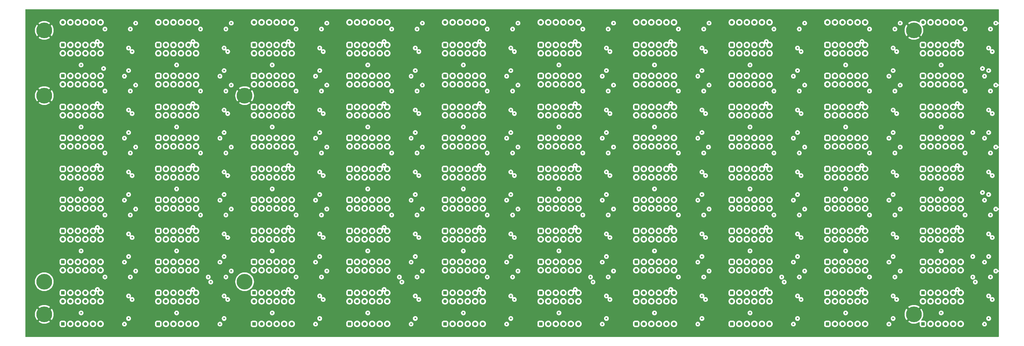
<source format=gbr>
%TF.GenerationSoftware,KiCad,Pcbnew,9.0.3*%
%TF.CreationDate,2025-08-19T04:26:06+03:00*%
%TF.ProjectId,wtf_clock,7774665f-636c-46f6-936b-2e6b69636164,rev?*%
%TF.SameCoordinates,Original*%
%TF.FileFunction,Copper,L2,Inr*%
%TF.FilePolarity,Positive*%
%FSLAX46Y46*%
G04 Gerber Fmt 4.6, Leading zero omitted, Abs format (unit mm)*
G04 Created by KiCad (PCBNEW 9.0.3) date 2025-08-19 04:26:06*
%MOMM*%
%LPD*%
G01*
G04 APERTURE LIST*
G04 Aperture macros list*
%AMRoundRect*
0 Rectangle with rounded corners*
0 $1 Rounding radius*
0 $2 $3 $4 $5 $6 $7 $8 $9 X,Y pos of 4 corners*
0 Add a 4 corners polygon primitive as box body*
4,1,4,$2,$3,$4,$5,$6,$7,$8,$9,$2,$3,0*
0 Add four circle primitives for the rounded corners*
1,1,$1+$1,$2,$3*
1,1,$1+$1,$4,$5*
1,1,$1+$1,$6,$7*
1,1,$1+$1,$8,$9*
0 Add four rect primitives between the rounded corners*
20,1,$1+$1,$2,$3,$4,$5,0*
20,1,$1+$1,$4,$5,$6,$7,0*
20,1,$1+$1,$6,$7,$8,$9,0*
20,1,$1+$1,$8,$9,$2,$3,0*%
G04 Aperture macros list end*
%TA.AperFunction,ComponentPad*%
%ADD10RoundRect,0.250000X-0.350000X-0.350000X0.350000X-0.350000X0.350000X0.350000X-0.350000X0.350000X0*%
%TD*%
%TA.AperFunction,ComponentPad*%
%ADD11C,1.200000*%
%TD*%
%TA.AperFunction,ComponentPad*%
%ADD12C,5.300000*%
%TD*%
%TA.AperFunction,ViaPad*%
%ADD13C,0.600000*%
%TD*%
G04 APERTURE END LIST*
D10*
%TO.N,/Indicator5/seg_e*%
%TO.C,HL12*%
X267350000Y-114010000D03*
D11*
%TO.N,/Indicator5/seg_d*%
X269890000Y-114010000D03*
%TO.N,/Indicator5/seg_dp*%
X272430000Y-114010000D03*
%TO.N,/Indicator5/seg_c*%
X274970000Y-114010000D03*
%TO.N,/Indicator5/seg_g*%
X277510000Y-114010000D03*
%TO.N,/Indicator5/dig_7*%
X280050000Y-114010000D03*
%TO.N,/Indicator5/seg_b*%
X280050000Y-106390000D03*
%TO.N,/Indicator5/dig_6*%
X277510000Y-106390000D03*
%TO.N,/Indicator5/dig_5*%
X274970000Y-106390000D03*
%TO.N,/Indicator5/seg_f*%
X272430000Y-106390000D03*
%TO.N,/Indicator5/seg_a*%
X269890000Y-106390000D03*
%TO.N,/Indicator5/dig_4*%
X267350000Y-106390000D03*
%TD*%
D10*
%TO.N,/Indicator44/seg_e*%
%TO.C,HL89*%
X235150000Y-187160000D03*
D11*
%TO.N,/Indicator44/seg_d*%
X237690000Y-187160000D03*
%TO.N,/Indicator44/seg_dp*%
X240230000Y-187160000D03*
%TO.N,/Indicator44/seg_c*%
X242770000Y-187160000D03*
%TO.N,/Indicator44/seg_g*%
X245310000Y-187160000D03*
%TO.N,/Indicator44/dig_3*%
X247850000Y-187160000D03*
%TO.N,/Indicator44/seg_b*%
X247850000Y-179540000D03*
%TO.N,/Indicator44/dig_2*%
X245310000Y-179540000D03*
%TO.N,/Indicator44/dig_1*%
X242770000Y-179540000D03*
%TO.N,/Indicator44/seg_f*%
X240230000Y-179540000D03*
%TO.N,/Indicator44/seg_a*%
X237690000Y-179540000D03*
%TO.N,/Indicator44/dig_0*%
X235150000Y-179540000D03*
%TD*%
D10*
%TO.N,/Indicator2/seg_e*%
%TO.C,HL5*%
X170750000Y-103560000D03*
D11*
%TO.N,/Indicator2/seg_d*%
X173290000Y-103560000D03*
%TO.N,/Indicator2/seg_dp*%
X175830000Y-103560000D03*
%TO.N,/Indicator2/seg_c*%
X178370000Y-103560000D03*
%TO.N,/Indicator2/seg_g*%
X180910000Y-103560000D03*
%TO.N,/Indicator2/dig_3*%
X183450000Y-103560000D03*
%TO.N,/Indicator2/seg_b*%
X183450000Y-95940000D03*
%TO.N,/Indicator2/dig_2*%
X180910000Y-95940000D03*
%TO.N,/Indicator2/dig_1*%
X178370000Y-95940000D03*
%TO.N,/Indicator2/seg_f*%
X175830000Y-95940000D03*
%TO.N,/Indicator2/seg_a*%
X173290000Y-95940000D03*
%TO.N,/Indicator2/dig_0*%
X170750000Y-95940000D03*
%TD*%
D10*
%TO.N,/Indicator30/seg_e*%
%TO.C,HL62*%
X396150000Y-176710000D03*
D11*
%TO.N,/Indicator30/seg_d*%
X398690000Y-176710000D03*
%TO.N,/Indicator30/seg_dp*%
X401230000Y-176710000D03*
%TO.N,/Indicator30/seg_c*%
X403770000Y-176710000D03*
%TO.N,/Indicator30/seg_g*%
X406310000Y-176710000D03*
%TO.N,/Indicator30/dig_7*%
X408850000Y-176710000D03*
%TO.N,/Indicator30/seg_b*%
X408850000Y-169090000D03*
%TO.N,/Indicator30/dig_6*%
X406310000Y-169090000D03*
%TO.N,/Indicator30/dig_5*%
X403770000Y-169090000D03*
%TO.N,/Indicator30/seg_f*%
X401230000Y-169090000D03*
%TO.N,/Indicator30/seg_a*%
X398690000Y-169090000D03*
%TO.N,/Indicator30/dig_4*%
X396150000Y-169090000D03*
%TD*%
D10*
%TO.N,/Indicator6/seg_e*%
%TO.C,HL14*%
X299550000Y-114010000D03*
D11*
%TO.N,/Indicator6/seg_d*%
X302090000Y-114010000D03*
%TO.N,/Indicator6/seg_dp*%
X304630000Y-114010000D03*
%TO.N,/Indicator6/seg_c*%
X307170000Y-114010000D03*
%TO.N,/Indicator6/seg_g*%
X309710000Y-114010000D03*
%TO.N,/Indicator6/dig_7*%
X312250000Y-114010000D03*
%TO.N,/Indicator6/seg_b*%
X312250000Y-106390000D03*
%TO.N,/Indicator6/dig_6*%
X309710000Y-106390000D03*
%TO.N,/Indicator6/dig_5*%
X307170000Y-106390000D03*
%TO.N,/Indicator6/seg_f*%
X304630000Y-106390000D03*
%TO.N,/Indicator6/seg_a*%
X302090000Y-106390000D03*
%TO.N,/Indicator6/dig_4*%
X299550000Y-106390000D03*
%TD*%
D10*
%TO.N,/Indicator24/seg_e*%
%TO.C,HL49*%
X235150000Y-145360000D03*
D11*
%TO.N,/Indicator24/seg_d*%
X237690000Y-145360000D03*
%TO.N,/Indicator24/seg_dp*%
X240230000Y-145360000D03*
%TO.N,/Indicator24/seg_c*%
X242770000Y-145360000D03*
%TO.N,/Indicator24/seg_g*%
X245310000Y-145360000D03*
%TO.N,/Indicator24/dig_3*%
X247850000Y-145360000D03*
%TO.N,/Indicator24/seg_b*%
X247850000Y-137740000D03*
%TO.N,/Indicator24/dig_2*%
X245310000Y-137740000D03*
%TO.N,/Indicator24/dig_1*%
X242770000Y-137740000D03*
%TO.N,/Indicator24/seg_f*%
X240230000Y-137740000D03*
%TO.N,/Indicator24/seg_a*%
X237690000Y-137740000D03*
%TO.N,/Indicator24/dig_0*%
X235150000Y-137740000D03*
%TD*%
D10*
%TO.N,/Indicator46/seg_e*%
%TO.C,HL93*%
X299550000Y-187160000D03*
D11*
%TO.N,/Indicator46/seg_d*%
X302090000Y-187160000D03*
%TO.N,/Indicator46/seg_dp*%
X304630000Y-187160000D03*
%TO.N,/Indicator46/seg_c*%
X307170000Y-187160000D03*
%TO.N,/Indicator46/seg_g*%
X309710000Y-187160000D03*
%TO.N,/Indicator46/dig_3*%
X312250000Y-187160000D03*
%TO.N,/Indicator46/seg_b*%
X312250000Y-179540000D03*
%TO.N,/Indicator46/dig_2*%
X309710000Y-179540000D03*
%TO.N,/Indicator46/dig_1*%
X307170000Y-179540000D03*
%TO.N,/Indicator46/seg_f*%
X304630000Y-179540000D03*
%TO.N,/Indicator46/seg_a*%
X302090000Y-179540000D03*
%TO.N,/Indicator46/dig_0*%
X299550000Y-179540000D03*
%TD*%
D10*
%TO.N,/Indicator12/seg_e*%
%TO.C,HL26*%
X331750000Y-134910000D03*
D11*
%TO.N,/Indicator12/seg_d*%
X334290000Y-134910000D03*
%TO.N,/Indicator12/seg_dp*%
X336830000Y-134910000D03*
%TO.N,/Indicator12/seg_c*%
X339370000Y-134910000D03*
%TO.N,/Indicator12/seg_g*%
X341910000Y-134910000D03*
%TO.N,/Indicator12/dig_7*%
X344450000Y-134910000D03*
%TO.N,/Indicator12/seg_b*%
X344450000Y-127290000D03*
%TO.N,/Indicator12/dig_6*%
X341910000Y-127290000D03*
%TO.N,/Indicator12/dig_5*%
X339370000Y-127290000D03*
%TO.N,/Indicator12/seg_f*%
X336830000Y-127290000D03*
%TO.N,/Indicator12/seg_a*%
X334290000Y-127290000D03*
%TO.N,/Indicator12/dig_4*%
X331750000Y-127290000D03*
%TD*%
D10*
%TO.N,/Indicator44/seg_e*%
%TO.C,HL90*%
X235150000Y-197610000D03*
D11*
%TO.N,/Indicator44/seg_d*%
X237690000Y-197610000D03*
%TO.N,/Indicator44/seg_dp*%
X240230000Y-197610000D03*
%TO.N,/Indicator44/seg_c*%
X242770000Y-197610000D03*
%TO.N,/Indicator44/seg_g*%
X245310000Y-197610000D03*
%TO.N,/Indicator44/dig_7*%
X247850000Y-197610000D03*
%TO.N,/Indicator44/seg_b*%
X247850000Y-189990000D03*
%TO.N,/Indicator44/dig_6*%
X245310000Y-189990000D03*
%TO.N,/Indicator44/dig_5*%
X242770000Y-189990000D03*
%TO.N,/Indicator44/seg_f*%
X240230000Y-189990000D03*
%TO.N,/Indicator44/seg_a*%
X237690000Y-189990000D03*
%TO.N,/Indicator44/dig_4*%
X235150000Y-189990000D03*
%TD*%
D10*
%TO.N,/Indicator48/seg_e*%
%TO.C,HL97*%
X363950000Y-187160000D03*
D11*
%TO.N,/Indicator48/seg_d*%
X366490000Y-187160000D03*
%TO.N,/Indicator48/seg_dp*%
X369030000Y-187160000D03*
%TO.N,/Indicator48/seg_c*%
X371570000Y-187160000D03*
%TO.N,/Indicator48/seg_g*%
X374110000Y-187160000D03*
%TO.N,/Indicator48/dig_3*%
X376650000Y-187160000D03*
%TO.N,/Indicator48/seg_b*%
X376650000Y-179540000D03*
%TO.N,/Indicator48/dig_2*%
X374110000Y-179540000D03*
%TO.N,/Indicator48/dig_1*%
X371570000Y-179540000D03*
%TO.N,/Indicator48/seg_f*%
X369030000Y-179540000D03*
%TO.N,/Indicator48/seg_a*%
X366490000Y-179540000D03*
%TO.N,/Indicator48/dig_0*%
X363950000Y-179540000D03*
%TD*%
D10*
%TO.N,/Indicator40/seg_e*%
%TO.C,HL81*%
X106350000Y-187160000D03*
D11*
%TO.N,/Indicator40/seg_d*%
X108890000Y-187160000D03*
%TO.N,/Indicator40/seg_dp*%
X111430000Y-187160000D03*
%TO.N,/Indicator40/seg_c*%
X113970000Y-187160000D03*
%TO.N,/Indicator40/seg_g*%
X116510000Y-187160000D03*
%TO.N,/Indicator40/dig_3*%
X119050000Y-187160000D03*
%TO.N,/Indicator40/seg_b*%
X119050000Y-179540000D03*
%TO.N,/Indicator40/dig_2*%
X116510000Y-179540000D03*
%TO.N,/Indicator40/dig_1*%
X113970000Y-179540000D03*
%TO.N,/Indicator40/seg_f*%
X111430000Y-179540000D03*
%TO.N,/Indicator40/seg_a*%
X108890000Y-179540000D03*
%TO.N,/Indicator40/dig_0*%
X106350000Y-179540000D03*
%TD*%
D10*
%TO.N,/Indicator40/seg_e*%
%TO.C,HL82*%
X106350000Y-197610000D03*
D11*
%TO.N,/Indicator40/seg_d*%
X108890000Y-197610000D03*
%TO.N,/Indicator40/seg_dp*%
X111430000Y-197610000D03*
%TO.N,/Indicator40/seg_c*%
X113970000Y-197610000D03*
%TO.N,/Indicator40/seg_g*%
X116510000Y-197610000D03*
%TO.N,/Indicator40/dig_7*%
X119050000Y-197610000D03*
%TO.N,/Indicator40/seg_b*%
X119050000Y-189990000D03*
%TO.N,/Indicator40/dig_6*%
X116510000Y-189990000D03*
%TO.N,/Indicator40/dig_5*%
X113970000Y-189990000D03*
%TO.N,/Indicator40/seg_f*%
X111430000Y-189990000D03*
%TO.N,/Indicator40/seg_a*%
X108890000Y-189990000D03*
%TO.N,/Indicator40/dig_4*%
X106350000Y-189990000D03*
%TD*%
D10*
%TO.N,/Indicator2/seg_e*%
%TO.C,HL6*%
X170750000Y-114010000D03*
D11*
%TO.N,/Indicator2/seg_d*%
X173290000Y-114010000D03*
%TO.N,/Indicator2/seg_dp*%
X175830000Y-114010000D03*
%TO.N,/Indicator2/seg_c*%
X178370000Y-114010000D03*
%TO.N,/Indicator2/seg_g*%
X180910000Y-114010000D03*
%TO.N,/Indicator2/dig_7*%
X183450000Y-114010000D03*
%TO.N,/Indicator2/seg_b*%
X183450000Y-106390000D03*
%TO.N,/Indicator2/dig_6*%
X180910000Y-106390000D03*
%TO.N,/Indicator2/dig_5*%
X178370000Y-106390000D03*
%TO.N,/Indicator2/seg_f*%
X175830000Y-106390000D03*
%TO.N,/Indicator2/seg_a*%
X173290000Y-106390000D03*
%TO.N,/Indicator2/dig_4*%
X170750000Y-106390000D03*
%TD*%
D10*
%TO.N,/Indicator36/seg_e*%
%TO.C,HL73*%
X202950000Y-166260000D03*
D11*
%TO.N,/Indicator36/seg_d*%
X205490000Y-166260000D03*
%TO.N,/Indicator36/seg_dp*%
X208030000Y-166260000D03*
%TO.N,/Indicator36/seg_c*%
X210570000Y-166260000D03*
%TO.N,/Indicator36/seg_g*%
X213110000Y-166260000D03*
%TO.N,/Indicator36/dig_3*%
X215650000Y-166260000D03*
%TO.N,/Indicator36/seg_b*%
X215650000Y-158640000D03*
%TO.N,/Indicator36/dig_2*%
X213110000Y-158640000D03*
%TO.N,/Indicator36/dig_1*%
X210570000Y-158640000D03*
%TO.N,/Indicator36/seg_f*%
X208030000Y-158640000D03*
%TO.N,/Indicator36/seg_a*%
X205490000Y-158640000D03*
%TO.N,/Indicator36/dig_0*%
X202950000Y-158640000D03*
%TD*%
D10*
%TO.N,/Indicator23/seg_e*%
%TO.C,HL48*%
X202950000Y-155810000D03*
D11*
%TO.N,/Indicator23/seg_d*%
X205490000Y-155810000D03*
%TO.N,/Indicator23/seg_dp*%
X208030000Y-155810000D03*
%TO.N,/Indicator23/seg_c*%
X210570000Y-155810000D03*
%TO.N,/Indicator23/seg_g*%
X213110000Y-155810000D03*
%TO.N,/Indicator23/dig_7*%
X215650000Y-155810000D03*
%TO.N,/Indicator23/seg_b*%
X215650000Y-148190000D03*
%TO.N,/Indicator23/dig_6*%
X213110000Y-148190000D03*
%TO.N,/Indicator23/dig_5*%
X210570000Y-148190000D03*
%TO.N,/Indicator23/seg_f*%
X208030000Y-148190000D03*
%TO.N,/Indicator23/seg_a*%
X205490000Y-148190000D03*
%TO.N,/Indicator23/dig_4*%
X202950000Y-148190000D03*
%TD*%
D10*
%TO.N,/Indicator47/seg_e*%
%TO.C,HL96*%
X331750000Y-197610000D03*
D11*
%TO.N,/Indicator47/seg_d*%
X334290000Y-197610000D03*
%TO.N,/Indicator47/seg_dp*%
X336830000Y-197610000D03*
%TO.N,/Indicator47/seg_c*%
X339370000Y-197610000D03*
%TO.N,/Indicator47/seg_g*%
X341910000Y-197610000D03*
%TO.N,/Indicator47/dig_7*%
X344450000Y-197610000D03*
%TO.N,/Indicator47/seg_b*%
X344450000Y-189990000D03*
%TO.N,/Indicator47/dig_6*%
X341910000Y-189990000D03*
%TO.N,/Indicator47/dig_5*%
X339370000Y-189990000D03*
%TO.N,/Indicator47/seg_f*%
X336830000Y-189990000D03*
%TO.N,/Indicator47/seg_a*%
X334290000Y-189990000D03*
%TO.N,/Indicator47/dig_4*%
X331750000Y-189990000D03*
%TD*%
D10*
%TO.N,/Indicator32/seg_e*%
%TO.C,HL65*%
X331750000Y-166260000D03*
D11*
%TO.N,/Indicator32/seg_d*%
X334290000Y-166260000D03*
%TO.N,/Indicator32/seg_dp*%
X336830000Y-166260000D03*
%TO.N,/Indicator32/seg_c*%
X339370000Y-166260000D03*
%TO.N,/Indicator32/seg_g*%
X341910000Y-166260000D03*
%TO.N,/Indicator32/dig_3*%
X344450000Y-166260000D03*
%TO.N,/Indicator32/seg_b*%
X344450000Y-158640000D03*
%TO.N,/Indicator32/dig_2*%
X341910000Y-158640000D03*
%TO.N,/Indicator32/dig_1*%
X339370000Y-158640000D03*
%TO.N,/Indicator32/seg_f*%
X336830000Y-158640000D03*
%TO.N,/Indicator32/seg_a*%
X334290000Y-158640000D03*
%TO.N,/Indicator32/dig_0*%
X331750000Y-158640000D03*
%TD*%
D10*
%TO.N,/Indicator37/seg_e*%
%TO.C,HL76*%
X170750000Y-176710000D03*
D11*
%TO.N,/Indicator37/seg_d*%
X173290000Y-176710000D03*
%TO.N,/Indicator37/seg_dp*%
X175830000Y-176710000D03*
%TO.N,/Indicator37/seg_c*%
X178370000Y-176710000D03*
%TO.N,/Indicator37/seg_g*%
X180910000Y-176710000D03*
%TO.N,/Indicator37/dig_7*%
X183450000Y-176710000D03*
%TO.N,/Indicator37/seg_b*%
X183450000Y-169090000D03*
%TO.N,/Indicator37/dig_6*%
X180910000Y-169090000D03*
%TO.N,/Indicator37/dig_5*%
X178370000Y-169090000D03*
%TO.N,/Indicator37/seg_f*%
X175830000Y-169090000D03*
%TO.N,/Indicator37/seg_a*%
X173290000Y-169090000D03*
%TO.N,/Indicator37/dig_4*%
X170750000Y-169090000D03*
%TD*%
D10*
%TO.N,/Indicator4/seg_e*%
%TO.C,HL10*%
X235150000Y-114010000D03*
D11*
%TO.N,/Indicator4/seg_d*%
X237690000Y-114010000D03*
%TO.N,/Indicator4/seg_dp*%
X240230000Y-114010000D03*
%TO.N,/Indicator4/seg_c*%
X242770000Y-114010000D03*
%TO.N,/Indicator4/seg_g*%
X245310000Y-114010000D03*
%TO.N,/Indicator4/dig_7*%
X247850000Y-114010000D03*
%TO.N,/Indicator4/seg_b*%
X247850000Y-106390000D03*
%TO.N,/Indicator4/dig_6*%
X245310000Y-106390000D03*
%TO.N,/Indicator4/dig_5*%
X242770000Y-106390000D03*
%TO.N,/Indicator4/seg_f*%
X240230000Y-106390000D03*
%TO.N,/Indicator4/seg_a*%
X237690000Y-106390000D03*
%TO.N,/Indicator4/dig_4*%
X235150000Y-106390000D03*
%TD*%
D10*
%TO.N,/Indicator17/seg_e*%
%TO.C,HL35*%
X170750000Y-124460000D03*
D11*
%TO.N,/Indicator17/seg_d*%
X173290000Y-124460000D03*
%TO.N,/Indicator17/seg_dp*%
X175830000Y-124460000D03*
%TO.N,/Indicator17/seg_c*%
X178370000Y-124460000D03*
%TO.N,/Indicator17/seg_g*%
X180910000Y-124460000D03*
%TO.N,/Indicator17/dig_3*%
X183450000Y-124460000D03*
%TO.N,/Indicator17/seg_b*%
X183450000Y-116840000D03*
%TO.N,/Indicator17/dig_2*%
X180910000Y-116840000D03*
%TO.N,/Indicator17/dig_1*%
X178370000Y-116840000D03*
%TO.N,/Indicator17/seg_f*%
X175830000Y-116840000D03*
%TO.N,/Indicator17/seg_a*%
X173290000Y-116840000D03*
%TO.N,/Indicator17/dig_0*%
X170750000Y-116840000D03*
%TD*%
D10*
%TO.N,/Indicator37/seg_e*%
%TO.C,HL75*%
X170750000Y-166260000D03*
D11*
%TO.N,/Indicator37/seg_d*%
X173290000Y-166260000D03*
%TO.N,/Indicator37/seg_dp*%
X175830000Y-166260000D03*
%TO.N,/Indicator37/seg_c*%
X178370000Y-166260000D03*
%TO.N,/Indicator37/seg_g*%
X180910000Y-166260000D03*
%TO.N,/Indicator37/dig_3*%
X183450000Y-166260000D03*
%TO.N,/Indicator37/seg_b*%
X183450000Y-158640000D03*
%TO.N,/Indicator37/dig_2*%
X180910000Y-158640000D03*
%TO.N,/Indicator37/dig_1*%
X178370000Y-158640000D03*
%TO.N,/Indicator37/seg_f*%
X175830000Y-158640000D03*
%TO.N,/Indicator37/seg_a*%
X173290000Y-158640000D03*
%TO.N,/Indicator37/dig_0*%
X170750000Y-158640000D03*
%TD*%
D10*
%TO.N,/Indicator19/seg_e*%
%TO.C,HL39*%
X106350000Y-124460000D03*
D11*
%TO.N,/Indicator19/seg_d*%
X108890000Y-124460000D03*
%TO.N,/Indicator19/seg_dp*%
X111430000Y-124460000D03*
%TO.N,/Indicator19/seg_c*%
X113970000Y-124460000D03*
%TO.N,/Indicator19/seg_g*%
X116510000Y-124460000D03*
%TO.N,/Indicator19/dig_3*%
X119050000Y-124460000D03*
%TO.N,/Indicator19/seg_b*%
X119050000Y-116840000D03*
%TO.N,/Indicator19/dig_2*%
X116510000Y-116840000D03*
%TO.N,/Indicator19/dig_1*%
X113970000Y-116840000D03*
%TO.N,/Indicator19/seg_f*%
X111430000Y-116840000D03*
%TO.N,/Indicator19/seg_a*%
X108890000Y-116840000D03*
%TO.N,/Indicator19/dig_0*%
X106350000Y-116840000D03*
%TD*%
D12*
%TO.N,GND*%
%TO.C,M7*%
X100100000Y-98650000D03*
%TD*%
D10*
%TO.N,/Indicator34/seg_e*%
%TO.C,HL69*%
X267350000Y-166260000D03*
D11*
%TO.N,/Indicator34/seg_d*%
X269890000Y-166260000D03*
%TO.N,/Indicator34/seg_dp*%
X272430000Y-166260000D03*
%TO.N,/Indicator34/seg_c*%
X274970000Y-166260000D03*
%TO.N,/Indicator34/seg_g*%
X277510000Y-166260000D03*
%TO.N,/Indicator34/dig_3*%
X280050000Y-166260000D03*
%TO.N,/Indicator34/seg_b*%
X280050000Y-158640000D03*
%TO.N,/Indicator34/dig_2*%
X277510000Y-158640000D03*
%TO.N,/Indicator34/dig_1*%
X274970000Y-158640000D03*
%TO.N,/Indicator34/seg_f*%
X272430000Y-158640000D03*
%TO.N,/Indicator34/seg_a*%
X269890000Y-158640000D03*
%TO.N,/Indicator34/dig_0*%
X267350000Y-158640000D03*
%TD*%
D10*
%TO.N,/Indicator11/seg_e*%
%TO.C,HL23*%
X363950000Y-124460000D03*
D11*
%TO.N,/Indicator11/seg_d*%
X366490000Y-124460000D03*
%TO.N,/Indicator11/seg_dp*%
X369030000Y-124460000D03*
%TO.N,/Indicator11/seg_c*%
X371570000Y-124460000D03*
%TO.N,/Indicator11/seg_g*%
X374110000Y-124460000D03*
%TO.N,/Indicator11/dig_3*%
X376650000Y-124460000D03*
%TO.N,/Indicator11/seg_b*%
X376650000Y-116840000D03*
%TO.N,/Indicator11/dig_2*%
X374110000Y-116840000D03*
%TO.N,/Indicator11/dig_1*%
X371570000Y-116840000D03*
%TO.N,/Indicator11/seg_f*%
X369030000Y-116840000D03*
%TO.N,/Indicator11/seg_a*%
X366490000Y-116840000D03*
%TO.N,/Indicator11/dig_0*%
X363950000Y-116840000D03*
%TD*%
D10*
%TO.N,/Indicator49/seg_e*%
%TO.C,HL99*%
X396150000Y-187160000D03*
D11*
%TO.N,/Indicator49/seg_d*%
X398690000Y-187160000D03*
%TO.N,/Indicator49/seg_dp*%
X401230000Y-187160000D03*
%TO.N,/Indicator49/seg_c*%
X403770000Y-187160000D03*
%TO.N,/Indicator49/seg_g*%
X406310000Y-187160000D03*
%TO.N,/Indicator49/dig_3*%
X408850000Y-187160000D03*
%TO.N,/Indicator49/seg_b*%
X408850000Y-179540000D03*
%TO.N,/Indicator49/dig_2*%
X406310000Y-179540000D03*
%TO.N,/Indicator49/dig_1*%
X403770000Y-179540000D03*
%TO.N,/Indicator49/seg_f*%
X401230000Y-179540000D03*
%TO.N,/Indicator49/seg_a*%
X398690000Y-179540000D03*
%TO.N,/Indicator49/dig_0*%
X396150000Y-179540000D03*
%TD*%
D10*
%TO.N,/Indicator10/seg_e*%
%TO.C,HL22*%
X396150000Y-134910000D03*
D11*
%TO.N,/Indicator10/seg_d*%
X398690000Y-134910000D03*
%TO.N,/Indicator10/seg_dp*%
X401230000Y-134910000D03*
%TO.N,/Indicator10/seg_c*%
X403770000Y-134910000D03*
%TO.N,/Indicator10/seg_g*%
X406310000Y-134910000D03*
%TO.N,/Indicator10/dig_7*%
X408850000Y-134910000D03*
%TO.N,/Indicator10/seg_b*%
X408850000Y-127290000D03*
%TO.N,/Indicator10/dig_6*%
X406310000Y-127290000D03*
%TO.N,/Indicator10/dig_5*%
X403770000Y-127290000D03*
%TO.N,/Indicator10/seg_f*%
X401230000Y-127290000D03*
%TO.N,/Indicator10/seg_a*%
X398690000Y-127290000D03*
%TO.N,/Indicator10/dig_4*%
X396150000Y-127290000D03*
%TD*%
D12*
%TO.N,GND*%
%TO.C,M8*%
X393100000Y-98650000D03*
%TD*%
D10*
%TO.N,/Indicator25/seg_e*%
%TO.C,HL52*%
X267350000Y-155810000D03*
D11*
%TO.N,/Indicator25/seg_d*%
X269890000Y-155810000D03*
%TO.N,/Indicator25/seg_dp*%
X272430000Y-155810000D03*
%TO.N,/Indicator25/seg_c*%
X274970000Y-155810000D03*
%TO.N,/Indicator25/seg_g*%
X277510000Y-155810000D03*
%TO.N,/Indicator25/dig_7*%
X280050000Y-155810000D03*
%TO.N,/Indicator25/seg_b*%
X280050000Y-148190000D03*
%TO.N,/Indicator25/dig_6*%
X277510000Y-148190000D03*
%TO.N,/Indicator25/dig_5*%
X274970000Y-148190000D03*
%TO.N,/Indicator25/seg_f*%
X272430000Y-148190000D03*
%TO.N,/Indicator25/seg_a*%
X269890000Y-148190000D03*
%TO.N,/Indicator25/dig_4*%
X267350000Y-148190000D03*
%TD*%
D10*
%TO.N,/Indicator35/seg_e*%
%TO.C,HL71*%
X235150000Y-166260000D03*
D11*
%TO.N,/Indicator35/seg_d*%
X237690000Y-166260000D03*
%TO.N,/Indicator35/seg_dp*%
X240230000Y-166260000D03*
%TO.N,/Indicator35/seg_c*%
X242770000Y-166260000D03*
%TO.N,/Indicator35/seg_g*%
X245310000Y-166260000D03*
%TO.N,/Indicator35/dig_3*%
X247850000Y-166260000D03*
%TO.N,/Indicator35/seg_b*%
X247850000Y-158640000D03*
%TO.N,/Indicator35/dig_2*%
X245310000Y-158640000D03*
%TO.N,/Indicator35/dig_1*%
X242770000Y-158640000D03*
%TO.N,/Indicator35/seg_f*%
X240230000Y-158640000D03*
%TO.N,/Indicator35/seg_a*%
X237690000Y-158640000D03*
%TO.N,/Indicator35/dig_0*%
X235150000Y-158640000D03*
%TD*%
D10*
%TO.N,/Indicator16/seg_e*%
%TO.C,HL33*%
X202950000Y-124460000D03*
D11*
%TO.N,/Indicator16/seg_d*%
X205490000Y-124460000D03*
%TO.N,/Indicator16/seg_dp*%
X208030000Y-124460000D03*
%TO.N,/Indicator16/seg_c*%
X210570000Y-124460000D03*
%TO.N,/Indicator16/seg_g*%
X213110000Y-124460000D03*
%TO.N,/Indicator16/dig_3*%
X215650000Y-124460000D03*
%TO.N,/Indicator16/seg_b*%
X215650000Y-116840000D03*
%TO.N,/Indicator16/dig_2*%
X213110000Y-116840000D03*
%TO.N,/Indicator16/dig_1*%
X210570000Y-116840000D03*
%TO.N,/Indicator16/seg_f*%
X208030000Y-116840000D03*
%TO.N,/Indicator16/seg_a*%
X205490000Y-116840000D03*
%TO.N,/Indicator16/dig_0*%
X202950000Y-116840000D03*
%TD*%
D10*
%TO.N,/Indicator39/seg_e*%
%TO.C,HL80*%
X106350000Y-176710000D03*
D11*
%TO.N,/Indicator39/seg_d*%
X108890000Y-176710000D03*
%TO.N,/Indicator39/seg_dp*%
X111430000Y-176710000D03*
%TO.N,/Indicator39/seg_c*%
X113970000Y-176710000D03*
%TO.N,/Indicator39/seg_g*%
X116510000Y-176710000D03*
%TO.N,/Indicator39/dig_7*%
X119050000Y-176710000D03*
%TO.N,/Indicator39/seg_b*%
X119050000Y-169090000D03*
%TO.N,/Indicator39/dig_6*%
X116510000Y-169090000D03*
%TO.N,/Indicator39/dig_5*%
X113970000Y-169090000D03*
%TO.N,/Indicator39/seg_f*%
X111430000Y-169090000D03*
%TO.N,/Indicator39/seg_a*%
X108890000Y-169090000D03*
%TO.N,/Indicator39/dig_4*%
X106350000Y-169090000D03*
%TD*%
D10*
%TO.N,/Indicator7/seg_e*%
%TO.C,HL16*%
X331750000Y-114010000D03*
D11*
%TO.N,/Indicator7/seg_d*%
X334290000Y-114010000D03*
%TO.N,/Indicator7/seg_dp*%
X336830000Y-114010000D03*
%TO.N,/Indicator7/seg_c*%
X339370000Y-114010000D03*
%TO.N,/Indicator7/seg_g*%
X341910000Y-114010000D03*
%TO.N,/Indicator7/dig_7*%
X344450000Y-114010000D03*
%TO.N,/Indicator7/seg_b*%
X344450000Y-106390000D03*
%TO.N,/Indicator7/dig_6*%
X341910000Y-106390000D03*
%TO.N,/Indicator7/dig_5*%
X339370000Y-106390000D03*
%TO.N,/Indicator7/seg_f*%
X336830000Y-106390000D03*
%TO.N,/Indicator7/seg_a*%
X334290000Y-106390000D03*
%TO.N,/Indicator7/dig_4*%
X331750000Y-106390000D03*
%TD*%
D10*
%TO.N,/Indicator43/seg_e*%
%TO.C,HL88*%
X202950000Y-197610000D03*
D11*
%TO.N,/Indicator43/seg_d*%
X205490000Y-197610000D03*
%TO.N,/Indicator43/seg_dp*%
X208030000Y-197610000D03*
%TO.N,/Indicator43/seg_c*%
X210570000Y-197610000D03*
%TO.N,/Indicator43/seg_g*%
X213110000Y-197610000D03*
%TO.N,/Indicator43/dig_7*%
X215650000Y-197610000D03*
%TO.N,/Indicator43/seg_b*%
X215650000Y-189990000D03*
%TO.N,/Indicator43/dig_6*%
X213110000Y-189990000D03*
%TO.N,/Indicator43/dig_5*%
X210570000Y-189990000D03*
%TO.N,/Indicator43/seg_f*%
X208030000Y-189990000D03*
%TO.N,/Indicator43/seg_a*%
X205490000Y-189990000D03*
%TO.N,/Indicator43/dig_4*%
X202950000Y-189990000D03*
%TD*%
D10*
%TO.N,/Indicator21/seg_e*%
%TO.C,HL43*%
X138550000Y-145360000D03*
D11*
%TO.N,/Indicator21/seg_d*%
X141090000Y-145360000D03*
%TO.N,/Indicator21/seg_dp*%
X143630000Y-145360000D03*
%TO.N,/Indicator21/seg_c*%
X146170000Y-145360000D03*
%TO.N,/Indicator21/seg_g*%
X148710000Y-145360000D03*
%TO.N,/Indicator21/dig_3*%
X151250000Y-145360000D03*
%TO.N,/Indicator21/seg_b*%
X151250000Y-137740000D03*
%TO.N,/Indicator21/dig_2*%
X148710000Y-137740000D03*
%TO.N,/Indicator21/dig_1*%
X146170000Y-137740000D03*
%TO.N,/Indicator21/seg_f*%
X143630000Y-137740000D03*
%TO.N,/Indicator21/seg_a*%
X141090000Y-137740000D03*
%TO.N,/Indicator21/dig_0*%
X138550000Y-137740000D03*
%TD*%
D10*
%TO.N,/Indicator13/seg_e*%
%TO.C,HL28*%
X299550000Y-134910000D03*
D11*
%TO.N,/Indicator13/seg_d*%
X302090000Y-134910000D03*
%TO.N,/Indicator13/seg_dp*%
X304630000Y-134910000D03*
%TO.N,/Indicator13/seg_c*%
X307170000Y-134910000D03*
%TO.N,/Indicator13/seg_g*%
X309710000Y-134910000D03*
%TO.N,/Indicator13/dig_7*%
X312250000Y-134910000D03*
%TO.N,/Indicator13/seg_b*%
X312250000Y-127290000D03*
%TO.N,/Indicator13/dig_6*%
X309710000Y-127290000D03*
%TO.N,/Indicator13/dig_5*%
X307170000Y-127290000D03*
%TO.N,/Indicator13/seg_f*%
X304630000Y-127290000D03*
%TO.N,/Indicator13/seg_a*%
X302090000Y-127290000D03*
%TO.N,/Indicator13/dig_4*%
X299550000Y-127290000D03*
%TD*%
D12*
%TO.N,GND*%
%TO.C,M2*%
X167600000Y-120650000D03*
%TD*%
D10*
%TO.N,/Indicator8/seg_e*%
%TO.C,HL18*%
X363950000Y-114010000D03*
D11*
%TO.N,/Indicator8/seg_d*%
X366490000Y-114010000D03*
%TO.N,/Indicator8/seg_dp*%
X369030000Y-114010000D03*
%TO.N,/Indicator8/seg_c*%
X371570000Y-114010000D03*
%TO.N,/Indicator8/seg_g*%
X374110000Y-114010000D03*
%TO.N,/Indicator8/dig_7*%
X376650000Y-114010000D03*
%TO.N,/Indicator8/seg_b*%
X376650000Y-106390000D03*
%TO.N,/Indicator8/dig_6*%
X374110000Y-106390000D03*
%TO.N,/Indicator8/dig_5*%
X371570000Y-106390000D03*
%TO.N,/Indicator8/seg_f*%
X369030000Y-106390000D03*
%TO.N,/Indicator8/seg_a*%
X366490000Y-106390000D03*
%TO.N,/Indicator8/dig_4*%
X363950000Y-106390000D03*
%TD*%
D10*
%TO.N,/Indicator1/seg_e*%
%TO.C,HL4*%
X138550000Y-114010000D03*
D11*
%TO.N,/Indicator1/seg_d*%
X141090000Y-114010000D03*
%TO.N,/Indicator1/seg_dp*%
X143630000Y-114010000D03*
%TO.N,/Indicator1/seg_c*%
X146170000Y-114010000D03*
%TO.N,/Indicator1/seg_g*%
X148710000Y-114010000D03*
%TO.N,/Indicator1/dig_7*%
X151250000Y-114010000D03*
%TO.N,/Indicator1/seg_b*%
X151250000Y-106390000D03*
%TO.N,/Indicator1/dig_6*%
X148710000Y-106390000D03*
%TO.N,/Indicator1/dig_5*%
X146170000Y-106390000D03*
%TO.N,/Indicator1/seg_f*%
X143630000Y-106390000D03*
%TO.N,/Indicator1/seg_a*%
X141090000Y-106390000D03*
%TO.N,/Indicator1/dig_4*%
X138550000Y-106390000D03*
%TD*%
D10*
%TO.N,/Indicator29/seg_e*%
%TO.C,HL59*%
X396150000Y-145360000D03*
D11*
%TO.N,/Indicator29/seg_d*%
X398690000Y-145360000D03*
%TO.N,/Indicator29/seg_dp*%
X401230000Y-145360000D03*
%TO.N,/Indicator29/seg_c*%
X403770000Y-145360000D03*
%TO.N,/Indicator29/seg_g*%
X406310000Y-145360000D03*
%TO.N,/Indicator29/dig_3*%
X408850000Y-145360000D03*
%TO.N,/Indicator29/seg_b*%
X408850000Y-137740000D03*
%TO.N,/Indicator29/dig_2*%
X406310000Y-137740000D03*
%TO.N,/Indicator29/dig_1*%
X403770000Y-137740000D03*
%TO.N,/Indicator29/seg_f*%
X401230000Y-137740000D03*
%TO.N,/Indicator29/seg_a*%
X398690000Y-137740000D03*
%TO.N,/Indicator29/dig_0*%
X396150000Y-137740000D03*
%TD*%
D10*
%TO.N,/Indicator21/seg_e*%
%TO.C,HL44*%
X138550000Y-155810000D03*
D11*
%TO.N,/Indicator21/seg_d*%
X141090000Y-155810000D03*
%TO.N,/Indicator21/seg_dp*%
X143630000Y-155810000D03*
%TO.N,/Indicator21/seg_c*%
X146170000Y-155810000D03*
%TO.N,/Indicator21/seg_g*%
X148710000Y-155810000D03*
%TO.N,/Indicator21/dig_7*%
X151250000Y-155810000D03*
%TO.N,/Indicator21/seg_b*%
X151250000Y-148190000D03*
%TO.N,/Indicator21/dig_6*%
X148710000Y-148190000D03*
%TO.N,/Indicator21/dig_5*%
X146170000Y-148190000D03*
%TO.N,/Indicator21/seg_f*%
X143630000Y-148190000D03*
%TO.N,/Indicator21/seg_a*%
X141090000Y-148190000D03*
%TO.N,/Indicator21/dig_4*%
X138550000Y-148190000D03*
%TD*%
D10*
%TO.N,/Indicator41/seg_e*%
%TO.C,HL83*%
X138550000Y-187160000D03*
D11*
%TO.N,/Indicator41/seg_d*%
X141090000Y-187160000D03*
%TO.N,/Indicator41/seg_dp*%
X143630000Y-187160000D03*
%TO.N,/Indicator41/seg_c*%
X146170000Y-187160000D03*
%TO.N,/Indicator41/seg_g*%
X148710000Y-187160000D03*
%TO.N,/Indicator41/dig_3*%
X151250000Y-187160000D03*
%TO.N,/Indicator41/seg_b*%
X151250000Y-179540000D03*
%TO.N,/Indicator41/dig_2*%
X148710000Y-179540000D03*
%TO.N,/Indicator41/dig_1*%
X146170000Y-179540000D03*
%TO.N,/Indicator41/seg_f*%
X143630000Y-179540000D03*
%TO.N,/Indicator41/seg_a*%
X141090000Y-179540000D03*
%TO.N,/Indicator41/dig_0*%
X138550000Y-179540000D03*
%TD*%
D10*
%TO.N,/Indicator34/seg_e*%
%TO.C,HL70*%
X267350000Y-176710000D03*
D11*
%TO.N,/Indicator34/seg_d*%
X269890000Y-176710000D03*
%TO.N,/Indicator34/seg_dp*%
X272430000Y-176710000D03*
%TO.N,/Indicator34/seg_c*%
X274970000Y-176710000D03*
%TO.N,/Indicator34/seg_g*%
X277510000Y-176710000D03*
%TO.N,/Indicator34/dig_7*%
X280050000Y-176710000D03*
%TO.N,/Indicator34/seg_b*%
X280050000Y-169090000D03*
%TO.N,/Indicator34/dig_6*%
X277510000Y-169090000D03*
%TO.N,/Indicator34/dig_5*%
X274970000Y-169090000D03*
%TO.N,/Indicator34/seg_f*%
X272430000Y-169090000D03*
%TO.N,/Indicator34/seg_a*%
X269890000Y-169090000D03*
%TO.N,/Indicator34/dig_4*%
X267350000Y-169090000D03*
%TD*%
D10*
%TO.N,/Indicator15/seg_e*%
%TO.C,HL31*%
X235150000Y-124460000D03*
D11*
%TO.N,/Indicator15/seg_d*%
X237690000Y-124460000D03*
%TO.N,/Indicator15/seg_dp*%
X240230000Y-124460000D03*
%TO.N,/Indicator15/seg_c*%
X242770000Y-124460000D03*
%TO.N,/Indicator15/seg_g*%
X245310000Y-124460000D03*
%TO.N,/Indicator15/dig_3*%
X247850000Y-124460000D03*
%TO.N,/Indicator15/seg_b*%
X247850000Y-116840000D03*
%TO.N,/Indicator15/dig_2*%
X245310000Y-116840000D03*
%TO.N,/Indicator15/dig_1*%
X242770000Y-116840000D03*
%TO.N,/Indicator15/seg_f*%
X240230000Y-116840000D03*
%TO.N,/Indicator15/seg_a*%
X237690000Y-116840000D03*
%TO.N,/Indicator15/dig_0*%
X235150000Y-116840000D03*
%TD*%
D10*
%TO.N,/Indicator30/seg_e*%
%TO.C,HL61*%
X396150000Y-166260000D03*
D11*
%TO.N,/Indicator30/seg_d*%
X398690000Y-166260000D03*
%TO.N,/Indicator30/seg_dp*%
X401230000Y-166260000D03*
%TO.N,/Indicator30/seg_c*%
X403770000Y-166260000D03*
%TO.N,/Indicator30/seg_g*%
X406310000Y-166260000D03*
%TO.N,/Indicator30/dig_3*%
X408850000Y-166260000D03*
%TO.N,/Indicator30/seg_b*%
X408850000Y-158640000D03*
%TO.N,/Indicator30/dig_2*%
X406310000Y-158640000D03*
%TO.N,/Indicator30/dig_1*%
X403770000Y-158640000D03*
%TO.N,/Indicator30/seg_f*%
X401230000Y-158640000D03*
%TO.N,/Indicator30/seg_a*%
X398690000Y-158640000D03*
%TO.N,/Indicator30/dig_0*%
X396150000Y-158640000D03*
%TD*%
D10*
%TO.N,/Indicator39/seg_e*%
%TO.C,HL79*%
X106350000Y-166260000D03*
D11*
%TO.N,/Indicator39/seg_d*%
X108890000Y-166260000D03*
%TO.N,/Indicator39/seg_dp*%
X111430000Y-166260000D03*
%TO.N,/Indicator39/seg_c*%
X113970000Y-166260000D03*
%TO.N,/Indicator39/seg_g*%
X116510000Y-166260000D03*
%TO.N,/Indicator39/dig_3*%
X119050000Y-166260000D03*
%TO.N,/Indicator39/seg_b*%
X119050000Y-158640000D03*
%TO.N,/Indicator39/dig_2*%
X116510000Y-158640000D03*
%TO.N,/Indicator39/dig_1*%
X113970000Y-158640000D03*
%TO.N,/Indicator39/seg_f*%
X111430000Y-158640000D03*
%TO.N,/Indicator39/seg_a*%
X108890000Y-158640000D03*
%TO.N,/Indicator39/dig_0*%
X106350000Y-158640000D03*
%TD*%
D10*
%TO.N,/Indicator42/seg_e*%
%TO.C,HL85*%
X170750000Y-187160000D03*
D11*
%TO.N,/Indicator42/seg_d*%
X173290000Y-187160000D03*
%TO.N,/Indicator42/seg_dp*%
X175830000Y-187160000D03*
%TO.N,/Indicator42/seg_c*%
X178370000Y-187160000D03*
%TO.N,/Indicator42/seg_g*%
X180910000Y-187160000D03*
%TO.N,/Indicator42/dig_3*%
X183450000Y-187160000D03*
%TO.N,/Indicator42/seg_b*%
X183450000Y-179540000D03*
%TO.N,/Indicator42/dig_2*%
X180910000Y-179540000D03*
%TO.N,/Indicator42/dig_1*%
X178370000Y-179540000D03*
%TO.N,/Indicator42/seg_f*%
X175830000Y-179540000D03*
%TO.N,/Indicator42/seg_a*%
X173290000Y-179540000D03*
%TO.N,/Indicator42/dig_0*%
X170750000Y-179540000D03*
%TD*%
D10*
%TO.N,/Indicator48/seg_e*%
%TO.C,HL98*%
X363950000Y-197610000D03*
D11*
%TO.N,/Indicator48/seg_d*%
X366490000Y-197610000D03*
%TO.N,/Indicator48/seg_dp*%
X369030000Y-197610000D03*
%TO.N,/Indicator48/seg_c*%
X371570000Y-197610000D03*
%TO.N,/Indicator48/seg_g*%
X374110000Y-197610000D03*
%TO.N,/Indicator48/dig_7*%
X376650000Y-197610000D03*
%TO.N,/Indicator48/seg_b*%
X376650000Y-189990000D03*
%TO.N,/Indicator48/dig_6*%
X374110000Y-189990000D03*
%TO.N,/Indicator48/dig_5*%
X371570000Y-189990000D03*
%TO.N,/Indicator48/seg_f*%
X369030000Y-189990000D03*
%TO.N,/Indicator48/seg_a*%
X366490000Y-189990000D03*
%TO.N,/Indicator48/dig_4*%
X363950000Y-189990000D03*
%TD*%
D10*
%TO.N,/Indicator28/seg_e*%
%TO.C,HL58*%
X363950000Y-155810000D03*
D11*
%TO.N,/Indicator28/seg_d*%
X366490000Y-155810000D03*
%TO.N,/Indicator28/seg_dp*%
X369030000Y-155810000D03*
%TO.N,/Indicator28/seg_c*%
X371570000Y-155810000D03*
%TO.N,/Indicator28/seg_g*%
X374110000Y-155810000D03*
%TO.N,/Indicator28/dig_7*%
X376650000Y-155810000D03*
%TO.N,/Indicator28/seg_b*%
X376650000Y-148190000D03*
%TO.N,/Indicator28/dig_6*%
X374110000Y-148190000D03*
%TO.N,/Indicator28/dig_5*%
X371570000Y-148190000D03*
%TO.N,/Indicator28/seg_f*%
X369030000Y-148190000D03*
%TO.N,/Indicator28/seg_a*%
X366490000Y-148190000D03*
%TO.N,/Indicator28/dig_4*%
X363950000Y-148190000D03*
%TD*%
D10*
%TO.N,/Indicator28/seg_e*%
%TO.C,HL57*%
X363950000Y-145360000D03*
D11*
%TO.N,/Indicator28/seg_d*%
X366490000Y-145360000D03*
%TO.N,/Indicator28/seg_dp*%
X369030000Y-145360000D03*
%TO.N,/Indicator28/seg_c*%
X371570000Y-145360000D03*
%TO.N,/Indicator28/seg_g*%
X374110000Y-145360000D03*
%TO.N,/Indicator28/dig_3*%
X376650000Y-145360000D03*
%TO.N,/Indicator28/seg_b*%
X376650000Y-137740000D03*
%TO.N,/Indicator28/dig_2*%
X374110000Y-137740000D03*
%TO.N,/Indicator28/dig_1*%
X371570000Y-137740000D03*
%TO.N,/Indicator28/seg_f*%
X369030000Y-137740000D03*
%TO.N,/Indicator28/seg_a*%
X366490000Y-137740000D03*
%TO.N,/Indicator28/dig_0*%
X363950000Y-137740000D03*
%TD*%
D12*
%TO.N,+5V*%
%TO.C,M3*%
X100100000Y-183400000D03*
%TD*%
%TO.N,+5V*%
%TO.C,M1*%
X167600000Y-183400000D03*
%TD*%
D10*
%TO.N,/Indicator24/seg_e*%
%TO.C,HL50*%
X235150000Y-155810000D03*
D11*
%TO.N,/Indicator24/seg_d*%
X237690000Y-155810000D03*
%TO.N,/Indicator24/seg_dp*%
X240230000Y-155810000D03*
%TO.N,/Indicator24/seg_c*%
X242770000Y-155810000D03*
%TO.N,/Indicator24/seg_g*%
X245310000Y-155810000D03*
%TO.N,/Indicator24/dig_7*%
X247850000Y-155810000D03*
%TO.N,/Indicator24/seg_b*%
X247850000Y-148190000D03*
%TO.N,/Indicator24/dig_6*%
X245310000Y-148190000D03*
%TO.N,/Indicator24/dig_5*%
X242770000Y-148190000D03*
%TO.N,/Indicator24/seg_f*%
X240230000Y-148190000D03*
%TO.N,/Indicator24/seg_a*%
X237690000Y-148190000D03*
%TO.N,/Indicator24/dig_4*%
X235150000Y-148190000D03*
%TD*%
D10*
%TO.N,/Indicator12/seg_e*%
%TO.C,HL25*%
X331750000Y-124460000D03*
D11*
%TO.N,/Indicator12/seg_d*%
X334290000Y-124460000D03*
%TO.N,/Indicator12/seg_dp*%
X336830000Y-124460000D03*
%TO.N,/Indicator12/seg_c*%
X339370000Y-124460000D03*
%TO.N,/Indicator12/seg_g*%
X341910000Y-124460000D03*
%TO.N,/Indicator12/dig_3*%
X344450000Y-124460000D03*
%TO.N,/Indicator12/seg_b*%
X344450000Y-116840000D03*
%TO.N,/Indicator12/dig_2*%
X341910000Y-116840000D03*
%TO.N,/Indicator12/dig_1*%
X339370000Y-116840000D03*
%TO.N,/Indicator12/seg_f*%
X336830000Y-116840000D03*
%TO.N,/Indicator12/seg_a*%
X334290000Y-116840000D03*
%TO.N,/Indicator12/dig_0*%
X331750000Y-116840000D03*
%TD*%
D10*
%TO.N,/Indicator0/seg_e*%
%TO.C,HL1*%
X106350000Y-103560000D03*
D11*
%TO.N,/Indicator0/seg_d*%
X108890000Y-103560000D03*
%TO.N,/Indicator0/seg_dp*%
X111430000Y-103560000D03*
%TO.N,/Indicator0/seg_c*%
X113970000Y-103560000D03*
%TO.N,/Indicator0/seg_g*%
X116510000Y-103560000D03*
%TO.N,/Indicator0/dig_3*%
X119050000Y-103560000D03*
%TO.N,/Indicator0/seg_b*%
X119050000Y-95940000D03*
%TO.N,/Indicator0/dig_2*%
X116510000Y-95940000D03*
%TO.N,/Indicator0/dig_1*%
X113970000Y-95940000D03*
%TO.N,/Indicator0/seg_f*%
X111430000Y-95940000D03*
%TO.N,/Indicator0/seg_a*%
X108890000Y-95940000D03*
%TO.N,/Indicator0/dig_0*%
X106350000Y-95940000D03*
%TD*%
D12*
%TO.N,GND*%
%TO.C,M6*%
X393100000Y-194400000D03*
%TD*%
D10*
%TO.N,/Indicator3/seg_e*%
%TO.C,HL8*%
X202950000Y-114010000D03*
D11*
%TO.N,/Indicator3/seg_d*%
X205490000Y-114010000D03*
%TO.N,/Indicator3/seg_dp*%
X208030000Y-114010000D03*
%TO.N,/Indicator3/seg_c*%
X210570000Y-114010000D03*
%TO.N,/Indicator3/seg_g*%
X213110000Y-114010000D03*
%TO.N,/Indicator3/dig_7*%
X215650000Y-114010000D03*
%TO.N,/Indicator3/seg_b*%
X215650000Y-106390000D03*
%TO.N,/Indicator3/dig_6*%
X213110000Y-106390000D03*
%TO.N,/Indicator3/dig_5*%
X210570000Y-106390000D03*
%TO.N,/Indicator3/seg_f*%
X208030000Y-106390000D03*
%TO.N,/Indicator3/seg_a*%
X205490000Y-106390000D03*
%TO.N,/Indicator3/dig_4*%
X202950000Y-106390000D03*
%TD*%
D10*
%TO.N,/Indicator22/seg_e*%
%TO.C,HL46*%
X170750000Y-155810000D03*
D11*
%TO.N,/Indicator22/seg_d*%
X173290000Y-155810000D03*
%TO.N,/Indicator22/seg_dp*%
X175830000Y-155810000D03*
%TO.N,/Indicator22/seg_c*%
X178370000Y-155810000D03*
%TO.N,/Indicator22/seg_g*%
X180910000Y-155810000D03*
%TO.N,/Indicator22/dig_7*%
X183450000Y-155810000D03*
%TO.N,/Indicator22/seg_b*%
X183450000Y-148190000D03*
%TO.N,/Indicator22/dig_6*%
X180910000Y-148190000D03*
%TO.N,/Indicator22/dig_5*%
X178370000Y-148190000D03*
%TO.N,/Indicator22/seg_f*%
X175830000Y-148190000D03*
%TO.N,/Indicator22/seg_a*%
X173290000Y-148190000D03*
%TO.N,/Indicator22/dig_4*%
X170750000Y-148190000D03*
%TD*%
D10*
%TO.N,/Indicator20/seg_e*%
%TO.C,HL42*%
X106350000Y-155810000D03*
D11*
%TO.N,/Indicator20/seg_d*%
X108890000Y-155810000D03*
%TO.N,/Indicator20/seg_dp*%
X111430000Y-155810000D03*
%TO.N,/Indicator20/seg_c*%
X113970000Y-155810000D03*
%TO.N,/Indicator20/seg_g*%
X116510000Y-155810000D03*
%TO.N,/Indicator20/dig_7*%
X119050000Y-155810000D03*
%TO.N,/Indicator20/seg_b*%
X119050000Y-148190000D03*
%TO.N,/Indicator20/dig_6*%
X116510000Y-148190000D03*
%TO.N,/Indicator20/dig_5*%
X113970000Y-148190000D03*
%TO.N,/Indicator20/seg_f*%
X111430000Y-148190000D03*
%TO.N,/Indicator20/seg_a*%
X108890000Y-148190000D03*
%TO.N,/Indicator20/dig_4*%
X106350000Y-148190000D03*
%TD*%
D10*
%TO.N,/Indicator18/seg_e*%
%TO.C,HL38*%
X138550000Y-134910000D03*
D11*
%TO.N,/Indicator18/seg_d*%
X141090000Y-134910000D03*
%TO.N,/Indicator18/seg_dp*%
X143630000Y-134910000D03*
%TO.N,/Indicator18/seg_c*%
X146170000Y-134910000D03*
%TO.N,/Indicator18/seg_g*%
X148710000Y-134910000D03*
%TO.N,/Indicator18/dig_7*%
X151250000Y-134910000D03*
%TO.N,/Indicator18/seg_b*%
X151250000Y-127290000D03*
%TO.N,/Indicator18/dig_6*%
X148710000Y-127290000D03*
%TO.N,/Indicator18/dig_5*%
X146170000Y-127290000D03*
%TO.N,/Indicator18/seg_f*%
X143630000Y-127290000D03*
%TO.N,/Indicator18/seg_a*%
X141090000Y-127290000D03*
%TO.N,/Indicator18/dig_4*%
X138550000Y-127290000D03*
%TD*%
D10*
%TO.N,/Indicator6/seg_e*%
%TO.C,HL13*%
X299550000Y-103560000D03*
D11*
%TO.N,/Indicator6/seg_d*%
X302090000Y-103560000D03*
%TO.N,/Indicator6/seg_dp*%
X304630000Y-103560000D03*
%TO.N,/Indicator6/seg_c*%
X307170000Y-103560000D03*
%TO.N,/Indicator6/seg_g*%
X309710000Y-103560000D03*
%TO.N,/Indicator6/dig_3*%
X312250000Y-103560000D03*
%TO.N,/Indicator6/seg_b*%
X312250000Y-95940000D03*
%TO.N,/Indicator6/dig_2*%
X309710000Y-95940000D03*
%TO.N,/Indicator6/dig_1*%
X307170000Y-95940000D03*
%TO.N,/Indicator6/seg_f*%
X304630000Y-95940000D03*
%TO.N,/Indicator6/seg_a*%
X302090000Y-95940000D03*
%TO.N,/Indicator6/dig_0*%
X299550000Y-95940000D03*
%TD*%
D10*
%TO.N,/Indicator36/seg_e*%
%TO.C,HL74*%
X202950000Y-176710000D03*
D11*
%TO.N,/Indicator36/seg_d*%
X205490000Y-176710000D03*
%TO.N,/Indicator36/seg_dp*%
X208030000Y-176710000D03*
%TO.N,/Indicator36/seg_c*%
X210570000Y-176710000D03*
%TO.N,/Indicator36/seg_g*%
X213110000Y-176710000D03*
%TO.N,/Indicator36/dig_7*%
X215650000Y-176710000D03*
%TO.N,/Indicator36/seg_b*%
X215650000Y-169090000D03*
%TO.N,/Indicator36/dig_6*%
X213110000Y-169090000D03*
%TO.N,/Indicator36/dig_5*%
X210570000Y-169090000D03*
%TO.N,/Indicator36/seg_f*%
X208030000Y-169090000D03*
%TO.N,/Indicator36/seg_a*%
X205490000Y-169090000D03*
%TO.N,/Indicator36/dig_4*%
X202950000Y-169090000D03*
%TD*%
D10*
%TO.N,/Indicator46/seg_e*%
%TO.C,HL94*%
X299550000Y-197610000D03*
D11*
%TO.N,/Indicator46/seg_d*%
X302090000Y-197610000D03*
%TO.N,/Indicator46/seg_dp*%
X304630000Y-197610000D03*
%TO.N,/Indicator46/seg_c*%
X307170000Y-197610000D03*
%TO.N,/Indicator46/seg_g*%
X309710000Y-197610000D03*
%TO.N,/Indicator46/dig_7*%
X312250000Y-197610000D03*
%TO.N,/Indicator46/seg_b*%
X312250000Y-189990000D03*
%TO.N,/Indicator46/dig_6*%
X309710000Y-189990000D03*
%TO.N,/Indicator46/dig_5*%
X307170000Y-189990000D03*
%TO.N,/Indicator46/seg_f*%
X304630000Y-189990000D03*
%TO.N,/Indicator46/seg_a*%
X302090000Y-189990000D03*
%TO.N,/Indicator46/dig_4*%
X299550000Y-189990000D03*
%TD*%
D10*
%TO.N,/Indicator13/seg_e*%
%TO.C,HL27*%
X299550000Y-124460000D03*
D11*
%TO.N,/Indicator13/seg_d*%
X302090000Y-124460000D03*
%TO.N,/Indicator13/seg_dp*%
X304630000Y-124460000D03*
%TO.N,/Indicator13/seg_c*%
X307170000Y-124460000D03*
%TO.N,/Indicator13/seg_g*%
X309710000Y-124460000D03*
%TO.N,/Indicator13/dig_3*%
X312250000Y-124460000D03*
%TO.N,/Indicator13/seg_b*%
X312250000Y-116840000D03*
%TO.N,/Indicator13/dig_2*%
X309710000Y-116840000D03*
%TO.N,/Indicator13/dig_1*%
X307170000Y-116840000D03*
%TO.N,/Indicator13/seg_f*%
X304630000Y-116840000D03*
%TO.N,/Indicator13/seg_a*%
X302090000Y-116840000D03*
%TO.N,/Indicator13/dig_0*%
X299550000Y-116840000D03*
%TD*%
D10*
%TO.N,/Indicator19/seg_e*%
%TO.C,HL40*%
X106350000Y-134910000D03*
D11*
%TO.N,/Indicator19/seg_d*%
X108890000Y-134910000D03*
%TO.N,/Indicator19/seg_dp*%
X111430000Y-134910000D03*
%TO.N,/Indicator19/seg_c*%
X113970000Y-134910000D03*
%TO.N,/Indicator19/seg_g*%
X116510000Y-134910000D03*
%TO.N,/Indicator19/dig_7*%
X119050000Y-134910000D03*
%TO.N,/Indicator19/seg_b*%
X119050000Y-127290000D03*
%TO.N,/Indicator19/dig_6*%
X116510000Y-127290000D03*
%TO.N,/Indicator19/dig_5*%
X113970000Y-127290000D03*
%TO.N,/Indicator19/seg_f*%
X111430000Y-127290000D03*
%TO.N,/Indicator19/seg_a*%
X108890000Y-127290000D03*
%TO.N,/Indicator19/dig_4*%
X106350000Y-127290000D03*
%TD*%
D10*
%TO.N,/Indicator45/seg_e*%
%TO.C,HL91*%
X267350000Y-187160000D03*
D11*
%TO.N,/Indicator45/seg_d*%
X269890000Y-187160000D03*
%TO.N,/Indicator45/seg_dp*%
X272430000Y-187160000D03*
%TO.N,/Indicator45/seg_c*%
X274970000Y-187160000D03*
%TO.N,/Indicator45/seg_g*%
X277510000Y-187160000D03*
%TO.N,/Indicator45/dig_3*%
X280050000Y-187160000D03*
%TO.N,/Indicator45/seg_b*%
X280050000Y-179540000D03*
%TO.N,/Indicator45/dig_2*%
X277510000Y-179540000D03*
%TO.N,/Indicator45/dig_1*%
X274970000Y-179540000D03*
%TO.N,/Indicator45/seg_f*%
X272430000Y-179540000D03*
%TO.N,/Indicator45/seg_a*%
X269890000Y-179540000D03*
%TO.N,/Indicator45/dig_0*%
X267350000Y-179540000D03*
%TD*%
D10*
%TO.N,/Indicator42/seg_e*%
%TO.C,HL86*%
X170750000Y-197610000D03*
D11*
%TO.N,/Indicator42/seg_d*%
X173290000Y-197610000D03*
%TO.N,/Indicator42/seg_dp*%
X175830000Y-197610000D03*
%TO.N,/Indicator42/seg_c*%
X178370000Y-197610000D03*
%TO.N,/Indicator42/seg_g*%
X180910000Y-197610000D03*
%TO.N,/Indicator42/dig_7*%
X183450000Y-197610000D03*
%TO.N,/Indicator42/seg_b*%
X183450000Y-189990000D03*
%TO.N,/Indicator42/dig_6*%
X180910000Y-189990000D03*
%TO.N,/Indicator42/dig_5*%
X178370000Y-189990000D03*
%TO.N,/Indicator42/seg_f*%
X175830000Y-189990000D03*
%TO.N,/Indicator42/seg_a*%
X173290000Y-189990000D03*
%TO.N,/Indicator42/dig_4*%
X170750000Y-189990000D03*
%TD*%
D10*
%TO.N,/Indicator33/seg_e*%
%TO.C,HL68*%
X299550000Y-176710000D03*
D11*
%TO.N,/Indicator33/seg_d*%
X302090000Y-176710000D03*
%TO.N,/Indicator33/seg_dp*%
X304630000Y-176710000D03*
%TO.N,/Indicator33/seg_c*%
X307170000Y-176710000D03*
%TO.N,/Indicator33/seg_g*%
X309710000Y-176710000D03*
%TO.N,/Indicator33/dig_7*%
X312250000Y-176710000D03*
%TO.N,/Indicator33/seg_b*%
X312250000Y-169090000D03*
%TO.N,/Indicator33/dig_6*%
X309710000Y-169090000D03*
%TO.N,/Indicator33/dig_5*%
X307170000Y-169090000D03*
%TO.N,/Indicator33/seg_f*%
X304630000Y-169090000D03*
%TO.N,/Indicator33/seg_a*%
X302090000Y-169090000D03*
%TO.N,/Indicator33/dig_4*%
X299550000Y-169090000D03*
%TD*%
D10*
%TO.N,/Indicator31/seg_e*%
%TO.C,HL63*%
X363950000Y-166260000D03*
D11*
%TO.N,/Indicator31/seg_d*%
X366490000Y-166260000D03*
%TO.N,/Indicator31/seg_dp*%
X369030000Y-166260000D03*
%TO.N,/Indicator31/seg_c*%
X371570000Y-166260000D03*
%TO.N,/Indicator31/seg_g*%
X374110000Y-166260000D03*
%TO.N,/Indicator31/dig_3*%
X376650000Y-166260000D03*
%TO.N,/Indicator31/seg_b*%
X376650000Y-158640000D03*
%TO.N,/Indicator31/dig_2*%
X374110000Y-158640000D03*
%TO.N,/Indicator31/dig_1*%
X371570000Y-158640000D03*
%TO.N,/Indicator31/seg_f*%
X369030000Y-158640000D03*
%TO.N,/Indicator31/seg_a*%
X366490000Y-158640000D03*
%TO.N,/Indicator31/dig_0*%
X363950000Y-158640000D03*
%TD*%
D10*
%TO.N,/Indicator35/seg_e*%
%TO.C,HL72*%
X235150000Y-176710000D03*
D11*
%TO.N,/Indicator35/seg_d*%
X237690000Y-176710000D03*
%TO.N,/Indicator35/seg_dp*%
X240230000Y-176710000D03*
%TO.N,/Indicator35/seg_c*%
X242770000Y-176710000D03*
%TO.N,/Indicator35/seg_g*%
X245310000Y-176710000D03*
%TO.N,/Indicator35/dig_7*%
X247850000Y-176710000D03*
%TO.N,/Indicator35/seg_b*%
X247850000Y-169090000D03*
%TO.N,/Indicator35/dig_6*%
X245310000Y-169090000D03*
%TO.N,/Indicator35/dig_5*%
X242770000Y-169090000D03*
%TO.N,/Indicator35/seg_f*%
X240230000Y-169090000D03*
%TO.N,/Indicator35/seg_a*%
X237690000Y-169090000D03*
%TO.N,/Indicator35/dig_4*%
X235150000Y-169090000D03*
%TD*%
D10*
%TO.N,/Indicator27/seg_e*%
%TO.C,HL56*%
X331750000Y-155810000D03*
D11*
%TO.N,/Indicator27/seg_d*%
X334290000Y-155810000D03*
%TO.N,/Indicator27/seg_dp*%
X336830000Y-155810000D03*
%TO.N,/Indicator27/seg_c*%
X339370000Y-155810000D03*
%TO.N,/Indicator27/seg_g*%
X341910000Y-155810000D03*
%TO.N,/Indicator27/dig_7*%
X344450000Y-155810000D03*
%TO.N,/Indicator27/seg_b*%
X344450000Y-148190000D03*
%TO.N,/Indicator27/dig_6*%
X341910000Y-148190000D03*
%TO.N,/Indicator27/dig_5*%
X339370000Y-148190000D03*
%TO.N,/Indicator27/seg_f*%
X336830000Y-148190000D03*
%TO.N,/Indicator27/seg_a*%
X334290000Y-148190000D03*
%TO.N,/Indicator27/dig_4*%
X331750000Y-148190000D03*
%TD*%
D10*
%TO.N,/Indicator9/seg_e*%
%TO.C,HL19*%
X396150000Y-103560000D03*
D11*
%TO.N,/Indicator9/seg_d*%
X398690000Y-103560000D03*
%TO.N,/Indicator9/seg_dp*%
X401230000Y-103560000D03*
%TO.N,/Indicator9/seg_c*%
X403770000Y-103560000D03*
%TO.N,/Indicator9/seg_g*%
X406310000Y-103560000D03*
%TO.N,/Indicator9/dig_3*%
X408850000Y-103560000D03*
%TO.N,/Indicator9/seg_b*%
X408850000Y-95940000D03*
%TO.N,/Indicator9/dig_2*%
X406310000Y-95940000D03*
%TO.N,/Indicator9/dig_1*%
X403770000Y-95940000D03*
%TO.N,/Indicator9/seg_f*%
X401230000Y-95940000D03*
%TO.N,/Indicator9/seg_a*%
X398690000Y-95940000D03*
%TO.N,/Indicator9/dig_0*%
X396150000Y-95940000D03*
%TD*%
D10*
%TO.N,/Indicator5/seg_e*%
%TO.C,HL11*%
X267350000Y-103560000D03*
D11*
%TO.N,/Indicator5/seg_d*%
X269890000Y-103560000D03*
%TO.N,/Indicator5/seg_dp*%
X272430000Y-103560000D03*
%TO.N,/Indicator5/seg_c*%
X274970000Y-103560000D03*
%TO.N,/Indicator5/seg_g*%
X277510000Y-103560000D03*
%TO.N,/Indicator5/dig_3*%
X280050000Y-103560000D03*
%TO.N,/Indicator5/seg_b*%
X280050000Y-95940000D03*
%TO.N,/Indicator5/dig_2*%
X277510000Y-95940000D03*
%TO.N,/Indicator5/dig_1*%
X274970000Y-95940000D03*
%TO.N,/Indicator5/seg_f*%
X272430000Y-95940000D03*
%TO.N,/Indicator5/seg_a*%
X269890000Y-95940000D03*
%TO.N,/Indicator5/dig_0*%
X267350000Y-95940000D03*
%TD*%
D10*
%TO.N,/Indicator7/seg_e*%
%TO.C,HL15*%
X331750000Y-103560000D03*
D11*
%TO.N,/Indicator7/seg_d*%
X334290000Y-103560000D03*
%TO.N,/Indicator7/seg_dp*%
X336830000Y-103560000D03*
%TO.N,/Indicator7/seg_c*%
X339370000Y-103560000D03*
%TO.N,/Indicator7/seg_g*%
X341910000Y-103560000D03*
%TO.N,/Indicator7/dig_3*%
X344450000Y-103560000D03*
%TO.N,/Indicator7/seg_b*%
X344450000Y-95940000D03*
%TO.N,/Indicator7/dig_2*%
X341910000Y-95940000D03*
%TO.N,/Indicator7/dig_1*%
X339370000Y-95940000D03*
%TO.N,/Indicator7/seg_f*%
X336830000Y-95940000D03*
%TO.N,/Indicator7/seg_a*%
X334290000Y-95940000D03*
%TO.N,/Indicator7/dig_0*%
X331750000Y-95940000D03*
%TD*%
D10*
%TO.N,/Indicator0/seg_e*%
%TO.C,HL2*%
X106350000Y-114010000D03*
D11*
%TO.N,/Indicator0/seg_d*%
X108890000Y-114010000D03*
%TO.N,/Indicator0/seg_dp*%
X111430000Y-114010000D03*
%TO.N,/Indicator0/seg_c*%
X113970000Y-114010000D03*
%TO.N,/Indicator0/seg_g*%
X116510000Y-114010000D03*
%TO.N,/Indicator0/dig_7*%
X119050000Y-114010000D03*
%TO.N,/Indicator0/seg_b*%
X119050000Y-106390000D03*
%TO.N,/Indicator0/dig_6*%
X116510000Y-106390000D03*
%TO.N,/Indicator0/dig_5*%
X113970000Y-106390000D03*
%TO.N,/Indicator0/seg_f*%
X111430000Y-106390000D03*
%TO.N,/Indicator0/seg_a*%
X108890000Y-106390000D03*
%TO.N,/Indicator0/dig_4*%
X106350000Y-106390000D03*
%TD*%
D10*
%TO.N,/Indicator15/seg_e*%
%TO.C,HL32*%
X235150000Y-134910000D03*
D11*
%TO.N,/Indicator15/seg_d*%
X237690000Y-134910000D03*
%TO.N,/Indicator15/seg_dp*%
X240230000Y-134910000D03*
%TO.N,/Indicator15/seg_c*%
X242770000Y-134910000D03*
%TO.N,/Indicator15/seg_g*%
X245310000Y-134910000D03*
%TO.N,/Indicator15/dig_7*%
X247850000Y-134910000D03*
%TO.N,/Indicator15/seg_b*%
X247850000Y-127290000D03*
%TO.N,/Indicator15/dig_6*%
X245310000Y-127290000D03*
%TO.N,/Indicator15/dig_5*%
X242770000Y-127290000D03*
%TO.N,/Indicator15/seg_f*%
X240230000Y-127290000D03*
%TO.N,/Indicator15/seg_a*%
X237690000Y-127290000D03*
%TO.N,/Indicator15/dig_4*%
X235150000Y-127290000D03*
%TD*%
D10*
%TO.N,/Indicator18/seg_e*%
%TO.C,HL37*%
X138550000Y-124460000D03*
D11*
%TO.N,/Indicator18/seg_d*%
X141090000Y-124460000D03*
%TO.N,/Indicator18/seg_dp*%
X143630000Y-124460000D03*
%TO.N,/Indicator18/seg_c*%
X146170000Y-124460000D03*
%TO.N,/Indicator18/seg_g*%
X148710000Y-124460000D03*
%TO.N,/Indicator18/dig_3*%
X151250000Y-124460000D03*
%TO.N,/Indicator18/seg_b*%
X151250000Y-116840000D03*
%TO.N,/Indicator18/dig_2*%
X148710000Y-116840000D03*
%TO.N,/Indicator18/dig_1*%
X146170000Y-116840000D03*
%TO.N,/Indicator18/seg_f*%
X143630000Y-116840000D03*
%TO.N,/Indicator18/seg_a*%
X141090000Y-116840000D03*
%TO.N,/Indicator18/dig_0*%
X138550000Y-116840000D03*
%TD*%
D10*
%TO.N,/Indicator8/seg_e*%
%TO.C,HL17*%
X363950000Y-103560000D03*
D11*
%TO.N,/Indicator8/seg_d*%
X366490000Y-103560000D03*
%TO.N,/Indicator8/seg_dp*%
X369030000Y-103560000D03*
%TO.N,/Indicator8/seg_c*%
X371570000Y-103560000D03*
%TO.N,/Indicator8/seg_g*%
X374110000Y-103560000D03*
%TO.N,/Indicator8/dig_3*%
X376650000Y-103560000D03*
%TO.N,/Indicator8/seg_b*%
X376650000Y-95940000D03*
%TO.N,/Indicator8/dig_2*%
X374110000Y-95940000D03*
%TO.N,/Indicator8/dig_1*%
X371570000Y-95940000D03*
%TO.N,/Indicator8/seg_f*%
X369030000Y-95940000D03*
%TO.N,/Indicator8/seg_a*%
X366490000Y-95940000D03*
%TO.N,/Indicator8/dig_0*%
X363950000Y-95940000D03*
%TD*%
D10*
%TO.N,/Indicator45/seg_e*%
%TO.C,HL92*%
X267350000Y-197610000D03*
D11*
%TO.N,/Indicator45/seg_d*%
X269890000Y-197610000D03*
%TO.N,/Indicator45/seg_dp*%
X272430000Y-197610000D03*
%TO.N,/Indicator45/seg_c*%
X274970000Y-197610000D03*
%TO.N,/Indicator45/seg_g*%
X277510000Y-197610000D03*
%TO.N,/Indicator45/dig_7*%
X280050000Y-197610000D03*
%TO.N,/Indicator45/seg_b*%
X280050000Y-189990000D03*
%TO.N,/Indicator45/dig_6*%
X277510000Y-189990000D03*
%TO.N,/Indicator45/dig_5*%
X274970000Y-189990000D03*
%TO.N,/Indicator45/seg_f*%
X272430000Y-189990000D03*
%TO.N,/Indicator45/seg_a*%
X269890000Y-189990000D03*
%TO.N,/Indicator45/dig_4*%
X267350000Y-189990000D03*
%TD*%
D10*
%TO.N,/Indicator25/seg_e*%
%TO.C,HL51*%
X267350000Y-145360000D03*
D11*
%TO.N,/Indicator25/seg_d*%
X269890000Y-145360000D03*
%TO.N,/Indicator25/seg_dp*%
X272430000Y-145360000D03*
%TO.N,/Indicator25/seg_c*%
X274970000Y-145360000D03*
%TO.N,/Indicator25/seg_g*%
X277510000Y-145360000D03*
%TO.N,/Indicator25/dig_3*%
X280050000Y-145360000D03*
%TO.N,/Indicator25/seg_b*%
X280050000Y-137740000D03*
%TO.N,/Indicator25/dig_2*%
X277510000Y-137740000D03*
%TO.N,/Indicator25/dig_1*%
X274970000Y-137740000D03*
%TO.N,/Indicator25/seg_f*%
X272430000Y-137740000D03*
%TO.N,/Indicator25/seg_a*%
X269890000Y-137740000D03*
%TO.N,/Indicator25/dig_0*%
X267350000Y-137740000D03*
%TD*%
D10*
%TO.N,/Indicator26/seg_e*%
%TO.C,HL53*%
X299550000Y-145360000D03*
D11*
%TO.N,/Indicator26/seg_d*%
X302090000Y-145360000D03*
%TO.N,/Indicator26/seg_dp*%
X304630000Y-145360000D03*
%TO.N,/Indicator26/seg_c*%
X307170000Y-145360000D03*
%TO.N,/Indicator26/seg_g*%
X309710000Y-145360000D03*
%TO.N,/Indicator26/dig_3*%
X312250000Y-145360000D03*
%TO.N,/Indicator26/seg_b*%
X312250000Y-137740000D03*
%TO.N,/Indicator26/dig_2*%
X309710000Y-137740000D03*
%TO.N,/Indicator26/dig_1*%
X307170000Y-137740000D03*
%TO.N,/Indicator26/seg_f*%
X304630000Y-137740000D03*
%TO.N,/Indicator26/seg_a*%
X302090000Y-137740000D03*
%TO.N,/Indicator26/dig_0*%
X299550000Y-137740000D03*
%TD*%
D12*
%TO.N,GND*%
%TO.C,M5*%
X100100000Y-194400000D03*
%TD*%
D10*
%TO.N,/Indicator27/seg_e*%
%TO.C,HL55*%
X331750000Y-145360000D03*
D11*
%TO.N,/Indicator27/seg_d*%
X334290000Y-145360000D03*
%TO.N,/Indicator27/seg_dp*%
X336830000Y-145360000D03*
%TO.N,/Indicator27/seg_c*%
X339370000Y-145360000D03*
%TO.N,/Indicator27/seg_g*%
X341910000Y-145360000D03*
%TO.N,/Indicator27/dig_3*%
X344450000Y-145360000D03*
%TO.N,/Indicator27/seg_b*%
X344450000Y-137740000D03*
%TO.N,/Indicator27/dig_2*%
X341910000Y-137740000D03*
%TO.N,/Indicator27/dig_1*%
X339370000Y-137740000D03*
%TO.N,/Indicator27/seg_f*%
X336830000Y-137740000D03*
%TO.N,/Indicator27/seg_a*%
X334290000Y-137740000D03*
%TO.N,/Indicator27/dig_0*%
X331750000Y-137740000D03*
%TD*%
D10*
%TO.N,/Indicator38/seg_e*%
%TO.C,HL77*%
X138550000Y-166260000D03*
D11*
%TO.N,/Indicator38/seg_d*%
X141090000Y-166260000D03*
%TO.N,/Indicator38/seg_dp*%
X143630000Y-166260000D03*
%TO.N,/Indicator38/seg_c*%
X146170000Y-166260000D03*
%TO.N,/Indicator38/seg_g*%
X148710000Y-166260000D03*
%TO.N,/Indicator38/dig_3*%
X151250000Y-166260000D03*
%TO.N,/Indicator38/seg_b*%
X151250000Y-158640000D03*
%TO.N,/Indicator38/dig_2*%
X148710000Y-158640000D03*
%TO.N,/Indicator38/dig_1*%
X146170000Y-158640000D03*
%TO.N,/Indicator38/seg_f*%
X143630000Y-158640000D03*
%TO.N,/Indicator38/seg_a*%
X141090000Y-158640000D03*
%TO.N,/Indicator38/dig_0*%
X138550000Y-158640000D03*
%TD*%
D10*
%TO.N,/Indicator33/seg_e*%
%TO.C,HL67*%
X299550000Y-166260000D03*
D11*
%TO.N,/Indicator33/seg_d*%
X302090000Y-166260000D03*
%TO.N,/Indicator33/seg_dp*%
X304630000Y-166260000D03*
%TO.N,/Indicator33/seg_c*%
X307170000Y-166260000D03*
%TO.N,/Indicator33/seg_g*%
X309710000Y-166260000D03*
%TO.N,/Indicator33/dig_3*%
X312250000Y-166260000D03*
%TO.N,/Indicator33/seg_b*%
X312250000Y-158640000D03*
%TO.N,/Indicator33/dig_2*%
X309710000Y-158640000D03*
%TO.N,/Indicator33/dig_1*%
X307170000Y-158640000D03*
%TO.N,/Indicator33/seg_f*%
X304630000Y-158640000D03*
%TO.N,/Indicator33/seg_a*%
X302090000Y-158640000D03*
%TO.N,/Indicator33/dig_0*%
X299550000Y-158640000D03*
%TD*%
D10*
%TO.N,/Indicator29/seg_e*%
%TO.C,HL60*%
X396150000Y-155810000D03*
D11*
%TO.N,/Indicator29/seg_d*%
X398690000Y-155810000D03*
%TO.N,/Indicator29/seg_dp*%
X401230000Y-155810000D03*
%TO.N,/Indicator29/seg_c*%
X403770000Y-155810000D03*
%TO.N,/Indicator29/seg_g*%
X406310000Y-155810000D03*
%TO.N,/Indicator29/dig_7*%
X408850000Y-155810000D03*
%TO.N,/Indicator29/seg_b*%
X408850000Y-148190000D03*
%TO.N,/Indicator29/dig_6*%
X406310000Y-148190000D03*
%TO.N,/Indicator29/dig_5*%
X403770000Y-148190000D03*
%TO.N,/Indicator29/seg_f*%
X401230000Y-148190000D03*
%TO.N,/Indicator29/seg_a*%
X398690000Y-148190000D03*
%TO.N,/Indicator29/dig_4*%
X396150000Y-148190000D03*
%TD*%
D10*
%TO.N,/Indicator4/seg_e*%
%TO.C,HL9*%
X235150000Y-103560000D03*
D11*
%TO.N,/Indicator4/seg_d*%
X237690000Y-103560000D03*
%TO.N,/Indicator4/seg_dp*%
X240230000Y-103560000D03*
%TO.N,/Indicator4/seg_c*%
X242770000Y-103560000D03*
%TO.N,/Indicator4/seg_g*%
X245310000Y-103560000D03*
%TO.N,/Indicator4/dig_3*%
X247850000Y-103560000D03*
%TO.N,/Indicator4/seg_b*%
X247850000Y-95940000D03*
%TO.N,/Indicator4/dig_2*%
X245310000Y-95940000D03*
%TO.N,/Indicator4/dig_1*%
X242770000Y-95940000D03*
%TO.N,/Indicator4/seg_f*%
X240230000Y-95940000D03*
%TO.N,/Indicator4/seg_a*%
X237690000Y-95940000D03*
%TO.N,/Indicator4/dig_0*%
X235150000Y-95940000D03*
%TD*%
D10*
%TO.N,/Indicator23/seg_e*%
%TO.C,HL47*%
X202950000Y-145360000D03*
D11*
%TO.N,/Indicator23/seg_d*%
X205490000Y-145360000D03*
%TO.N,/Indicator23/seg_dp*%
X208030000Y-145360000D03*
%TO.N,/Indicator23/seg_c*%
X210570000Y-145360000D03*
%TO.N,/Indicator23/seg_g*%
X213110000Y-145360000D03*
%TO.N,/Indicator23/dig_3*%
X215650000Y-145360000D03*
%TO.N,/Indicator23/seg_b*%
X215650000Y-137740000D03*
%TO.N,/Indicator23/dig_2*%
X213110000Y-137740000D03*
%TO.N,/Indicator23/dig_1*%
X210570000Y-137740000D03*
%TO.N,/Indicator23/seg_f*%
X208030000Y-137740000D03*
%TO.N,/Indicator23/seg_a*%
X205490000Y-137740000D03*
%TO.N,/Indicator23/dig_0*%
X202950000Y-137740000D03*
%TD*%
D10*
%TO.N,/Indicator11/seg_e*%
%TO.C,HL24*%
X363950000Y-134910000D03*
D11*
%TO.N,/Indicator11/seg_d*%
X366490000Y-134910000D03*
%TO.N,/Indicator11/seg_dp*%
X369030000Y-134910000D03*
%TO.N,/Indicator11/seg_c*%
X371570000Y-134910000D03*
%TO.N,/Indicator11/seg_g*%
X374110000Y-134910000D03*
%TO.N,/Indicator11/dig_7*%
X376650000Y-134910000D03*
%TO.N,/Indicator11/seg_b*%
X376650000Y-127290000D03*
%TO.N,/Indicator11/dig_6*%
X374110000Y-127290000D03*
%TO.N,/Indicator11/dig_5*%
X371570000Y-127290000D03*
%TO.N,/Indicator11/seg_f*%
X369030000Y-127290000D03*
%TO.N,/Indicator11/seg_a*%
X366490000Y-127290000D03*
%TO.N,/Indicator11/dig_4*%
X363950000Y-127290000D03*
%TD*%
D10*
%TO.N,/Indicator17/seg_e*%
%TO.C,HL36*%
X170750000Y-134910000D03*
D11*
%TO.N,/Indicator17/seg_d*%
X173290000Y-134910000D03*
%TO.N,/Indicator17/seg_dp*%
X175830000Y-134910000D03*
%TO.N,/Indicator17/seg_c*%
X178370000Y-134910000D03*
%TO.N,/Indicator17/seg_g*%
X180910000Y-134910000D03*
%TO.N,/Indicator17/dig_7*%
X183450000Y-134910000D03*
%TO.N,/Indicator17/seg_b*%
X183450000Y-127290000D03*
%TO.N,/Indicator17/dig_6*%
X180910000Y-127290000D03*
%TO.N,/Indicator17/dig_5*%
X178370000Y-127290000D03*
%TO.N,/Indicator17/seg_f*%
X175830000Y-127290000D03*
%TO.N,/Indicator17/seg_a*%
X173290000Y-127290000D03*
%TO.N,/Indicator17/dig_4*%
X170750000Y-127290000D03*
%TD*%
D10*
%TO.N,/Indicator43/seg_e*%
%TO.C,HL87*%
X202950000Y-187160000D03*
D11*
%TO.N,/Indicator43/seg_d*%
X205490000Y-187160000D03*
%TO.N,/Indicator43/seg_dp*%
X208030000Y-187160000D03*
%TO.N,/Indicator43/seg_c*%
X210570000Y-187160000D03*
%TO.N,/Indicator43/seg_g*%
X213110000Y-187160000D03*
%TO.N,/Indicator43/dig_3*%
X215650000Y-187160000D03*
%TO.N,/Indicator43/seg_b*%
X215650000Y-179540000D03*
%TO.N,/Indicator43/dig_2*%
X213110000Y-179540000D03*
%TO.N,/Indicator43/dig_1*%
X210570000Y-179540000D03*
%TO.N,/Indicator43/seg_f*%
X208030000Y-179540000D03*
%TO.N,/Indicator43/seg_a*%
X205490000Y-179540000D03*
%TO.N,/Indicator43/dig_0*%
X202950000Y-179540000D03*
%TD*%
D10*
%TO.N,/Indicator14/seg_e*%
%TO.C,HL29*%
X267350000Y-124460000D03*
D11*
%TO.N,/Indicator14/seg_d*%
X269890000Y-124460000D03*
%TO.N,/Indicator14/seg_dp*%
X272430000Y-124460000D03*
%TO.N,/Indicator14/seg_c*%
X274970000Y-124460000D03*
%TO.N,/Indicator14/seg_g*%
X277510000Y-124460000D03*
%TO.N,/Indicator14/dig_3*%
X280050000Y-124460000D03*
%TO.N,/Indicator14/seg_b*%
X280050000Y-116840000D03*
%TO.N,/Indicator14/dig_2*%
X277510000Y-116840000D03*
%TO.N,/Indicator14/dig_1*%
X274970000Y-116840000D03*
%TO.N,/Indicator14/seg_f*%
X272430000Y-116840000D03*
%TO.N,/Indicator14/seg_a*%
X269890000Y-116840000D03*
%TO.N,/Indicator14/dig_0*%
X267350000Y-116840000D03*
%TD*%
D10*
%TO.N,/Indicator14/seg_e*%
%TO.C,HL30*%
X267350000Y-134910000D03*
D11*
%TO.N,/Indicator14/seg_d*%
X269890000Y-134910000D03*
%TO.N,/Indicator14/seg_dp*%
X272430000Y-134910000D03*
%TO.N,/Indicator14/seg_c*%
X274970000Y-134910000D03*
%TO.N,/Indicator14/seg_g*%
X277510000Y-134910000D03*
%TO.N,/Indicator14/dig_7*%
X280050000Y-134910000D03*
%TO.N,/Indicator14/seg_b*%
X280050000Y-127290000D03*
%TO.N,/Indicator14/dig_6*%
X277510000Y-127290000D03*
%TO.N,/Indicator14/dig_5*%
X274970000Y-127290000D03*
%TO.N,/Indicator14/seg_f*%
X272430000Y-127290000D03*
%TO.N,/Indicator14/seg_a*%
X269890000Y-127290000D03*
%TO.N,/Indicator14/dig_4*%
X267350000Y-127290000D03*
%TD*%
D10*
%TO.N,/Indicator20/seg_e*%
%TO.C,HL41*%
X106350000Y-145360000D03*
D11*
%TO.N,/Indicator20/seg_d*%
X108890000Y-145360000D03*
%TO.N,/Indicator20/seg_dp*%
X111430000Y-145360000D03*
%TO.N,/Indicator20/seg_c*%
X113970000Y-145360000D03*
%TO.N,/Indicator20/seg_g*%
X116510000Y-145360000D03*
%TO.N,/Indicator20/dig_3*%
X119050000Y-145360000D03*
%TO.N,/Indicator20/seg_b*%
X119050000Y-137740000D03*
%TO.N,/Indicator20/dig_2*%
X116510000Y-137740000D03*
%TO.N,/Indicator20/dig_1*%
X113970000Y-137740000D03*
%TO.N,/Indicator20/seg_f*%
X111430000Y-137740000D03*
%TO.N,/Indicator20/seg_a*%
X108890000Y-137740000D03*
%TO.N,/Indicator20/dig_0*%
X106350000Y-137740000D03*
%TD*%
D10*
%TO.N,/Indicator49/seg_e*%
%TO.C,HL100*%
X396150000Y-197610000D03*
D11*
%TO.N,/Indicator49/seg_d*%
X398690000Y-197610000D03*
%TO.N,/Indicator49/seg_dp*%
X401230000Y-197610000D03*
%TO.N,/Indicator49/seg_c*%
X403770000Y-197610000D03*
%TO.N,/Indicator49/seg_g*%
X406310000Y-197610000D03*
%TO.N,/Indicator49/dig_7*%
X408850000Y-197610000D03*
%TO.N,/Indicator49/seg_b*%
X408850000Y-189990000D03*
%TO.N,/Indicator49/dig_6*%
X406310000Y-189990000D03*
%TO.N,/Indicator49/dig_5*%
X403770000Y-189990000D03*
%TO.N,/Indicator49/seg_f*%
X401230000Y-189990000D03*
%TO.N,/Indicator49/seg_a*%
X398690000Y-189990000D03*
%TO.N,/Indicator49/dig_4*%
X396150000Y-189990000D03*
%TD*%
D10*
%TO.N,/Indicator9/seg_e*%
%TO.C,HL20*%
X396150000Y-114010000D03*
D11*
%TO.N,/Indicator9/seg_d*%
X398690000Y-114010000D03*
%TO.N,/Indicator9/seg_dp*%
X401230000Y-114010000D03*
%TO.N,/Indicator9/seg_c*%
X403770000Y-114010000D03*
%TO.N,/Indicator9/seg_g*%
X406310000Y-114010000D03*
%TO.N,/Indicator9/dig_7*%
X408850000Y-114010000D03*
%TO.N,/Indicator9/seg_b*%
X408850000Y-106390000D03*
%TO.N,/Indicator9/dig_6*%
X406310000Y-106390000D03*
%TO.N,/Indicator9/dig_5*%
X403770000Y-106390000D03*
%TO.N,/Indicator9/seg_f*%
X401230000Y-106390000D03*
%TO.N,/Indicator9/seg_a*%
X398690000Y-106390000D03*
%TO.N,/Indicator9/dig_4*%
X396150000Y-106390000D03*
%TD*%
D10*
%TO.N,/Indicator16/seg_e*%
%TO.C,HL34*%
X202950000Y-134910000D03*
D11*
%TO.N,/Indicator16/seg_d*%
X205490000Y-134910000D03*
%TO.N,/Indicator16/seg_dp*%
X208030000Y-134910000D03*
%TO.N,/Indicator16/seg_c*%
X210570000Y-134910000D03*
%TO.N,/Indicator16/seg_g*%
X213110000Y-134910000D03*
%TO.N,/Indicator16/dig_7*%
X215650000Y-134910000D03*
%TO.N,/Indicator16/seg_b*%
X215650000Y-127290000D03*
%TO.N,/Indicator16/dig_6*%
X213110000Y-127290000D03*
%TO.N,/Indicator16/dig_5*%
X210570000Y-127290000D03*
%TO.N,/Indicator16/seg_f*%
X208030000Y-127290000D03*
%TO.N,/Indicator16/seg_a*%
X205490000Y-127290000D03*
%TO.N,/Indicator16/dig_4*%
X202950000Y-127290000D03*
%TD*%
D10*
%TO.N,/Indicator32/seg_e*%
%TO.C,HL66*%
X331750000Y-176710000D03*
D11*
%TO.N,/Indicator32/seg_d*%
X334290000Y-176710000D03*
%TO.N,/Indicator32/seg_dp*%
X336830000Y-176710000D03*
%TO.N,/Indicator32/seg_c*%
X339370000Y-176710000D03*
%TO.N,/Indicator32/seg_g*%
X341910000Y-176710000D03*
%TO.N,/Indicator32/dig_7*%
X344450000Y-176710000D03*
%TO.N,/Indicator32/seg_b*%
X344450000Y-169090000D03*
%TO.N,/Indicator32/dig_6*%
X341910000Y-169090000D03*
%TO.N,/Indicator32/dig_5*%
X339370000Y-169090000D03*
%TO.N,/Indicator32/seg_f*%
X336830000Y-169090000D03*
%TO.N,/Indicator32/seg_a*%
X334290000Y-169090000D03*
%TO.N,/Indicator32/dig_4*%
X331750000Y-169090000D03*
%TD*%
D10*
%TO.N,/Indicator1/seg_e*%
%TO.C,HL3*%
X138550000Y-103560000D03*
D11*
%TO.N,/Indicator1/seg_d*%
X141090000Y-103560000D03*
%TO.N,/Indicator1/seg_dp*%
X143630000Y-103560000D03*
%TO.N,/Indicator1/seg_c*%
X146170000Y-103560000D03*
%TO.N,/Indicator1/seg_g*%
X148710000Y-103560000D03*
%TO.N,/Indicator1/dig_3*%
X151250000Y-103560000D03*
%TO.N,/Indicator1/seg_b*%
X151250000Y-95940000D03*
%TO.N,/Indicator1/dig_2*%
X148710000Y-95940000D03*
%TO.N,/Indicator1/dig_1*%
X146170000Y-95940000D03*
%TO.N,/Indicator1/seg_f*%
X143630000Y-95940000D03*
%TO.N,/Indicator1/seg_a*%
X141090000Y-95940000D03*
%TO.N,/Indicator1/dig_0*%
X138550000Y-95940000D03*
%TD*%
D10*
%TO.N,/Indicator31/seg_e*%
%TO.C,HL64*%
X363950000Y-176710000D03*
D11*
%TO.N,/Indicator31/seg_d*%
X366490000Y-176710000D03*
%TO.N,/Indicator31/seg_dp*%
X369030000Y-176710000D03*
%TO.N,/Indicator31/seg_c*%
X371570000Y-176710000D03*
%TO.N,/Indicator31/seg_g*%
X374110000Y-176710000D03*
%TO.N,/Indicator31/dig_7*%
X376650000Y-176710000D03*
%TO.N,/Indicator31/seg_b*%
X376650000Y-169090000D03*
%TO.N,/Indicator31/dig_6*%
X374110000Y-169090000D03*
%TO.N,/Indicator31/dig_5*%
X371570000Y-169090000D03*
%TO.N,/Indicator31/seg_f*%
X369030000Y-169090000D03*
%TO.N,/Indicator31/seg_a*%
X366490000Y-169090000D03*
%TO.N,/Indicator31/dig_4*%
X363950000Y-169090000D03*
%TD*%
D10*
%TO.N,/Indicator22/seg_e*%
%TO.C,HL45*%
X170750000Y-145360000D03*
D11*
%TO.N,/Indicator22/seg_d*%
X173290000Y-145360000D03*
%TO.N,/Indicator22/seg_dp*%
X175830000Y-145360000D03*
%TO.N,/Indicator22/seg_c*%
X178370000Y-145360000D03*
%TO.N,/Indicator22/seg_g*%
X180910000Y-145360000D03*
%TO.N,/Indicator22/dig_3*%
X183450000Y-145360000D03*
%TO.N,/Indicator22/seg_b*%
X183450000Y-137740000D03*
%TO.N,/Indicator22/dig_2*%
X180910000Y-137740000D03*
%TO.N,/Indicator22/dig_1*%
X178370000Y-137740000D03*
%TO.N,/Indicator22/seg_f*%
X175830000Y-137740000D03*
%TO.N,/Indicator22/seg_a*%
X173290000Y-137740000D03*
%TO.N,/Indicator22/dig_0*%
X170750000Y-137740000D03*
%TD*%
D10*
%TO.N,/Indicator10/seg_e*%
%TO.C,HL21*%
X396150000Y-124460000D03*
D11*
%TO.N,/Indicator10/seg_d*%
X398690000Y-124460000D03*
%TO.N,/Indicator10/seg_dp*%
X401230000Y-124460000D03*
%TO.N,/Indicator10/seg_c*%
X403770000Y-124460000D03*
%TO.N,/Indicator10/seg_g*%
X406310000Y-124460000D03*
%TO.N,/Indicator10/dig_3*%
X408850000Y-124460000D03*
%TO.N,/Indicator10/seg_b*%
X408850000Y-116840000D03*
%TO.N,/Indicator10/dig_2*%
X406310000Y-116840000D03*
%TO.N,/Indicator10/dig_1*%
X403770000Y-116840000D03*
%TO.N,/Indicator10/seg_f*%
X401230000Y-116840000D03*
%TO.N,/Indicator10/seg_a*%
X398690000Y-116840000D03*
%TO.N,/Indicator10/dig_0*%
X396150000Y-116840000D03*
%TD*%
D10*
%TO.N,/Indicator47/seg_e*%
%TO.C,HL95*%
X331750000Y-187160000D03*
D11*
%TO.N,/Indicator47/seg_d*%
X334290000Y-187160000D03*
%TO.N,/Indicator47/seg_dp*%
X336830000Y-187160000D03*
%TO.N,/Indicator47/seg_c*%
X339370000Y-187160000D03*
%TO.N,/Indicator47/seg_g*%
X341910000Y-187160000D03*
%TO.N,/Indicator47/dig_3*%
X344450000Y-187160000D03*
%TO.N,/Indicator47/seg_b*%
X344450000Y-179540000D03*
%TO.N,/Indicator47/dig_2*%
X341910000Y-179540000D03*
%TO.N,/Indicator47/dig_1*%
X339370000Y-179540000D03*
%TO.N,/Indicator47/seg_f*%
X336830000Y-179540000D03*
%TO.N,/Indicator47/seg_a*%
X334290000Y-179540000D03*
%TO.N,/Indicator47/dig_0*%
X331750000Y-179540000D03*
%TD*%
D10*
%TO.N,/Indicator38/seg_e*%
%TO.C,HL78*%
X138550000Y-176710000D03*
D11*
%TO.N,/Indicator38/seg_d*%
X141090000Y-176710000D03*
%TO.N,/Indicator38/seg_dp*%
X143630000Y-176710000D03*
%TO.N,/Indicator38/seg_c*%
X146170000Y-176710000D03*
%TO.N,/Indicator38/seg_g*%
X148710000Y-176710000D03*
%TO.N,/Indicator38/dig_7*%
X151250000Y-176710000D03*
%TO.N,/Indicator38/seg_b*%
X151250000Y-169090000D03*
%TO.N,/Indicator38/dig_6*%
X148710000Y-169090000D03*
%TO.N,/Indicator38/dig_5*%
X146170000Y-169090000D03*
%TO.N,/Indicator38/seg_f*%
X143630000Y-169090000D03*
%TO.N,/Indicator38/seg_a*%
X141090000Y-169090000D03*
%TO.N,/Indicator38/dig_4*%
X138550000Y-169090000D03*
%TD*%
D12*
%TO.N,GND*%
%TO.C,M4*%
X100100000Y-120650000D03*
%TD*%
D10*
%TO.N,/Indicator26/seg_e*%
%TO.C,HL54*%
X299550000Y-155810000D03*
D11*
%TO.N,/Indicator26/seg_d*%
X302090000Y-155810000D03*
%TO.N,/Indicator26/seg_dp*%
X304630000Y-155810000D03*
%TO.N,/Indicator26/seg_c*%
X307170000Y-155810000D03*
%TO.N,/Indicator26/seg_g*%
X309710000Y-155810000D03*
%TO.N,/Indicator26/dig_7*%
X312250000Y-155810000D03*
%TO.N,/Indicator26/seg_b*%
X312250000Y-148190000D03*
%TO.N,/Indicator26/dig_6*%
X309710000Y-148190000D03*
%TO.N,/Indicator26/dig_5*%
X307170000Y-148190000D03*
%TO.N,/Indicator26/seg_f*%
X304630000Y-148190000D03*
%TO.N,/Indicator26/seg_a*%
X302090000Y-148190000D03*
%TO.N,/Indicator26/dig_4*%
X299550000Y-148190000D03*
%TD*%
D10*
%TO.N,/Indicator3/seg_e*%
%TO.C,HL7*%
X202950000Y-103560000D03*
D11*
%TO.N,/Indicator3/seg_d*%
X205490000Y-103560000D03*
%TO.N,/Indicator3/seg_dp*%
X208030000Y-103560000D03*
%TO.N,/Indicator3/seg_c*%
X210570000Y-103560000D03*
%TO.N,/Indicator3/seg_g*%
X213110000Y-103560000D03*
%TO.N,/Indicator3/dig_3*%
X215650000Y-103560000D03*
%TO.N,/Indicator3/seg_b*%
X215650000Y-95940000D03*
%TO.N,/Indicator3/dig_2*%
X213110000Y-95940000D03*
%TO.N,/Indicator3/dig_1*%
X210570000Y-95940000D03*
%TO.N,/Indicator3/seg_f*%
X208030000Y-95940000D03*
%TO.N,/Indicator3/seg_a*%
X205490000Y-95940000D03*
%TO.N,/Indicator3/dig_0*%
X202950000Y-95940000D03*
%TD*%
D10*
%TO.N,/Indicator41/seg_e*%
%TO.C,HL84*%
X138550000Y-197610000D03*
D11*
%TO.N,/Indicator41/seg_d*%
X141090000Y-197610000D03*
%TO.N,/Indicator41/seg_dp*%
X143630000Y-197610000D03*
%TO.N,/Indicator41/seg_c*%
X146170000Y-197610000D03*
%TO.N,/Indicator41/seg_g*%
X148710000Y-197610000D03*
%TO.N,/Indicator41/dig_7*%
X151250000Y-197610000D03*
%TO.N,/Indicator41/seg_b*%
X151250000Y-189990000D03*
%TO.N,/Indicator41/dig_6*%
X148710000Y-189990000D03*
%TO.N,/Indicator41/dig_5*%
X146170000Y-189990000D03*
%TO.N,/Indicator41/seg_f*%
X143630000Y-189990000D03*
%TO.N,/Indicator41/seg_a*%
X141090000Y-189990000D03*
%TO.N,/Indicator41/dig_4*%
X138550000Y-189990000D03*
%TD*%
D13*
%TO.N,/Indicator0/seg_dp*%
X112500000Y-110315000D03*
%TO.N,/Indicator1/seg_dp*%
X144700000Y-110315000D03*
%TO.N,/Indicator2/seg_dp*%
X176900000Y-110315000D03*
%TO.N,/Indicator3/seg_dp*%
X209100000Y-110315000D03*
%TO.N,/Indicator4/seg_dp*%
X241300000Y-110315000D03*
%TO.N,/Indicator5/seg_dp*%
X273500000Y-110315000D03*
%TO.N,/Indicator6/seg_dp*%
X305700000Y-110315000D03*
%TO.N,/Indicator7/seg_dp*%
X337900000Y-110315000D03*
%TO.N,/Indicator8/seg_dp*%
X370100000Y-110315000D03*
%TO.N,/Indicator9/seg_dp*%
X402300000Y-110315000D03*
%TO.N,/Indicator10/seg_dp*%
X402300000Y-131215000D03*
%TO.N,/Indicator11/seg_dp*%
X370100000Y-131215000D03*
%TO.N,/Indicator12/seg_dp*%
X337900000Y-131215000D03*
%TO.N,/Indicator13/seg_dp*%
X305700000Y-131215000D03*
%TO.N,/Indicator14/seg_dp*%
X273500000Y-131215000D03*
%TO.N,/Indicator15/seg_dp*%
X241300000Y-131215000D03*
%TO.N,/Indicator16/seg_dp*%
X209100000Y-131215000D03*
%TO.N,/Indicator17/seg_dp*%
X176900000Y-131215000D03*
%TO.N,/Indicator18/seg_dp*%
X144700000Y-131215000D03*
%TO.N,/Indicator19/seg_dp*%
X112500000Y-131215000D03*
%TO.N,/Indicator20/seg_dp*%
X112500000Y-152115000D03*
%TO.N,/Indicator21/seg_dp*%
X144700000Y-152115000D03*
%TO.N,/Indicator22/seg_dp*%
X176900000Y-152115000D03*
%TO.N,/Indicator23/seg_dp*%
X209100000Y-152115000D03*
%TO.N,/Indicator24/seg_dp*%
X241300000Y-152115000D03*
%TO.N,/Indicator25/seg_dp*%
X273500000Y-152115000D03*
%TO.N,/Indicator26/seg_dp*%
X305700000Y-152115000D03*
%TO.N,/Indicator27/seg_dp*%
X337900000Y-152115000D03*
%TO.N,/Indicator28/seg_dp*%
X370100000Y-152115000D03*
%TO.N,/Indicator29/seg_dp*%
X402300000Y-152115000D03*
%TO.N,/Indicator30/seg_dp*%
X402300000Y-173015000D03*
%TO.N,/Indicator31/seg_dp*%
X370100000Y-173015000D03*
%TO.N,/Indicator32/seg_dp*%
X337900000Y-173015000D03*
%TO.N,/Indicator33/seg_dp*%
X305700000Y-173015000D03*
%TO.N,/Indicator34/seg_dp*%
X273500000Y-173015000D03*
%TO.N,/Indicator35/seg_dp*%
X241300000Y-173015000D03*
%TO.N,/Indicator36/seg_dp*%
X209100000Y-173015000D03*
%TO.N,/Indicator37/seg_dp*%
X176900000Y-173015000D03*
%TO.N,/Indicator38/seg_dp*%
X144700000Y-173015000D03*
%TO.N,/Indicator39/seg_dp*%
X112500000Y-173015000D03*
%TO.N,/Indicator40/seg_dp*%
X112500000Y-193915000D03*
%TO.N,/Indicator41/seg_dp*%
X144700000Y-193915000D03*
%TO.N,/Indicator42/seg_dp*%
X176900000Y-193915000D03*
%TO.N,/Indicator43/seg_dp*%
X209100000Y-193915000D03*
%TO.N,/Indicator44/seg_dp*%
X241300000Y-193915000D03*
%TO.N,/Indicator45/seg_dp*%
X273500000Y-193915000D03*
%TO.N,/Indicator46/seg_dp*%
X305700000Y-193915000D03*
%TO.N,/Indicator47/seg_dp*%
X337900000Y-193915000D03*
%TO.N,/Indicator48/seg_dp*%
X370100000Y-193915000D03*
%TO.N,/Indicator49/seg_dp*%
X402300000Y-193915000D03*
%TO.N,/Indicator0/dig_7*%
X118000000Y-102400000D03*
%TO.N,/Indicator1/dig_7*%
X150200000Y-102400000D03*
%TO.N,/Indicator2/dig_7*%
X182400000Y-102400000D03*
%TO.N,/Indicator3/dig_7*%
X214600000Y-102400000D03*
%TO.N,/Indicator4/dig_7*%
X246800000Y-102400000D03*
%TO.N,/Indicator5/dig_7*%
X279000000Y-102400000D03*
%TO.N,/Indicator6/dig_7*%
X311200000Y-102400000D03*
%TO.N,/Indicator7/dig_7*%
X343400000Y-102400000D03*
%TO.N,/Indicator8/dig_7*%
X375600000Y-102400000D03*
%TO.N,/Indicator9/dig_7*%
X407800000Y-102400000D03*
%TO.N,/Indicator10/dig_7*%
X407800000Y-123300000D03*
%TO.N,/Indicator11/dig_7*%
X375600000Y-123300000D03*
%TO.N,/Indicator12/dig_7*%
X343400000Y-123300000D03*
%TO.N,/Indicator13/dig_7*%
X311200000Y-123300000D03*
%TO.N,/Indicator14/dig_7*%
X279000000Y-123300000D03*
%TO.N,/Indicator15/dig_7*%
X246800000Y-123300000D03*
%TO.N,/Indicator16/dig_7*%
X214600000Y-123300000D03*
%TO.N,/Indicator17/dig_7*%
X182400000Y-123300000D03*
%TO.N,/Indicator18/dig_7*%
X150200000Y-123300000D03*
%TO.N,/Indicator19/dig_7*%
X118000000Y-123300000D03*
%TO.N,/Indicator20/dig_7*%
X118000000Y-144200000D03*
%TO.N,/Indicator21/dig_7*%
X150200000Y-144200000D03*
%TO.N,/Indicator22/dig_7*%
X182400000Y-144200000D03*
%TO.N,/Indicator23/dig_7*%
X214600000Y-144200000D03*
%TO.N,/Indicator24/dig_7*%
X246800000Y-144200000D03*
%TO.N,/Indicator25/dig_7*%
X279000000Y-144200000D03*
%TO.N,/Indicator26/dig_7*%
X311200000Y-144200000D03*
%TO.N,/Indicator27/dig_7*%
X343400000Y-144200000D03*
%TO.N,/Indicator28/dig_7*%
X375600000Y-144200000D03*
%TO.N,/Indicator29/dig_7*%
X407800000Y-144200000D03*
%TO.N,/Indicator30/dig_7*%
X407800000Y-165100000D03*
%TO.N,/Indicator31/dig_7*%
X375600000Y-165100000D03*
%TO.N,/Indicator32/dig_7*%
X343400000Y-165100000D03*
%TO.N,/Indicator33/dig_7*%
X311200000Y-165100000D03*
%TO.N,/Indicator34/dig_7*%
X279000000Y-165100000D03*
%TO.N,/Indicator35/dig_7*%
X246800000Y-165100000D03*
%TO.N,/Indicator36/dig_7*%
X214600000Y-165100000D03*
%TO.N,/Indicator37/dig_7*%
X182400000Y-165100000D03*
%TO.N,/Indicator38/dig_7*%
X150200000Y-165100000D03*
%TO.N,/Indicator39/dig_7*%
X118000000Y-165100000D03*
%TO.N,/Indicator40/dig_7*%
X118000000Y-186000000D03*
%TO.N,/Indicator41/dig_7*%
X150200000Y-186000000D03*
%TO.N,/Indicator42/dig_7*%
X182400000Y-186000000D03*
%TO.N,/Indicator43/dig_7*%
X214600000Y-186000000D03*
%TO.N,/Indicator44/dig_7*%
X246800000Y-186000000D03*
%TO.N,/Indicator45/dig_7*%
X279000000Y-186000000D03*
%TO.N,/Indicator46/dig_7*%
X311200000Y-186000000D03*
%TO.N,/Indicator47/dig_7*%
X343400000Y-186000000D03*
%TO.N,/Indicator48/dig_7*%
X375600000Y-186000000D03*
%TO.N,/Indicator49/dig_7*%
X407800000Y-186000000D03*
%TO.N,GND*%
X155500000Y-122900000D03*
X123300000Y-129275000D03*
X320100000Y-138000000D03*
X159300000Y-158900000D03*
X288100000Y-158900000D03*
X219900000Y-164700000D03*
X316500000Y-171075000D03*
X252100000Y-135000000D03*
X187700000Y-191975000D03*
X155500000Y-155900000D03*
X320300000Y-179800000D03*
X123300000Y-122900000D03*
X123300000Y-197700000D03*
X219900000Y-191975000D03*
X348700000Y-171075000D03*
X123300000Y-155900000D03*
X316500000Y-108375000D03*
X316500000Y-129275000D03*
X413100000Y-129275000D03*
X219900000Y-155900000D03*
X219900000Y-185600000D03*
X348700000Y-191975000D03*
X352500000Y-138000000D03*
X316500000Y-122900000D03*
X413100000Y-150175000D03*
X127100000Y-179800000D03*
X187700000Y-155900000D03*
X284300000Y-122900000D03*
X348700000Y-122900000D03*
X102250002Y-106200000D03*
X252100000Y-122900000D03*
X380900000Y-197700000D03*
X191500000Y-138000000D03*
X380900000Y-129275000D03*
X127100000Y-158900000D03*
X219900000Y-135000000D03*
X413100000Y-191975000D03*
X413100000Y-102000000D03*
X316500000Y-197700000D03*
X348700000Y-176800000D03*
X352500000Y-96200000D03*
X284300000Y-176800000D03*
X187700000Y-197700000D03*
X380900000Y-102000000D03*
X416900000Y-96200000D03*
X255900000Y-158900000D03*
X348700000Y-108375000D03*
X123300000Y-191975000D03*
X413100000Y-197700000D03*
X191500000Y-179800000D03*
X284300000Y-150175000D03*
X223700000Y-179800000D03*
X284300000Y-129275000D03*
X320300000Y-158900000D03*
X380900000Y-135000000D03*
X187700000Y-171075000D03*
X380900000Y-114100000D03*
X123300000Y-185600000D03*
X255900000Y-179800000D03*
X348700000Y-164700000D03*
X255900000Y-96200000D03*
X316500000Y-191975000D03*
X384700000Y-96200000D03*
X252100000Y-129275000D03*
X384700000Y-179800000D03*
X284300000Y-135000000D03*
X348700000Y-150175000D03*
X159300000Y-117100000D03*
X284300000Y-143800000D03*
X416900000Y-179800000D03*
X416900000Y-138000000D03*
X219900000Y-176800000D03*
X380900000Y-150175000D03*
X155500000Y-197700000D03*
X127100000Y-96200000D03*
X187700000Y-185600000D03*
X187700000Y-102000000D03*
X102250002Y-113900000D03*
X255900000Y-138000000D03*
X159300000Y-179800000D03*
X219900000Y-143800000D03*
X384700000Y-117100000D03*
X380900000Y-176800000D03*
X413100000Y-185600000D03*
X223700000Y-158900000D03*
X219900000Y-102000000D03*
X219900000Y-122900000D03*
X380900000Y-143800000D03*
X187700000Y-150175000D03*
X155500000Y-176800000D03*
X348700000Y-114100000D03*
X380900000Y-191975000D03*
X413100000Y-114100000D03*
X316500000Y-102000000D03*
X255900000Y-117100000D03*
X123300000Y-135000000D03*
X155500000Y-143800000D03*
X380900000Y-122900000D03*
X223700000Y-117100000D03*
X348700000Y-185600000D03*
X288100000Y-179800000D03*
X316500000Y-176800000D03*
X123300000Y-114100000D03*
X123300000Y-143800000D03*
X123300000Y-102000000D03*
X413100000Y-164700000D03*
X380900000Y-171075000D03*
X252100000Y-185600000D03*
X159300000Y-138000000D03*
X284300000Y-197700000D03*
X123300000Y-164700000D03*
X252100000Y-102000000D03*
X352500000Y-179800000D03*
X191500000Y-158900000D03*
X348700000Y-129275000D03*
X155500000Y-135000000D03*
X348700000Y-135000000D03*
X352500000Y-117100000D03*
X316500000Y-155900000D03*
X155500000Y-171075000D03*
X416900000Y-158900000D03*
X384700000Y-138000000D03*
X155500000Y-129275000D03*
X219900000Y-114100000D03*
X320300000Y-117100000D03*
X413100000Y-135000000D03*
X123300000Y-176800000D03*
X223700000Y-96200000D03*
X413100000Y-171075000D03*
X252100000Y-176800000D03*
X187700000Y-135000000D03*
X123300000Y-171075000D03*
X288100000Y-138000000D03*
X252100000Y-150175000D03*
X284300000Y-164700000D03*
X252100000Y-108375000D03*
X123300000Y-150175000D03*
X155500000Y-150175000D03*
X316500000Y-150175000D03*
X284300000Y-114100000D03*
X316500000Y-143800000D03*
X252100000Y-143800000D03*
X284300000Y-102000000D03*
X288100000Y-96200000D03*
X252100000Y-197700000D03*
X219900000Y-171075000D03*
X187700000Y-176800000D03*
X252100000Y-191975000D03*
X284300000Y-185600000D03*
X284300000Y-155900000D03*
X380900000Y-155900000D03*
X252100000Y-114100000D03*
X348700000Y-102000000D03*
X352500000Y-158900000D03*
X191500000Y-117100000D03*
X384700000Y-158900000D03*
X155500000Y-102000000D03*
X316500000Y-185600000D03*
X155500000Y-185600000D03*
X223700000Y-138000000D03*
X252100000Y-164700000D03*
X284300000Y-171075000D03*
X155500000Y-164700000D03*
X187700000Y-143800000D03*
X127100000Y-138000000D03*
X187700000Y-114100000D03*
X284300000Y-108375000D03*
X284300000Y-191975000D03*
X413100000Y-122900000D03*
X348700000Y-197700000D03*
X127100000Y-117100000D03*
X288100000Y-117100000D03*
X413100000Y-108375000D03*
X380900000Y-185600000D03*
X252100000Y-171075000D03*
X316500000Y-114100000D03*
X413100000Y-155900000D03*
X155500000Y-191975000D03*
X187700000Y-164700000D03*
X252100000Y-155900000D03*
X187700000Y-129275000D03*
X159300000Y-96200000D03*
X316500000Y-164700000D03*
X380900000Y-164700000D03*
X413100000Y-143800000D03*
X219900000Y-197700000D03*
X316500000Y-135000000D03*
X416900000Y-117100000D03*
X155500000Y-114100000D03*
X123300000Y-108375000D03*
X191500000Y-96200000D03*
X348700000Y-155900000D03*
X219900000Y-150175000D03*
X187700000Y-108375000D03*
X219900000Y-108375000D03*
X155500000Y-108375000D03*
X348700000Y-143800000D03*
X187700000Y-122900000D03*
X413100000Y-176800000D03*
X320300000Y-96200000D03*
X219900000Y-129275000D03*
X380900000Y-108375000D03*
%TO.N,+5V*%
X226300000Y-189400000D03*
X324100000Y-117100000D03*
X127100000Y-197700000D03*
X352500000Y-114100000D03*
X194100000Y-126700000D03*
X130900000Y-158900000D03*
X384700000Y-114100000D03*
X290700000Y-105800000D03*
X320300000Y-197700000D03*
X194100000Y-105800000D03*
X194100000Y-168500000D03*
X355100000Y-105800000D03*
X356300000Y-179800000D03*
X388500000Y-117100000D03*
X191500000Y-135000000D03*
X223700000Y-155900000D03*
X163100000Y-96200000D03*
X127100000Y-114100000D03*
X195300000Y-96200000D03*
X226300000Y-168500000D03*
X416900000Y-135000000D03*
X419500000Y-126700000D03*
X320300000Y-155900000D03*
X159300000Y-176800000D03*
X195300000Y-179800000D03*
X255900000Y-114100000D03*
X255900000Y-155900000D03*
X352500000Y-155900000D03*
X322900000Y-105800000D03*
X227500000Y-138000000D03*
X356300000Y-96200000D03*
X161900000Y-105800000D03*
X320300000Y-114100000D03*
X288100000Y-155900000D03*
X416900000Y-155900000D03*
X258500000Y-189400000D03*
X130900000Y-138000000D03*
X291900000Y-117100000D03*
X291900000Y-158900000D03*
X129700000Y-147600000D03*
X420700000Y-96200000D03*
X352500000Y-135000000D03*
X384700000Y-135000000D03*
X387300000Y-189400000D03*
X227500000Y-158900000D03*
X127100000Y-135000000D03*
X320300000Y-135000000D03*
X288100000Y-135000000D03*
X161900000Y-189400000D03*
X288100000Y-114100000D03*
X324100000Y-179800000D03*
X384700000Y-197700000D03*
X356300000Y-117100000D03*
X322900000Y-168500000D03*
X163100000Y-158900000D03*
X355100000Y-126700000D03*
X388500000Y-158900000D03*
X226300000Y-105800000D03*
X127100000Y-176800000D03*
X356300000Y-158900000D03*
X291900000Y-96200000D03*
X159300000Y-155900000D03*
X419500000Y-105800000D03*
X223700000Y-114100000D03*
X258500000Y-147600000D03*
X419500000Y-168500000D03*
X227500000Y-96200000D03*
X356300000Y-138000000D03*
X320300000Y-176800000D03*
X127100000Y-155900000D03*
X419500000Y-189400000D03*
X159300000Y-135000000D03*
X191500000Y-176800000D03*
X323900000Y-138000000D03*
X129700000Y-189400000D03*
X163100000Y-117100000D03*
X130900000Y-117100000D03*
X130900000Y-96200000D03*
X259700000Y-158900000D03*
X420700000Y-158900000D03*
X258500000Y-168500000D03*
X163100000Y-138000000D03*
X130900000Y-179800000D03*
X290700000Y-126700000D03*
X129700000Y-105800000D03*
X290700000Y-189400000D03*
X387300000Y-126700000D03*
X416900000Y-197700000D03*
X191500000Y-155900000D03*
X226300000Y-147600000D03*
X420700000Y-138000000D03*
X227500000Y-117100000D03*
X355100000Y-147600000D03*
X258500000Y-126700000D03*
X387300000Y-105800000D03*
X259700000Y-138000000D03*
X223700000Y-197700000D03*
X194100000Y-189400000D03*
X227500000Y-179800000D03*
X416900000Y-114100000D03*
X352500000Y-197700000D03*
X420700000Y-179800000D03*
X195300000Y-117100000D03*
X322900000Y-147600000D03*
X195300000Y-158900000D03*
X129700000Y-168500000D03*
X291900000Y-138000000D03*
X194100000Y-147600000D03*
X416900000Y-176800000D03*
X324100000Y-96200000D03*
X259700000Y-96200000D03*
X355100000Y-168500000D03*
X161900000Y-168500000D03*
X388500000Y-138000000D03*
X420700000Y-117100000D03*
X159300000Y-114100000D03*
X223700000Y-135000000D03*
X387300000Y-147600000D03*
X288100000Y-197700000D03*
X258500000Y-105800000D03*
X384700000Y-155900000D03*
X291900000Y-179800000D03*
X191500000Y-114100000D03*
X161900000Y-126700000D03*
X191500000Y-197700000D03*
X324100000Y-158900000D03*
X352500000Y-176800000D03*
X419500000Y-147600000D03*
X255900000Y-197700000D03*
X129700000Y-126700000D03*
X226300000Y-126700000D03*
X290700000Y-168500000D03*
X388500000Y-179800000D03*
X290700000Y-147600000D03*
X322900000Y-189400000D03*
X163100000Y-179800000D03*
X223700000Y-176800000D03*
X161900000Y-147600000D03*
X255900000Y-176800000D03*
X288100000Y-176800000D03*
X322900000Y-126700000D03*
X195300000Y-138000000D03*
X387300000Y-168500000D03*
X384700000Y-176800000D03*
X355100000Y-189400000D03*
X159300000Y-197700000D03*
X259700000Y-117100000D03*
X388500000Y-96200000D03*
X259700000Y-179800000D03*
X255900000Y-135000000D03*
%TO.N,Net-(U4-ISET)*%
X225100000Y-104600000D03*
X225100000Y-112200000D03*
%TO.N,Net-(U7-ISET)*%
X321700000Y-104600000D03*
X321700000Y-112200000D03*
%TO.N,Net-(U10-ISET)*%
X418300000Y-112200000D03*
X418300000Y-104600000D03*
%TO.N,Net-(U13-ISET)*%
X353900000Y-133100000D03*
X353900000Y-125500000D03*
%TO.N,Net-(U16-ISET)*%
X257300000Y-133100000D03*
X257300000Y-125500000D03*
%TO.N,Net-(U19-ISET)*%
X160700000Y-133100000D03*
X160700000Y-125500000D03*
%TO.N,Net-(U22-ISET)*%
X160700000Y-154000000D03*
X160700000Y-146400000D03*
%TO.N,Net-(U25-ISET)*%
X257300000Y-146400000D03*
X257300000Y-154000000D03*
%TO.N,Net-(U28-ISET)*%
X353900000Y-154000000D03*
X353900000Y-146400000D03*
%TO.N,Net-(U31-ISET)*%
X418300000Y-167300000D03*
X418300000Y-174900000D03*
%TO.N,Net-(U34-ISET)*%
X321700000Y-167300000D03*
X321700000Y-174900000D03*
%TO.N,Net-(U37-ISET)*%
X225100000Y-167300000D03*
X225100000Y-174900000D03*
%TO.N,Net-(U40-ISET)*%
X128500000Y-167300000D03*
X128500000Y-174900000D03*
%TO.N,Net-(U43-ISET)*%
X192900000Y-188200000D03*
X192900000Y-195800000D03*
%TO.N,Net-(U46-ISET)*%
X289500000Y-195800000D03*
X289500000Y-188200000D03*
%TO.N,Net-(U49-ISET)*%
X386100000Y-188200000D03*
X386100000Y-195800000D03*
%TO.N,Net-(U1-ISET)*%
X128500000Y-112200000D03*
X128500000Y-104600000D03*
%TO.N,Net-(U2-ISET)*%
X160700000Y-104600000D03*
X160700000Y-112200000D03*
%TO.N,Net-(U3-ISET)*%
X192900000Y-104600000D03*
X192900000Y-112200000D03*
%TO.N,Net-(U5-ISET)*%
X257300000Y-112200000D03*
X257300000Y-104600000D03*
%TO.N,Net-(U8-ISET)*%
X353900000Y-104600000D03*
X353900000Y-112200000D03*
%TO.N,Net-(U9-ISET)*%
X386100000Y-104600000D03*
X386100000Y-112200000D03*
%TO.N,Net-(U11-ISET)*%
X418300000Y-133100000D03*
X418300000Y-125500000D03*
%TO.N,Net-(U12-ISET)*%
X386100000Y-125500000D03*
X386100000Y-133100000D03*
%TO.N,Net-(U14-ISET)*%
X321700000Y-125500000D03*
X321700000Y-133100000D03*
%TO.N,Net-(U15-ISET)*%
X289500000Y-133100000D03*
X289500000Y-125500000D03*
%TO.N,Net-(U17-ISET)*%
X225100000Y-125500000D03*
X225100000Y-133100000D03*
%TO.N,Net-(U18-ISET)*%
X192900000Y-125500000D03*
X192900000Y-133100000D03*
%TO.N,Net-(U20-ISET)*%
X128500000Y-133100000D03*
X128500000Y-125500000D03*
%TO.N,Net-(U21-ISET)*%
X128500000Y-154000000D03*
X128500000Y-146400000D03*
%TO.N,Net-(U23-ISET)*%
X192900000Y-154000000D03*
X192900000Y-146400000D03*
%TO.N,Net-(U24-ISET)*%
X225100000Y-154000000D03*
X225100000Y-146400000D03*
%TO.N,Net-(U26-ISET)*%
X289500000Y-154000000D03*
X289500000Y-146400000D03*
%TO.N,Net-(U27-ISET)*%
X321700000Y-146400000D03*
X321700000Y-154000000D03*
%TO.N,Net-(U29-ISET)*%
X386100000Y-146400000D03*
X386100000Y-154000000D03*
%TO.N,Net-(U30-ISET)*%
X418300000Y-146400000D03*
X418300000Y-154000000D03*
%TO.N,Net-(U32-ISET)*%
X386100000Y-167300000D03*
X386100000Y-174900000D03*
%TO.N,Net-(U33-ISET)*%
X353900000Y-167300000D03*
X353900000Y-174900000D03*
%TO.N,Net-(U35-ISET)*%
X289500000Y-174900000D03*
X289500000Y-167300000D03*
%TO.N,Net-(U36-ISET)*%
X257300000Y-174900000D03*
X257300000Y-167300000D03*
%TO.N,Net-(U38-ISET)*%
X192900000Y-167300000D03*
X192900000Y-174900000D03*
%TO.N,Net-(U39-ISET)*%
X160700000Y-167300000D03*
X160700000Y-174900000D03*
%TO.N,Net-(U41-ISET)*%
X128500000Y-188200000D03*
X128500000Y-195800000D03*
%TO.N,Net-(U42-ISET)*%
X160700000Y-195800000D03*
X160700000Y-188200000D03*
%TO.N,Net-(U44-ISET)*%
X225100000Y-188200000D03*
X225100000Y-195800000D03*
%TO.N,Net-(U45-ISET)*%
X257300000Y-195800000D03*
X257300000Y-188200000D03*
%TO.N,Net-(U47-ISET)*%
X321700000Y-195800000D03*
X321700000Y-188200000D03*
%TO.N,Net-(U48-ISET)*%
X353900000Y-195800000D03*
X353900000Y-188200000D03*
%TO.N,Net-(U50-ISET)*%
X418300000Y-188200000D03*
X418300000Y-195800000D03*
%TO.N,Net-(U6-ISET)*%
X289500000Y-112200000D03*
X289500000Y-104600000D03*
%TO.N,/Clk*%
X225700000Y-160900000D03*
X257900000Y-98200000D03*
X225700000Y-119100000D03*
X290100000Y-160900000D03*
X129100000Y-119100000D03*
X225700000Y-140000000D03*
X129100000Y-160900000D03*
X386700000Y-140000000D03*
X354500000Y-181800000D03*
X354500000Y-160900000D03*
X290100000Y-140000000D03*
X386700000Y-160900000D03*
X129100000Y-98200000D03*
X193500000Y-160900000D03*
X386700000Y-98200000D03*
X257900000Y-160900000D03*
X161300000Y-119100000D03*
X257900000Y-119100000D03*
X161300000Y-98200000D03*
X129100000Y-181800000D03*
X290100000Y-98200000D03*
X161300000Y-140000000D03*
X161300000Y-160900000D03*
X418900000Y-119100000D03*
X418900000Y-160900000D03*
X386700000Y-181800000D03*
X225700000Y-181800000D03*
X257900000Y-140000000D03*
X354500000Y-119100000D03*
X322300000Y-119100000D03*
X322300000Y-160900000D03*
X193500000Y-181800000D03*
X418900000Y-140000000D03*
X257900000Y-181800000D03*
X386700000Y-119100000D03*
X322300000Y-140000000D03*
X354500000Y-98200000D03*
X354500000Y-140000000D03*
X193500000Y-98200000D03*
X193500000Y-140000000D03*
X418900000Y-181800000D03*
X322300000Y-181800000D03*
X129100000Y-140000000D03*
X290100000Y-181800000D03*
X225700000Y-98200000D03*
X161300000Y-181800000D03*
X193500000Y-119100000D03*
X322300000Y-98200000D03*
X418900000Y-98200000D03*
X290100000Y-119100000D03*
%TO.N,/CS*%
X120550000Y-160900000D03*
X184950000Y-119100000D03*
X220600000Y-183500000D03*
X313750000Y-181800000D03*
X413800000Y-183500000D03*
X410350000Y-140000000D03*
X120550000Y-98200000D03*
X120100000Y-111515000D03*
X378150000Y-160900000D03*
X120550000Y-181800000D03*
X281550000Y-119100000D03*
X184950000Y-181800000D03*
X249350000Y-160900000D03*
X217150000Y-160900000D03*
X152750000Y-140000000D03*
X378150000Y-181800000D03*
X281550000Y-160900000D03*
X378150000Y-119100000D03*
X412950000Y-181830000D03*
X345950000Y-140000000D03*
X184950000Y-160900000D03*
X313750000Y-119100000D03*
X184950000Y-98200000D03*
X410350000Y-160900000D03*
X120550000Y-140000000D03*
X281550000Y-98200000D03*
X410350000Y-119100000D03*
X345950000Y-119100000D03*
X152750000Y-98200000D03*
X249350000Y-98200000D03*
X152750000Y-160900000D03*
X378150000Y-98200000D03*
X120550000Y-119100000D03*
X348550000Y-181830000D03*
X217150000Y-98200000D03*
X219750000Y-181830000D03*
X184950000Y-140000000D03*
X410350000Y-98200000D03*
X281550000Y-140000000D03*
X313750000Y-160900000D03*
X217150000Y-119100000D03*
X249350000Y-119100000D03*
X156200000Y-183500000D03*
X249350000Y-181800000D03*
X285000000Y-183500000D03*
X313750000Y-98200000D03*
X249350000Y-140000000D03*
X152750000Y-119100000D03*
X345950000Y-160900000D03*
X155350000Y-181830000D03*
X217150000Y-140000000D03*
X378150000Y-140000000D03*
X313750000Y-140000000D03*
X284150000Y-181830000D03*
X345950000Y-98200000D03*
X349400000Y-183500000D03*
%TO.N,/Indicator10/Din*%
X412950000Y-133100000D03*
X416200000Y-111515000D03*
%TO.N,/Indicator29/Dout*%
X412950000Y-174900000D03*
X416200000Y-153315000D03*
%TD*%
%TA.AperFunction,Conductor*%
%TO.N,GND*%
G36*
X421643039Y-91519685D02*
G01*
X421688794Y-91572489D01*
X421700000Y-91624000D01*
X421700000Y-95899016D01*
X421680315Y-95966055D01*
X421627511Y-96011810D01*
X421558353Y-96021754D01*
X421494797Y-95992729D01*
X421461439Y-95946469D01*
X421409395Y-95820823D01*
X421409390Y-95820814D01*
X421321789Y-95689711D01*
X421321786Y-95689707D01*
X421210292Y-95578213D01*
X421210288Y-95578210D01*
X421079185Y-95490609D01*
X421079172Y-95490602D01*
X420933501Y-95430264D01*
X420933489Y-95430261D01*
X420778845Y-95399500D01*
X420778842Y-95399500D01*
X420621158Y-95399500D01*
X420621155Y-95399500D01*
X420466510Y-95430261D01*
X420466498Y-95430264D01*
X420320827Y-95490602D01*
X420320814Y-95490609D01*
X420189711Y-95578210D01*
X420189707Y-95578213D01*
X420078213Y-95689707D01*
X420078210Y-95689711D01*
X419990609Y-95820814D01*
X419990602Y-95820827D01*
X419930264Y-95966498D01*
X419930261Y-95966510D01*
X419899500Y-96121153D01*
X419899500Y-96278846D01*
X419930261Y-96433489D01*
X419930264Y-96433501D01*
X419990602Y-96579172D01*
X419990609Y-96579185D01*
X420078210Y-96710288D01*
X420078213Y-96710292D01*
X420189707Y-96821786D01*
X420189711Y-96821789D01*
X420320814Y-96909390D01*
X420320827Y-96909397D01*
X420442684Y-96959871D01*
X420466503Y-96969737D01*
X420621153Y-97000499D01*
X420621156Y-97000500D01*
X420621158Y-97000500D01*
X420778844Y-97000500D01*
X420778845Y-97000499D01*
X420933497Y-96969737D01*
X421079179Y-96909394D01*
X421210289Y-96821789D01*
X421321789Y-96710289D01*
X421409394Y-96579179D01*
X421461439Y-96453531D01*
X421505280Y-96399127D01*
X421571574Y-96377062D01*
X421639273Y-96394341D01*
X421686884Y-96445478D01*
X421700000Y-96500983D01*
X421700000Y-116799016D01*
X421680315Y-116866055D01*
X421627511Y-116911810D01*
X421558353Y-116921754D01*
X421494797Y-116892729D01*
X421461439Y-116846469D01*
X421409395Y-116720823D01*
X421409390Y-116720814D01*
X421321789Y-116589711D01*
X421321786Y-116589707D01*
X421210292Y-116478213D01*
X421210288Y-116478210D01*
X421079185Y-116390609D01*
X421079172Y-116390602D01*
X420933501Y-116330264D01*
X420933489Y-116330261D01*
X420778845Y-116299500D01*
X420778842Y-116299500D01*
X420621158Y-116299500D01*
X420621155Y-116299500D01*
X420466510Y-116330261D01*
X420466498Y-116330264D01*
X420320827Y-116390602D01*
X420320814Y-116390609D01*
X420189711Y-116478210D01*
X420189707Y-116478213D01*
X420078213Y-116589707D01*
X420078210Y-116589711D01*
X419990609Y-116720814D01*
X419990602Y-116720827D01*
X419930264Y-116866498D01*
X419930261Y-116866510D01*
X419899500Y-117021153D01*
X419899500Y-117178846D01*
X419930261Y-117333489D01*
X419930264Y-117333501D01*
X419990602Y-117479172D01*
X419990609Y-117479185D01*
X420078210Y-117610288D01*
X420078213Y-117610292D01*
X420189707Y-117721786D01*
X420189711Y-117721789D01*
X420320814Y-117809390D01*
X420320827Y-117809397D01*
X420442684Y-117859871D01*
X420466503Y-117869737D01*
X420621153Y-117900499D01*
X420621156Y-117900500D01*
X420621158Y-117900500D01*
X420778844Y-117900500D01*
X420778845Y-117900499D01*
X420933497Y-117869737D01*
X421079179Y-117809394D01*
X421210289Y-117721789D01*
X421321789Y-117610289D01*
X421409394Y-117479179D01*
X421461439Y-117353531D01*
X421505280Y-117299127D01*
X421571574Y-117277062D01*
X421639273Y-117294341D01*
X421686884Y-117345478D01*
X421700000Y-117400983D01*
X421700000Y-137699016D01*
X421680315Y-137766055D01*
X421627511Y-137811810D01*
X421558353Y-137821754D01*
X421494797Y-137792729D01*
X421461439Y-137746469D01*
X421409395Y-137620823D01*
X421409390Y-137620814D01*
X421321789Y-137489711D01*
X421321786Y-137489707D01*
X421210292Y-137378213D01*
X421210288Y-137378210D01*
X421079185Y-137290609D01*
X421079172Y-137290602D01*
X420933501Y-137230264D01*
X420933489Y-137230261D01*
X420778845Y-137199500D01*
X420778842Y-137199500D01*
X420621158Y-137199500D01*
X420621155Y-137199500D01*
X420466510Y-137230261D01*
X420466498Y-137230264D01*
X420320827Y-137290602D01*
X420320814Y-137290609D01*
X420189711Y-137378210D01*
X420189707Y-137378213D01*
X420078213Y-137489707D01*
X420078210Y-137489711D01*
X419990609Y-137620814D01*
X419990602Y-137620827D01*
X419930264Y-137766498D01*
X419930261Y-137766510D01*
X419899500Y-137921153D01*
X419899500Y-138078846D01*
X419930261Y-138233489D01*
X419930264Y-138233501D01*
X419990602Y-138379172D01*
X419990609Y-138379185D01*
X420078210Y-138510288D01*
X420078213Y-138510292D01*
X420189707Y-138621786D01*
X420189711Y-138621789D01*
X420320814Y-138709390D01*
X420320827Y-138709397D01*
X420442684Y-138759871D01*
X420466503Y-138769737D01*
X420621153Y-138800499D01*
X420621156Y-138800500D01*
X420621158Y-138800500D01*
X420778844Y-138800500D01*
X420778845Y-138800499D01*
X420933497Y-138769737D01*
X421079179Y-138709394D01*
X421210289Y-138621789D01*
X421321789Y-138510289D01*
X421409394Y-138379179D01*
X421461439Y-138253531D01*
X421505280Y-138199127D01*
X421571574Y-138177062D01*
X421639273Y-138194341D01*
X421686884Y-138245478D01*
X421700000Y-138300983D01*
X421700000Y-158599016D01*
X421680315Y-158666055D01*
X421627511Y-158711810D01*
X421558353Y-158721754D01*
X421494797Y-158692729D01*
X421461439Y-158646469D01*
X421409395Y-158520823D01*
X421409390Y-158520814D01*
X421321789Y-158389711D01*
X421321786Y-158389707D01*
X421210292Y-158278213D01*
X421210288Y-158278210D01*
X421079185Y-158190609D01*
X421079172Y-158190602D01*
X420933501Y-158130264D01*
X420933489Y-158130261D01*
X420778845Y-158099500D01*
X420778842Y-158099500D01*
X420621158Y-158099500D01*
X420621155Y-158099500D01*
X420466510Y-158130261D01*
X420466498Y-158130264D01*
X420320827Y-158190602D01*
X420320814Y-158190609D01*
X420189711Y-158278210D01*
X420189707Y-158278213D01*
X420078213Y-158389707D01*
X420078210Y-158389711D01*
X419990609Y-158520814D01*
X419990602Y-158520827D01*
X419930264Y-158666498D01*
X419930261Y-158666510D01*
X419899500Y-158821153D01*
X419899500Y-158978846D01*
X419930261Y-159133489D01*
X419930264Y-159133501D01*
X419990602Y-159279172D01*
X419990609Y-159279185D01*
X420078210Y-159410288D01*
X420078213Y-159410292D01*
X420189707Y-159521786D01*
X420189711Y-159521789D01*
X420320814Y-159609390D01*
X420320827Y-159609397D01*
X420442684Y-159659871D01*
X420466503Y-159669737D01*
X420621153Y-159700499D01*
X420621156Y-159700500D01*
X420621158Y-159700500D01*
X420778844Y-159700500D01*
X420778845Y-159700499D01*
X420933497Y-159669737D01*
X421079179Y-159609394D01*
X421210289Y-159521789D01*
X421321789Y-159410289D01*
X421409394Y-159279179D01*
X421461439Y-159153531D01*
X421505280Y-159099127D01*
X421571574Y-159077062D01*
X421639273Y-159094341D01*
X421686884Y-159145478D01*
X421700000Y-159200983D01*
X421700000Y-179499016D01*
X421680315Y-179566055D01*
X421627511Y-179611810D01*
X421558353Y-179621754D01*
X421494797Y-179592729D01*
X421461439Y-179546469D01*
X421409395Y-179420823D01*
X421409390Y-179420814D01*
X421321789Y-179289711D01*
X421321786Y-179289707D01*
X421210292Y-179178213D01*
X421210288Y-179178210D01*
X421079185Y-179090609D01*
X421079172Y-179090602D01*
X420933501Y-179030264D01*
X420933489Y-179030261D01*
X420778845Y-178999500D01*
X420778842Y-178999500D01*
X420621158Y-178999500D01*
X420621155Y-178999500D01*
X420466510Y-179030261D01*
X420466498Y-179030264D01*
X420320827Y-179090602D01*
X420320814Y-179090609D01*
X420189711Y-179178210D01*
X420189707Y-179178213D01*
X420078213Y-179289707D01*
X420078210Y-179289711D01*
X419990609Y-179420814D01*
X419990602Y-179420827D01*
X419930264Y-179566498D01*
X419930261Y-179566510D01*
X419899500Y-179721153D01*
X419899500Y-179878846D01*
X419930261Y-180033489D01*
X419930264Y-180033501D01*
X419990602Y-180179172D01*
X419990609Y-180179185D01*
X420078210Y-180310288D01*
X420078213Y-180310292D01*
X420189707Y-180421786D01*
X420189711Y-180421789D01*
X420320814Y-180509390D01*
X420320827Y-180509397D01*
X420442684Y-180559871D01*
X420466503Y-180569737D01*
X420621153Y-180600499D01*
X420621156Y-180600500D01*
X420621158Y-180600500D01*
X420778844Y-180600500D01*
X420778845Y-180600499D01*
X420933497Y-180569737D01*
X421079179Y-180509394D01*
X421210289Y-180421789D01*
X421321789Y-180310289D01*
X421409394Y-180179179D01*
X421461439Y-180053531D01*
X421505280Y-179999127D01*
X421571574Y-179977062D01*
X421639273Y-179994341D01*
X421686884Y-180045478D01*
X421700000Y-180100983D01*
X421700000Y-201876000D01*
X421680315Y-201943039D01*
X421627511Y-201988794D01*
X421576000Y-202000000D01*
X93824000Y-202000000D01*
X93756961Y-201980315D01*
X93711206Y-201927511D01*
X93700000Y-201876000D01*
X93700000Y-194223095D01*
X96950000Y-194223095D01*
X96950000Y-194576904D01*
X96989611Y-194928463D01*
X96989613Y-194928475D01*
X97068341Y-195273409D01*
X97068344Y-195273417D01*
X97185191Y-195607345D01*
X97185197Y-195607359D01*
X97338700Y-195926112D01*
X97526935Y-196225685D01*
X97607546Y-196326768D01*
X98793814Y-195140500D01*
X98817085Y-195186171D01*
X98955864Y-195377184D01*
X99122816Y-195544136D01*
X99313829Y-195682915D01*
X99359498Y-195706184D01*
X98173230Y-196892452D01*
X98274314Y-196973065D01*
X98573887Y-197161299D01*
X98892640Y-197314802D01*
X98892654Y-197314808D01*
X99226582Y-197431655D01*
X99226590Y-197431658D01*
X99571524Y-197510386D01*
X99571536Y-197510388D01*
X99923095Y-197549999D01*
X99923097Y-197550000D01*
X100276903Y-197550000D01*
X100276904Y-197549999D01*
X100628463Y-197510388D01*
X100628475Y-197510386D01*
X100973409Y-197431658D01*
X100973417Y-197431655D01*
X101307345Y-197314808D01*
X101307359Y-197314802D01*
X101525018Y-197209983D01*
X105249500Y-197209983D01*
X105249500Y-198010001D01*
X105249501Y-198010019D01*
X105260000Y-198112796D01*
X105260001Y-198112799D01*
X105315185Y-198279331D01*
X105315186Y-198279334D01*
X105407288Y-198428656D01*
X105531344Y-198552712D01*
X105680666Y-198644814D01*
X105847203Y-198699999D01*
X105949991Y-198710500D01*
X106750008Y-198710499D01*
X106750016Y-198710498D01*
X106750019Y-198710498D01*
X106806302Y-198704748D01*
X106852797Y-198699999D01*
X107019334Y-198644814D01*
X107168656Y-198552712D01*
X107292712Y-198428656D01*
X107384814Y-198279334D01*
X107439999Y-198112797D01*
X107450500Y-198010009D01*
X107450499Y-197523389D01*
X107789500Y-197523389D01*
X107789500Y-197696611D01*
X107816598Y-197867701D01*
X107870127Y-198032445D01*
X107948768Y-198186788D01*
X108050586Y-198326928D01*
X108173072Y-198449414D01*
X108313212Y-198551232D01*
X108467555Y-198629873D01*
X108632299Y-198683402D01*
X108803389Y-198710500D01*
X108803390Y-198710500D01*
X108976610Y-198710500D01*
X108976611Y-198710500D01*
X109147701Y-198683402D01*
X109312445Y-198629873D01*
X109466788Y-198551232D01*
X109606928Y-198449414D01*
X109729414Y-198326928D01*
X109831232Y-198186788D01*
X109909873Y-198032445D01*
X109963402Y-197867701D01*
X109990500Y-197696611D01*
X109990500Y-197523389D01*
X110329500Y-197523389D01*
X110329500Y-197696611D01*
X110356598Y-197867701D01*
X110410127Y-198032445D01*
X110488768Y-198186788D01*
X110590586Y-198326928D01*
X110713072Y-198449414D01*
X110853212Y-198551232D01*
X111007555Y-198629873D01*
X111172299Y-198683402D01*
X111343389Y-198710500D01*
X111343390Y-198710500D01*
X111516610Y-198710500D01*
X111516611Y-198710500D01*
X111687701Y-198683402D01*
X111852445Y-198629873D01*
X112006788Y-198551232D01*
X112146928Y-198449414D01*
X112269414Y-198326928D01*
X112371232Y-198186788D01*
X112449873Y-198032445D01*
X112503402Y-197867701D01*
X112530500Y-197696611D01*
X112530500Y-197523389D01*
X112869500Y-197523389D01*
X112869500Y-197696611D01*
X112896598Y-197867701D01*
X112950127Y-198032445D01*
X113028768Y-198186788D01*
X113130586Y-198326928D01*
X113253072Y-198449414D01*
X113393212Y-198551232D01*
X113547555Y-198629873D01*
X113712299Y-198683402D01*
X113883389Y-198710500D01*
X113883390Y-198710500D01*
X114056610Y-198710500D01*
X114056611Y-198710500D01*
X114227701Y-198683402D01*
X114392445Y-198629873D01*
X114546788Y-198551232D01*
X114686928Y-198449414D01*
X114809414Y-198326928D01*
X114911232Y-198186788D01*
X114989873Y-198032445D01*
X115043402Y-197867701D01*
X115070500Y-197696611D01*
X115070500Y-197523389D01*
X115409500Y-197523389D01*
X115409500Y-197696611D01*
X115436598Y-197867701D01*
X115490127Y-198032445D01*
X115568768Y-198186788D01*
X115670586Y-198326928D01*
X115793072Y-198449414D01*
X115933212Y-198551232D01*
X116087555Y-198629873D01*
X116252299Y-198683402D01*
X116423389Y-198710500D01*
X116423390Y-198710500D01*
X116596610Y-198710500D01*
X116596611Y-198710500D01*
X116767701Y-198683402D01*
X116932445Y-198629873D01*
X117086788Y-198551232D01*
X117226928Y-198449414D01*
X117349414Y-198326928D01*
X117451232Y-198186788D01*
X117529873Y-198032445D01*
X117583402Y-197867701D01*
X117610500Y-197696611D01*
X117610500Y-197523389D01*
X117949500Y-197523389D01*
X117949500Y-197696611D01*
X117976598Y-197867701D01*
X118030127Y-198032445D01*
X118108768Y-198186788D01*
X118210586Y-198326928D01*
X118333072Y-198449414D01*
X118473212Y-198551232D01*
X118627555Y-198629873D01*
X118792299Y-198683402D01*
X118963389Y-198710500D01*
X118963390Y-198710500D01*
X119136610Y-198710500D01*
X119136611Y-198710500D01*
X119307701Y-198683402D01*
X119472445Y-198629873D01*
X119626788Y-198551232D01*
X119766928Y-198449414D01*
X119889414Y-198326928D01*
X119991232Y-198186788D01*
X120069873Y-198032445D01*
X120123402Y-197867701D01*
X120150500Y-197696611D01*
X120150500Y-197621153D01*
X126299500Y-197621153D01*
X126299500Y-197778846D01*
X126330261Y-197933489D01*
X126330264Y-197933501D01*
X126390602Y-198079172D01*
X126390609Y-198079185D01*
X126478210Y-198210288D01*
X126478213Y-198210292D01*
X126589707Y-198321786D01*
X126589711Y-198321789D01*
X126720814Y-198409390D01*
X126720827Y-198409397D01*
X126866498Y-198469735D01*
X126866503Y-198469737D01*
X127021153Y-198500499D01*
X127021156Y-198500500D01*
X127021158Y-198500500D01*
X127178844Y-198500500D01*
X127178845Y-198500499D01*
X127333497Y-198469737D01*
X127479179Y-198409394D01*
X127610289Y-198321789D01*
X127721789Y-198210289D01*
X127809394Y-198079179D01*
X127869737Y-197933497D01*
X127900500Y-197778842D01*
X127900500Y-197621158D01*
X127900500Y-197621155D01*
X127900499Y-197621153D01*
X127869738Y-197466510D01*
X127869737Y-197466503D01*
X127822433Y-197352299D01*
X127809397Y-197320827D01*
X127809395Y-197320823D01*
X127809394Y-197320821D01*
X127735334Y-197209983D01*
X137449500Y-197209983D01*
X137449500Y-198010001D01*
X137449501Y-198010019D01*
X137460000Y-198112796D01*
X137460001Y-198112799D01*
X137515185Y-198279331D01*
X137515186Y-198279334D01*
X137607288Y-198428656D01*
X137731344Y-198552712D01*
X137880666Y-198644814D01*
X138047203Y-198699999D01*
X138149991Y-198710500D01*
X138950008Y-198710499D01*
X138950016Y-198710498D01*
X138950019Y-198710498D01*
X139006302Y-198704748D01*
X139052797Y-198699999D01*
X139219334Y-198644814D01*
X139368656Y-198552712D01*
X139492712Y-198428656D01*
X139584814Y-198279334D01*
X139639999Y-198112797D01*
X139650500Y-198010009D01*
X139650499Y-197523389D01*
X139989500Y-197523389D01*
X139989500Y-197696611D01*
X140016598Y-197867701D01*
X140070127Y-198032445D01*
X140148768Y-198186788D01*
X140250586Y-198326928D01*
X140373072Y-198449414D01*
X140513212Y-198551232D01*
X140667555Y-198629873D01*
X140832299Y-198683402D01*
X141003389Y-198710500D01*
X141003390Y-198710500D01*
X141176610Y-198710500D01*
X141176611Y-198710500D01*
X141347701Y-198683402D01*
X141512445Y-198629873D01*
X141666788Y-198551232D01*
X141806928Y-198449414D01*
X141929414Y-198326928D01*
X142031232Y-198186788D01*
X142109873Y-198032445D01*
X142163402Y-197867701D01*
X142190500Y-197696611D01*
X142190500Y-197523389D01*
X142529500Y-197523389D01*
X142529500Y-197696611D01*
X142556598Y-197867701D01*
X142610127Y-198032445D01*
X142688768Y-198186788D01*
X142790586Y-198326928D01*
X142913072Y-198449414D01*
X143053212Y-198551232D01*
X143207555Y-198629873D01*
X143372299Y-198683402D01*
X143543389Y-198710500D01*
X143543390Y-198710500D01*
X143716610Y-198710500D01*
X143716611Y-198710500D01*
X143887701Y-198683402D01*
X144052445Y-198629873D01*
X144206788Y-198551232D01*
X144346928Y-198449414D01*
X144469414Y-198326928D01*
X144571232Y-198186788D01*
X144649873Y-198032445D01*
X144703402Y-197867701D01*
X144730500Y-197696611D01*
X144730500Y-197523389D01*
X145069500Y-197523389D01*
X145069500Y-197696611D01*
X145096598Y-197867701D01*
X145150127Y-198032445D01*
X145228768Y-198186788D01*
X145330586Y-198326928D01*
X145453072Y-198449414D01*
X145593212Y-198551232D01*
X145747555Y-198629873D01*
X145912299Y-198683402D01*
X146083389Y-198710500D01*
X146083390Y-198710500D01*
X146256610Y-198710500D01*
X146256611Y-198710500D01*
X146427701Y-198683402D01*
X146592445Y-198629873D01*
X146746788Y-198551232D01*
X146886928Y-198449414D01*
X147009414Y-198326928D01*
X147111232Y-198186788D01*
X147189873Y-198032445D01*
X147243402Y-197867701D01*
X147270500Y-197696611D01*
X147270500Y-197523389D01*
X147609500Y-197523389D01*
X147609500Y-197696611D01*
X147636598Y-197867701D01*
X147690127Y-198032445D01*
X147768768Y-198186788D01*
X147870586Y-198326928D01*
X147993072Y-198449414D01*
X148133212Y-198551232D01*
X148287555Y-198629873D01*
X148452299Y-198683402D01*
X148623389Y-198710500D01*
X148623390Y-198710500D01*
X148796610Y-198710500D01*
X148796611Y-198710500D01*
X148967701Y-198683402D01*
X149132445Y-198629873D01*
X149286788Y-198551232D01*
X149426928Y-198449414D01*
X149549414Y-198326928D01*
X149651232Y-198186788D01*
X149729873Y-198032445D01*
X149783402Y-197867701D01*
X149810500Y-197696611D01*
X149810500Y-197523389D01*
X150149500Y-197523389D01*
X150149500Y-197696611D01*
X150176598Y-197867701D01*
X150230127Y-198032445D01*
X150308768Y-198186788D01*
X150410586Y-198326928D01*
X150533072Y-198449414D01*
X150673212Y-198551232D01*
X150827555Y-198629873D01*
X150992299Y-198683402D01*
X151163389Y-198710500D01*
X151163390Y-198710500D01*
X151336610Y-198710500D01*
X151336611Y-198710500D01*
X151507701Y-198683402D01*
X151672445Y-198629873D01*
X151826788Y-198551232D01*
X151966928Y-198449414D01*
X152089414Y-198326928D01*
X152191232Y-198186788D01*
X152269873Y-198032445D01*
X152323402Y-197867701D01*
X152350500Y-197696611D01*
X152350500Y-197621153D01*
X158499500Y-197621153D01*
X158499500Y-197778846D01*
X158530261Y-197933489D01*
X158530264Y-197933501D01*
X158590602Y-198079172D01*
X158590609Y-198079185D01*
X158678210Y-198210288D01*
X158678213Y-198210292D01*
X158789707Y-198321786D01*
X158789711Y-198321789D01*
X158920814Y-198409390D01*
X158920827Y-198409397D01*
X159066498Y-198469735D01*
X159066503Y-198469737D01*
X159221153Y-198500499D01*
X159221156Y-198500500D01*
X159221158Y-198500500D01*
X159378844Y-198500500D01*
X159378845Y-198500499D01*
X159533497Y-198469737D01*
X159679179Y-198409394D01*
X159810289Y-198321789D01*
X159921789Y-198210289D01*
X160009394Y-198079179D01*
X160069737Y-197933497D01*
X160100500Y-197778842D01*
X160100500Y-197621158D01*
X160100500Y-197621155D01*
X160100499Y-197621153D01*
X160069738Y-197466510D01*
X160069737Y-197466503D01*
X160022433Y-197352299D01*
X160009397Y-197320827D01*
X160009395Y-197320823D01*
X160009394Y-197320821D01*
X159935334Y-197209983D01*
X169649500Y-197209983D01*
X169649500Y-198010001D01*
X169649501Y-198010019D01*
X169660000Y-198112796D01*
X169660001Y-198112799D01*
X169715185Y-198279331D01*
X169715186Y-198279334D01*
X169807288Y-198428656D01*
X169931344Y-198552712D01*
X170080666Y-198644814D01*
X170247203Y-198699999D01*
X170349991Y-198710500D01*
X171150008Y-198710499D01*
X171150016Y-198710498D01*
X171150019Y-198710498D01*
X171206302Y-198704748D01*
X171252797Y-198699999D01*
X171419334Y-198644814D01*
X171568656Y-198552712D01*
X171692712Y-198428656D01*
X171784814Y-198279334D01*
X171839999Y-198112797D01*
X171850500Y-198010009D01*
X171850499Y-197523389D01*
X172189500Y-197523389D01*
X172189500Y-197696611D01*
X172216598Y-197867701D01*
X172270127Y-198032445D01*
X172348768Y-198186788D01*
X172450586Y-198326928D01*
X172573072Y-198449414D01*
X172713212Y-198551232D01*
X172867555Y-198629873D01*
X173032299Y-198683402D01*
X173203389Y-198710500D01*
X173203390Y-198710500D01*
X173376610Y-198710500D01*
X173376611Y-198710500D01*
X173547701Y-198683402D01*
X173712445Y-198629873D01*
X173866788Y-198551232D01*
X174006928Y-198449414D01*
X174129414Y-198326928D01*
X174231232Y-198186788D01*
X174309873Y-198032445D01*
X174363402Y-197867701D01*
X174390500Y-197696611D01*
X174390500Y-197523389D01*
X174729500Y-197523389D01*
X174729500Y-197696611D01*
X174756598Y-197867701D01*
X174810127Y-198032445D01*
X174888768Y-198186788D01*
X174990586Y-198326928D01*
X175113072Y-198449414D01*
X175253212Y-198551232D01*
X175407555Y-198629873D01*
X175572299Y-198683402D01*
X175743389Y-198710500D01*
X175743390Y-198710500D01*
X175916610Y-198710500D01*
X175916611Y-198710500D01*
X176087701Y-198683402D01*
X176252445Y-198629873D01*
X176406788Y-198551232D01*
X176546928Y-198449414D01*
X176669414Y-198326928D01*
X176771232Y-198186788D01*
X176849873Y-198032445D01*
X176903402Y-197867701D01*
X176930500Y-197696611D01*
X176930500Y-197523389D01*
X177269500Y-197523389D01*
X177269500Y-197696611D01*
X177296598Y-197867701D01*
X177350127Y-198032445D01*
X177428768Y-198186788D01*
X177530586Y-198326928D01*
X177653072Y-198449414D01*
X177793212Y-198551232D01*
X177947555Y-198629873D01*
X178112299Y-198683402D01*
X178283389Y-198710500D01*
X178283390Y-198710500D01*
X178456610Y-198710500D01*
X178456611Y-198710500D01*
X178627701Y-198683402D01*
X178792445Y-198629873D01*
X178946788Y-198551232D01*
X179086928Y-198449414D01*
X179209414Y-198326928D01*
X179311232Y-198186788D01*
X179389873Y-198032445D01*
X179443402Y-197867701D01*
X179470500Y-197696611D01*
X179470500Y-197523389D01*
X179809500Y-197523389D01*
X179809500Y-197696611D01*
X179836598Y-197867701D01*
X179890127Y-198032445D01*
X179968768Y-198186788D01*
X180070586Y-198326928D01*
X180193072Y-198449414D01*
X180333212Y-198551232D01*
X180487555Y-198629873D01*
X180652299Y-198683402D01*
X180823389Y-198710500D01*
X180823390Y-198710500D01*
X180996610Y-198710500D01*
X180996611Y-198710500D01*
X181167701Y-198683402D01*
X181332445Y-198629873D01*
X181486788Y-198551232D01*
X181626928Y-198449414D01*
X181749414Y-198326928D01*
X181851232Y-198186788D01*
X181929873Y-198032445D01*
X181983402Y-197867701D01*
X182010500Y-197696611D01*
X182010500Y-197523389D01*
X182349500Y-197523389D01*
X182349500Y-197696611D01*
X182376598Y-197867701D01*
X182430127Y-198032445D01*
X182508768Y-198186788D01*
X182610586Y-198326928D01*
X182733072Y-198449414D01*
X182873212Y-198551232D01*
X183027555Y-198629873D01*
X183192299Y-198683402D01*
X183363389Y-198710500D01*
X183363390Y-198710500D01*
X183536610Y-198710500D01*
X183536611Y-198710500D01*
X183707701Y-198683402D01*
X183872445Y-198629873D01*
X184026788Y-198551232D01*
X184166928Y-198449414D01*
X184289414Y-198326928D01*
X184391232Y-198186788D01*
X184469873Y-198032445D01*
X184523402Y-197867701D01*
X184550500Y-197696611D01*
X184550500Y-197621153D01*
X190699500Y-197621153D01*
X190699500Y-197778846D01*
X190730261Y-197933489D01*
X190730264Y-197933501D01*
X190790602Y-198079172D01*
X190790609Y-198079185D01*
X190878210Y-198210288D01*
X190878213Y-198210292D01*
X190989707Y-198321786D01*
X190989711Y-198321789D01*
X191120814Y-198409390D01*
X191120827Y-198409397D01*
X191266498Y-198469735D01*
X191266503Y-198469737D01*
X191421153Y-198500499D01*
X191421156Y-198500500D01*
X191421158Y-198500500D01*
X191578844Y-198500500D01*
X191578845Y-198500499D01*
X191733497Y-198469737D01*
X191879179Y-198409394D01*
X192010289Y-198321789D01*
X192121789Y-198210289D01*
X192209394Y-198079179D01*
X192269737Y-197933497D01*
X192300500Y-197778842D01*
X192300500Y-197621158D01*
X192300500Y-197621155D01*
X192300499Y-197621153D01*
X192269738Y-197466510D01*
X192269737Y-197466503D01*
X192222433Y-197352299D01*
X192209397Y-197320827D01*
X192209395Y-197320823D01*
X192209394Y-197320821D01*
X192135334Y-197209983D01*
X201849500Y-197209983D01*
X201849500Y-198010001D01*
X201849501Y-198010019D01*
X201860000Y-198112796D01*
X201860001Y-198112799D01*
X201915185Y-198279331D01*
X201915186Y-198279334D01*
X202007288Y-198428656D01*
X202131344Y-198552712D01*
X202280666Y-198644814D01*
X202447203Y-198699999D01*
X202549991Y-198710500D01*
X203350008Y-198710499D01*
X203350016Y-198710498D01*
X203350019Y-198710498D01*
X203406302Y-198704748D01*
X203452797Y-198699999D01*
X203619334Y-198644814D01*
X203768656Y-198552712D01*
X203892712Y-198428656D01*
X203984814Y-198279334D01*
X204039999Y-198112797D01*
X204050500Y-198010009D01*
X204050499Y-197523389D01*
X204389500Y-197523389D01*
X204389500Y-197696611D01*
X204416598Y-197867701D01*
X204470127Y-198032445D01*
X204548768Y-198186788D01*
X204650586Y-198326928D01*
X204773072Y-198449414D01*
X204913212Y-198551232D01*
X205067555Y-198629873D01*
X205232299Y-198683402D01*
X205403389Y-198710500D01*
X205403390Y-198710500D01*
X205576610Y-198710500D01*
X205576611Y-198710500D01*
X205747701Y-198683402D01*
X205912445Y-198629873D01*
X206066788Y-198551232D01*
X206206928Y-198449414D01*
X206329414Y-198326928D01*
X206431232Y-198186788D01*
X206509873Y-198032445D01*
X206563402Y-197867701D01*
X206590500Y-197696611D01*
X206590500Y-197523389D01*
X206929500Y-197523389D01*
X206929500Y-197696611D01*
X206956598Y-197867701D01*
X207010127Y-198032445D01*
X207088768Y-198186788D01*
X207190586Y-198326928D01*
X207313072Y-198449414D01*
X207453212Y-198551232D01*
X207607555Y-198629873D01*
X207772299Y-198683402D01*
X207943389Y-198710500D01*
X207943390Y-198710500D01*
X208116610Y-198710500D01*
X208116611Y-198710500D01*
X208287701Y-198683402D01*
X208452445Y-198629873D01*
X208606788Y-198551232D01*
X208746928Y-198449414D01*
X208869414Y-198326928D01*
X208971232Y-198186788D01*
X209049873Y-198032445D01*
X209103402Y-197867701D01*
X209130500Y-197696611D01*
X209130500Y-197523389D01*
X209469500Y-197523389D01*
X209469500Y-197696611D01*
X209496598Y-197867701D01*
X209550127Y-198032445D01*
X209628768Y-198186788D01*
X209730586Y-198326928D01*
X209853072Y-198449414D01*
X209993212Y-198551232D01*
X210147555Y-198629873D01*
X210312299Y-198683402D01*
X210483389Y-198710500D01*
X210483390Y-198710500D01*
X210656610Y-198710500D01*
X210656611Y-198710500D01*
X210827701Y-198683402D01*
X210992445Y-198629873D01*
X211146788Y-198551232D01*
X211286928Y-198449414D01*
X211409414Y-198326928D01*
X211511232Y-198186788D01*
X211589873Y-198032445D01*
X211643402Y-197867701D01*
X211670500Y-197696611D01*
X211670500Y-197523389D01*
X212009500Y-197523389D01*
X212009500Y-197696611D01*
X212036598Y-197867701D01*
X212090127Y-198032445D01*
X212168768Y-198186788D01*
X212270586Y-198326928D01*
X212393072Y-198449414D01*
X212533212Y-198551232D01*
X212687555Y-198629873D01*
X212852299Y-198683402D01*
X213023389Y-198710500D01*
X213023390Y-198710500D01*
X213196610Y-198710500D01*
X213196611Y-198710500D01*
X213367701Y-198683402D01*
X213532445Y-198629873D01*
X213686788Y-198551232D01*
X213826928Y-198449414D01*
X213949414Y-198326928D01*
X214051232Y-198186788D01*
X214129873Y-198032445D01*
X214183402Y-197867701D01*
X214210500Y-197696611D01*
X214210500Y-197523389D01*
X214549500Y-197523389D01*
X214549500Y-197696611D01*
X214576598Y-197867701D01*
X214630127Y-198032445D01*
X214708768Y-198186788D01*
X214810586Y-198326928D01*
X214933072Y-198449414D01*
X215073212Y-198551232D01*
X215227555Y-198629873D01*
X215392299Y-198683402D01*
X215563389Y-198710500D01*
X215563390Y-198710500D01*
X215736610Y-198710500D01*
X215736611Y-198710500D01*
X215907701Y-198683402D01*
X216072445Y-198629873D01*
X216226788Y-198551232D01*
X216366928Y-198449414D01*
X216489414Y-198326928D01*
X216591232Y-198186788D01*
X216669873Y-198032445D01*
X216723402Y-197867701D01*
X216750500Y-197696611D01*
X216750500Y-197621153D01*
X222899500Y-197621153D01*
X222899500Y-197778846D01*
X222930261Y-197933489D01*
X222930264Y-197933501D01*
X222990602Y-198079172D01*
X222990609Y-198079185D01*
X223078210Y-198210288D01*
X223078213Y-198210292D01*
X223189707Y-198321786D01*
X223189711Y-198321789D01*
X223320814Y-198409390D01*
X223320827Y-198409397D01*
X223466498Y-198469735D01*
X223466503Y-198469737D01*
X223621153Y-198500499D01*
X223621156Y-198500500D01*
X223621158Y-198500500D01*
X223778844Y-198500500D01*
X223778845Y-198500499D01*
X223933497Y-198469737D01*
X224079179Y-198409394D01*
X224210289Y-198321789D01*
X224321789Y-198210289D01*
X224409394Y-198079179D01*
X224469737Y-197933497D01*
X224500500Y-197778842D01*
X224500500Y-197621158D01*
X224500500Y-197621155D01*
X224500499Y-197621153D01*
X224469738Y-197466510D01*
X224469737Y-197466503D01*
X224422433Y-197352299D01*
X224409397Y-197320827D01*
X224409395Y-197320823D01*
X224409394Y-197320821D01*
X224335334Y-197209983D01*
X234049500Y-197209983D01*
X234049500Y-198010001D01*
X234049501Y-198010019D01*
X234060000Y-198112796D01*
X234060001Y-198112799D01*
X234115185Y-198279331D01*
X234115186Y-198279334D01*
X234207288Y-198428656D01*
X234331344Y-198552712D01*
X234480666Y-198644814D01*
X234647203Y-198699999D01*
X234749991Y-198710500D01*
X235550008Y-198710499D01*
X235550016Y-198710498D01*
X235550019Y-198710498D01*
X235606302Y-198704748D01*
X235652797Y-198699999D01*
X235819334Y-198644814D01*
X235968656Y-198552712D01*
X236092712Y-198428656D01*
X236184814Y-198279334D01*
X236239999Y-198112797D01*
X236250500Y-198010009D01*
X236250499Y-197523389D01*
X236589500Y-197523389D01*
X236589500Y-197696611D01*
X236616598Y-197867701D01*
X236670127Y-198032445D01*
X236748768Y-198186788D01*
X236850586Y-198326928D01*
X236973072Y-198449414D01*
X237113212Y-198551232D01*
X237267555Y-198629873D01*
X237432299Y-198683402D01*
X237603389Y-198710500D01*
X237603390Y-198710500D01*
X237776610Y-198710500D01*
X237776611Y-198710500D01*
X237947701Y-198683402D01*
X238112445Y-198629873D01*
X238266788Y-198551232D01*
X238406928Y-198449414D01*
X238529414Y-198326928D01*
X238631232Y-198186788D01*
X238709873Y-198032445D01*
X238763402Y-197867701D01*
X238790500Y-197696611D01*
X238790500Y-197523389D01*
X239129500Y-197523389D01*
X239129500Y-197696611D01*
X239156598Y-197867701D01*
X239210127Y-198032445D01*
X239288768Y-198186788D01*
X239390586Y-198326928D01*
X239513072Y-198449414D01*
X239653212Y-198551232D01*
X239807555Y-198629873D01*
X239972299Y-198683402D01*
X240143389Y-198710500D01*
X240143390Y-198710500D01*
X240316610Y-198710500D01*
X240316611Y-198710500D01*
X240487701Y-198683402D01*
X240652445Y-198629873D01*
X240806788Y-198551232D01*
X240946928Y-198449414D01*
X241069414Y-198326928D01*
X241171232Y-198186788D01*
X241249873Y-198032445D01*
X241303402Y-197867701D01*
X241330500Y-197696611D01*
X241330500Y-197523389D01*
X241669500Y-197523389D01*
X241669500Y-197696611D01*
X241696598Y-197867701D01*
X241750127Y-198032445D01*
X241828768Y-198186788D01*
X241930586Y-198326928D01*
X242053072Y-198449414D01*
X242193212Y-198551232D01*
X242347555Y-198629873D01*
X242512299Y-198683402D01*
X242683389Y-198710500D01*
X242683390Y-198710500D01*
X242856610Y-198710500D01*
X242856611Y-198710500D01*
X243027701Y-198683402D01*
X243192445Y-198629873D01*
X243346788Y-198551232D01*
X243486928Y-198449414D01*
X243609414Y-198326928D01*
X243711232Y-198186788D01*
X243789873Y-198032445D01*
X243843402Y-197867701D01*
X243870500Y-197696611D01*
X243870500Y-197523389D01*
X244209500Y-197523389D01*
X244209500Y-197696611D01*
X244236598Y-197867701D01*
X244290127Y-198032445D01*
X244368768Y-198186788D01*
X244470586Y-198326928D01*
X244593072Y-198449414D01*
X244733212Y-198551232D01*
X244887555Y-198629873D01*
X245052299Y-198683402D01*
X245223389Y-198710500D01*
X245223390Y-198710500D01*
X245396610Y-198710500D01*
X245396611Y-198710500D01*
X245567701Y-198683402D01*
X245732445Y-198629873D01*
X245886788Y-198551232D01*
X246026928Y-198449414D01*
X246149414Y-198326928D01*
X246251232Y-198186788D01*
X246329873Y-198032445D01*
X246383402Y-197867701D01*
X246410500Y-197696611D01*
X246410500Y-197523389D01*
X246749500Y-197523389D01*
X246749500Y-197696611D01*
X246776598Y-197867701D01*
X246830127Y-198032445D01*
X246908768Y-198186788D01*
X247010586Y-198326928D01*
X247133072Y-198449414D01*
X247273212Y-198551232D01*
X247427555Y-198629873D01*
X247592299Y-198683402D01*
X247763389Y-198710500D01*
X247763390Y-198710500D01*
X247936610Y-198710500D01*
X247936611Y-198710500D01*
X248107701Y-198683402D01*
X248272445Y-198629873D01*
X248426788Y-198551232D01*
X248566928Y-198449414D01*
X248689414Y-198326928D01*
X248791232Y-198186788D01*
X248869873Y-198032445D01*
X248923402Y-197867701D01*
X248950500Y-197696611D01*
X248950500Y-197621153D01*
X255099500Y-197621153D01*
X255099500Y-197778846D01*
X255130261Y-197933489D01*
X255130264Y-197933501D01*
X255190602Y-198079172D01*
X255190609Y-198079185D01*
X255278210Y-198210288D01*
X255278213Y-198210292D01*
X255389707Y-198321786D01*
X255389711Y-198321789D01*
X255520814Y-198409390D01*
X255520827Y-198409397D01*
X255666498Y-198469735D01*
X255666503Y-198469737D01*
X255821153Y-198500499D01*
X255821156Y-198500500D01*
X255821158Y-198500500D01*
X255978844Y-198500500D01*
X255978845Y-198500499D01*
X256133497Y-198469737D01*
X256279179Y-198409394D01*
X256410289Y-198321789D01*
X256521789Y-198210289D01*
X256609394Y-198079179D01*
X256669737Y-197933497D01*
X256700500Y-197778842D01*
X256700500Y-197621158D01*
X256700500Y-197621155D01*
X256700499Y-197621153D01*
X256669738Y-197466510D01*
X256669737Y-197466503D01*
X256622433Y-197352299D01*
X256609397Y-197320827D01*
X256609395Y-197320823D01*
X256609394Y-197320821D01*
X256535334Y-197209983D01*
X266249500Y-197209983D01*
X266249500Y-198010001D01*
X266249501Y-198010019D01*
X266260000Y-198112796D01*
X266260001Y-198112799D01*
X266315185Y-198279331D01*
X266315186Y-198279334D01*
X266407288Y-198428656D01*
X266531344Y-198552712D01*
X266680666Y-198644814D01*
X266847203Y-198699999D01*
X266949991Y-198710500D01*
X267750008Y-198710499D01*
X267750016Y-198710498D01*
X267750019Y-198710498D01*
X267806302Y-198704748D01*
X267852797Y-198699999D01*
X268019334Y-198644814D01*
X268168656Y-198552712D01*
X268292712Y-198428656D01*
X268384814Y-198279334D01*
X268439999Y-198112797D01*
X268450500Y-198010009D01*
X268450499Y-197523389D01*
X268789500Y-197523389D01*
X268789500Y-197696611D01*
X268816598Y-197867701D01*
X268870127Y-198032445D01*
X268948768Y-198186788D01*
X269050586Y-198326928D01*
X269173072Y-198449414D01*
X269313212Y-198551232D01*
X269467555Y-198629873D01*
X269632299Y-198683402D01*
X269803389Y-198710500D01*
X269803390Y-198710500D01*
X269976610Y-198710500D01*
X269976611Y-198710500D01*
X270147701Y-198683402D01*
X270312445Y-198629873D01*
X270466788Y-198551232D01*
X270606928Y-198449414D01*
X270729414Y-198326928D01*
X270831232Y-198186788D01*
X270909873Y-198032445D01*
X270963402Y-197867701D01*
X270990500Y-197696611D01*
X270990500Y-197523389D01*
X271329500Y-197523389D01*
X271329500Y-197696611D01*
X271356598Y-197867701D01*
X271410127Y-198032445D01*
X271488768Y-198186788D01*
X271590586Y-198326928D01*
X271713072Y-198449414D01*
X271853212Y-198551232D01*
X272007555Y-198629873D01*
X272172299Y-198683402D01*
X272343389Y-198710500D01*
X272343390Y-198710500D01*
X272516610Y-198710500D01*
X272516611Y-198710500D01*
X272687701Y-198683402D01*
X272852445Y-198629873D01*
X273006788Y-198551232D01*
X273146928Y-198449414D01*
X273269414Y-198326928D01*
X273371232Y-198186788D01*
X273449873Y-198032445D01*
X273503402Y-197867701D01*
X273530500Y-197696611D01*
X273530500Y-197523389D01*
X273869500Y-197523389D01*
X273869500Y-197696611D01*
X273896598Y-197867701D01*
X273950127Y-198032445D01*
X274028768Y-198186788D01*
X274130586Y-198326928D01*
X274253072Y-198449414D01*
X274393212Y-198551232D01*
X274547555Y-198629873D01*
X274712299Y-198683402D01*
X274883389Y-198710500D01*
X274883390Y-198710500D01*
X275056610Y-198710500D01*
X275056611Y-198710500D01*
X275227701Y-198683402D01*
X275392445Y-198629873D01*
X275546788Y-198551232D01*
X275686928Y-198449414D01*
X275809414Y-198326928D01*
X275911232Y-198186788D01*
X275989873Y-198032445D01*
X276043402Y-197867701D01*
X276070500Y-197696611D01*
X276070500Y-197523389D01*
X276409500Y-197523389D01*
X276409500Y-197696611D01*
X276436598Y-197867701D01*
X276490127Y-198032445D01*
X276568768Y-198186788D01*
X276670586Y-198326928D01*
X276793072Y-198449414D01*
X276933212Y-198551232D01*
X277087555Y-198629873D01*
X277252299Y-198683402D01*
X277423389Y-198710500D01*
X277423390Y-198710500D01*
X277596610Y-198710500D01*
X277596611Y-198710500D01*
X277767701Y-198683402D01*
X277932445Y-198629873D01*
X278086788Y-198551232D01*
X278226928Y-198449414D01*
X278349414Y-198326928D01*
X278451232Y-198186788D01*
X278529873Y-198032445D01*
X278583402Y-197867701D01*
X278610500Y-197696611D01*
X278610500Y-197523389D01*
X278949500Y-197523389D01*
X278949500Y-197696611D01*
X278976598Y-197867701D01*
X279030127Y-198032445D01*
X279108768Y-198186788D01*
X279210586Y-198326928D01*
X279333072Y-198449414D01*
X279473212Y-198551232D01*
X279627555Y-198629873D01*
X279792299Y-198683402D01*
X279963389Y-198710500D01*
X279963390Y-198710500D01*
X280136610Y-198710500D01*
X280136611Y-198710500D01*
X280307701Y-198683402D01*
X280472445Y-198629873D01*
X280626788Y-198551232D01*
X280766928Y-198449414D01*
X280889414Y-198326928D01*
X280991232Y-198186788D01*
X281069873Y-198032445D01*
X281123402Y-197867701D01*
X281150500Y-197696611D01*
X281150500Y-197621153D01*
X287299500Y-197621153D01*
X287299500Y-197778846D01*
X287330261Y-197933489D01*
X287330264Y-197933501D01*
X287390602Y-198079172D01*
X287390609Y-198079185D01*
X287478210Y-198210288D01*
X287478213Y-198210292D01*
X287589707Y-198321786D01*
X287589711Y-198321789D01*
X287720814Y-198409390D01*
X287720827Y-198409397D01*
X287866498Y-198469735D01*
X287866503Y-198469737D01*
X288021153Y-198500499D01*
X288021156Y-198500500D01*
X288021158Y-198500500D01*
X288178844Y-198500500D01*
X288178845Y-198500499D01*
X288333497Y-198469737D01*
X288479179Y-198409394D01*
X288610289Y-198321789D01*
X288721789Y-198210289D01*
X288809394Y-198079179D01*
X288869737Y-197933497D01*
X288900500Y-197778842D01*
X288900500Y-197621158D01*
X288900500Y-197621155D01*
X288900499Y-197621153D01*
X288869738Y-197466510D01*
X288869737Y-197466503D01*
X288822433Y-197352299D01*
X288809397Y-197320827D01*
X288809395Y-197320823D01*
X288809394Y-197320821D01*
X288735334Y-197209983D01*
X298449500Y-197209983D01*
X298449500Y-198010001D01*
X298449501Y-198010019D01*
X298460000Y-198112796D01*
X298460001Y-198112799D01*
X298515185Y-198279331D01*
X298515186Y-198279334D01*
X298607288Y-198428656D01*
X298731344Y-198552712D01*
X298880666Y-198644814D01*
X299047203Y-198699999D01*
X299149991Y-198710500D01*
X299950008Y-198710499D01*
X299950016Y-198710498D01*
X299950019Y-198710498D01*
X300006302Y-198704748D01*
X300052797Y-198699999D01*
X300219334Y-198644814D01*
X300368656Y-198552712D01*
X300492712Y-198428656D01*
X300584814Y-198279334D01*
X300639999Y-198112797D01*
X300650500Y-198010009D01*
X300650499Y-197523389D01*
X300989500Y-197523389D01*
X300989500Y-197696611D01*
X301016598Y-197867701D01*
X301070127Y-198032445D01*
X301148768Y-198186788D01*
X301250586Y-198326928D01*
X301373072Y-198449414D01*
X301513212Y-198551232D01*
X301667555Y-198629873D01*
X301832299Y-198683402D01*
X302003389Y-198710500D01*
X302003390Y-198710500D01*
X302176610Y-198710500D01*
X302176611Y-198710500D01*
X302347701Y-198683402D01*
X302512445Y-198629873D01*
X302666788Y-198551232D01*
X302806928Y-198449414D01*
X302929414Y-198326928D01*
X303031232Y-198186788D01*
X303109873Y-198032445D01*
X303163402Y-197867701D01*
X303190500Y-197696611D01*
X303190500Y-197523389D01*
X303529500Y-197523389D01*
X303529500Y-197696611D01*
X303556598Y-197867701D01*
X303610127Y-198032445D01*
X303688768Y-198186788D01*
X303790586Y-198326928D01*
X303913072Y-198449414D01*
X304053212Y-198551232D01*
X304207555Y-198629873D01*
X304372299Y-198683402D01*
X304543389Y-198710500D01*
X304543390Y-198710500D01*
X304716610Y-198710500D01*
X304716611Y-198710500D01*
X304887701Y-198683402D01*
X305052445Y-198629873D01*
X305206788Y-198551232D01*
X305346928Y-198449414D01*
X305469414Y-198326928D01*
X305571232Y-198186788D01*
X305649873Y-198032445D01*
X305703402Y-197867701D01*
X305730500Y-197696611D01*
X305730500Y-197523389D01*
X306069500Y-197523389D01*
X306069500Y-197696611D01*
X306096598Y-197867701D01*
X306150127Y-198032445D01*
X306228768Y-198186788D01*
X306330586Y-198326928D01*
X306453072Y-198449414D01*
X306593212Y-198551232D01*
X306747555Y-198629873D01*
X306912299Y-198683402D01*
X307083389Y-198710500D01*
X307083390Y-198710500D01*
X307256610Y-198710500D01*
X307256611Y-198710500D01*
X307427701Y-198683402D01*
X307592445Y-198629873D01*
X307746788Y-198551232D01*
X307886928Y-198449414D01*
X308009414Y-198326928D01*
X308111232Y-198186788D01*
X308189873Y-198032445D01*
X308243402Y-197867701D01*
X308270500Y-197696611D01*
X308270500Y-197523389D01*
X308609500Y-197523389D01*
X308609500Y-197696611D01*
X308636598Y-197867701D01*
X308690127Y-198032445D01*
X308768768Y-198186788D01*
X308870586Y-198326928D01*
X308993072Y-198449414D01*
X309133212Y-198551232D01*
X309287555Y-198629873D01*
X309452299Y-198683402D01*
X309623389Y-198710500D01*
X309623390Y-198710500D01*
X309796610Y-198710500D01*
X309796611Y-198710500D01*
X309967701Y-198683402D01*
X310132445Y-198629873D01*
X310286788Y-198551232D01*
X310426928Y-198449414D01*
X310549414Y-198326928D01*
X310651232Y-198186788D01*
X310729873Y-198032445D01*
X310783402Y-197867701D01*
X310810500Y-197696611D01*
X310810500Y-197523389D01*
X311149500Y-197523389D01*
X311149500Y-197696611D01*
X311176598Y-197867701D01*
X311230127Y-198032445D01*
X311308768Y-198186788D01*
X311410586Y-198326928D01*
X311533072Y-198449414D01*
X311673212Y-198551232D01*
X311827555Y-198629873D01*
X311992299Y-198683402D01*
X312163389Y-198710500D01*
X312163390Y-198710500D01*
X312336610Y-198710500D01*
X312336611Y-198710500D01*
X312507701Y-198683402D01*
X312672445Y-198629873D01*
X312826788Y-198551232D01*
X312966928Y-198449414D01*
X313089414Y-198326928D01*
X313191232Y-198186788D01*
X313269873Y-198032445D01*
X313323402Y-197867701D01*
X313350500Y-197696611D01*
X313350500Y-197621153D01*
X319499500Y-197621153D01*
X319499500Y-197778846D01*
X319530261Y-197933489D01*
X319530264Y-197933501D01*
X319590602Y-198079172D01*
X319590609Y-198079185D01*
X319678210Y-198210288D01*
X319678213Y-198210292D01*
X319789707Y-198321786D01*
X319789711Y-198321789D01*
X319920814Y-198409390D01*
X319920827Y-198409397D01*
X320066498Y-198469735D01*
X320066503Y-198469737D01*
X320221153Y-198500499D01*
X320221156Y-198500500D01*
X320221158Y-198500500D01*
X320378844Y-198500500D01*
X320378845Y-198500499D01*
X320533497Y-198469737D01*
X320679179Y-198409394D01*
X320810289Y-198321789D01*
X320921789Y-198210289D01*
X321009394Y-198079179D01*
X321069737Y-197933497D01*
X321100500Y-197778842D01*
X321100500Y-197621158D01*
X321100500Y-197621155D01*
X321100499Y-197621153D01*
X321069738Y-197466510D01*
X321069737Y-197466503D01*
X321022433Y-197352299D01*
X321009397Y-197320827D01*
X321009395Y-197320823D01*
X321009394Y-197320821D01*
X320935334Y-197209983D01*
X330649500Y-197209983D01*
X330649500Y-198010001D01*
X330649501Y-198010019D01*
X330660000Y-198112796D01*
X330660001Y-198112799D01*
X330715185Y-198279331D01*
X330715186Y-198279334D01*
X330807288Y-198428656D01*
X330931344Y-198552712D01*
X331080666Y-198644814D01*
X331247203Y-198699999D01*
X331349991Y-198710500D01*
X332150008Y-198710499D01*
X332150016Y-198710498D01*
X332150019Y-198710498D01*
X332206302Y-198704748D01*
X332252797Y-198699999D01*
X332419334Y-198644814D01*
X332568656Y-198552712D01*
X332692712Y-198428656D01*
X332784814Y-198279334D01*
X332839999Y-198112797D01*
X332850500Y-198010009D01*
X332850499Y-197523389D01*
X333189500Y-197523389D01*
X333189500Y-197696611D01*
X333216598Y-197867701D01*
X333270127Y-198032445D01*
X333348768Y-198186788D01*
X333450586Y-198326928D01*
X333573072Y-198449414D01*
X333713212Y-198551232D01*
X333867555Y-198629873D01*
X334032299Y-198683402D01*
X334203389Y-198710500D01*
X334203390Y-198710500D01*
X334376610Y-198710500D01*
X334376611Y-198710500D01*
X334547701Y-198683402D01*
X334712445Y-198629873D01*
X334866788Y-198551232D01*
X335006928Y-198449414D01*
X335129414Y-198326928D01*
X335231232Y-198186788D01*
X335309873Y-198032445D01*
X335363402Y-197867701D01*
X335390500Y-197696611D01*
X335390500Y-197523389D01*
X335729500Y-197523389D01*
X335729500Y-197696611D01*
X335756598Y-197867701D01*
X335810127Y-198032445D01*
X335888768Y-198186788D01*
X335990586Y-198326928D01*
X336113072Y-198449414D01*
X336253212Y-198551232D01*
X336407555Y-198629873D01*
X336572299Y-198683402D01*
X336743389Y-198710500D01*
X336743390Y-198710500D01*
X336916610Y-198710500D01*
X336916611Y-198710500D01*
X337087701Y-198683402D01*
X337252445Y-198629873D01*
X337406788Y-198551232D01*
X337546928Y-198449414D01*
X337669414Y-198326928D01*
X337771232Y-198186788D01*
X337849873Y-198032445D01*
X337903402Y-197867701D01*
X337930500Y-197696611D01*
X337930500Y-197523389D01*
X338269500Y-197523389D01*
X338269500Y-197696611D01*
X338296598Y-197867701D01*
X338350127Y-198032445D01*
X338428768Y-198186788D01*
X338530586Y-198326928D01*
X338653072Y-198449414D01*
X338793212Y-198551232D01*
X338947555Y-198629873D01*
X339112299Y-198683402D01*
X339283389Y-198710500D01*
X339283390Y-198710500D01*
X339456610Y-198710500D01*
X339456611Y-198710500D01*
X339627701Y-198683402D01*
X339792445Y-198629873D01*
X339946788Y-198551232D01*
X340086928Y-198449414D01*
X340209414Y-198326928D01*
X340311232Y-198186788D01*
X340389873Y-198032445D01*
X340443402Y-197867701D01*
X340470500Y-197696611D01*
X340470500Y-197523389D01*
X340809500Y-197523389D01*
X340809500Y-197696611D01*
X340836598Y-197867701D01*
X340890127Y-198032445D01*
X340968768Y-198186788D01*
X341070586Y-198326928D01*
X341193072Y-198449414D01*
X341333212Y-198551232D01*
X341487555Y-198629873D01*
X341652299Y-198683402D01*
X341823389Y-198710500D01*
X341823390Y-198710500D01*
X341996610Y-198710500D01*
X341996611Y-198710500D01*
X342167701Y-198683402D01*
X342332445Y-198629873D01*
X342486788Y-198551232D01*
X342626928Y-198449414D01*
X342749414Y-198326928D01*
X342851232Y-198186788D01*
X342929873Y-198032445D01*
X342983402Y-197867701D01*
X343010500Y-197696611D01*
X343010500Y-197523389D01*
X343349500Y-197523389D01*
X343349500Y-197696611D01*
X343376598Y-197867701D01*
X343430127Y-198032445D01*
X343508768Y-198186788D01*
X343610586Y-198326928D01*
X343733072Y-198449414D01*
X343873212Y-198551232D01*
X344027555Y-198629873D01*
X344192299Y-198683402D01*
X344363389Y-198710500D01*
X344363390Y-198710500D01*
X344536610Y-198710500D01*
X344536611Y-198710500D01*
X344707701Y-198683402D01*
X344872445Y-198629873D01*
X345026788Y-198551232D01*
X345166928Y-198449414D01*
X345289414Y-198326928D01*
X345391232Y-198186788D01*
X345469873Y-198032445D01*
X345523402Y-197867701D01*
X345550500Y-197696611D01*
X345550500Y-197621153D01*
X351699500Y-197621153D01*
X351699500Y-197778846D01*
X351730261Y-197933489D01*
X351730264Y-197933501D01*
X351790602Y-198079172D01*
X351790609Y-198079185D01*
X351878210Y-198210288D01*
X351878213Y-198210292D01*
X351989707Y-198321786D01*
X351989711Y-198321789D01*
X352120814Y-198409390D01*
X352120827Y-198409397D01*
X352266498Y-198469735D01*
X352266503Y-198469737D01*
X352421153Y-198500499D01*
X352421156Y-198500500D01*
X352421158Y-198500500D01*
X352578844Y-198500500D01*
X352578845Y-198500499D01*
X352733497Y-198469737D01*
X352879179Y-198409394D01*
X353010289Y-198321789D01*
X353121789Y-198210289D01*
X353209394Y-198079179D01*
X353269737Y-197933497D01*
X353300500Y-197778842D01*
X353300500Y-197621158D01*
X353300500Y-197621155D01*
X353300499Y-197621153D01*
X353269738Y-197466510D01*
X353269737Y-197466503D01*
X353222433Y-197352299D01*
X353209397Y-197320827D01*
X353209395Y-197320823D01*
X353209394Y-197320821D01*
X353135334Y-197209983D01*
X362849500Y-197209983D01*
X362849500Y-198010001D01*
X362849501Y-198010019D01*
X362860000Y-198112796D01*
X362860001Y-198112799D01*
X362915185Y-198279331D01*
X362915186Y-198279334D01*
X363007288Y-198428656D01*
X363131344Y-198552712D01*
X363280666Y-198644814D01*
X363447203Y-198699999D01*
X363549991Y-198710500D01*
X364350008Y-198710499D01*
X364350016Y-198710498D01*
X364350019Y-198710498D01*
X364406302Y-198704748D01*
X364452797Y-198699999D01*
X364619334Y-198644814D01*
X364768656Y-198552712D01*
X364892712Y-198428656D01*
X364984814Y-198279334D01*
X365039999Y-198112797D01*
X365050500Y-198010009D01*
X365050499Y-197523389D01*
X365389500Y-197523389D01*
X365389500Y-197696611D01*
X365416598Y-197867701D01*
X365470127Y-198032445D01*
X365548768Y-198186788D01*
X365650586Y-198326928D01*
X365773072Y-198449414D01*
X365913212Y-198551232D01*
X366067555Y-198629873D01*
X366232299Y-198683402D01*
X366403389Y-198710500D01*
X366403390Y-198710500D01*
X366576610Y-198710500D01*
X366576611Y-198710500D01*
X366747701Y-198683402D01*
X366912445Y-198629873D01*
X367066788Y-198551232D01*
X367206928Y-198449414D01*
X367329414Y-198326928D01*
X367431232Y-198186788D01*
X367509873Y-198032445D01*
X367563402Y-197867701D01*
X367590500Y-197696611D01*
X367590500Y-197523389D01*
X367929500Y-197523389D01*
X367929500Y-197696611D01*
X367956598Y-197867701D01*
X368010127Y-198032445D01*
X368088768Y-198186788D01*
X368190586Y-198326928D01*
X368313072Y-198449414D01*
X368453212Y-198551232D01*
X368607555Y-198629873D01*
X368772299Y-198683402D01*
X368943389Y-198710500D01*
X368943390Y-198710500D01*
X369116610Y-198710500D01*
X369116611Y-198710500D01*
X369287701Y-198683402D01*
X369452445Y-198629873D01*
X369606788Y-198551232D01*
X369746928Y-198449414D01*
X369869414Y-198326928D01*
X369971232Y-198186788D01*
X370049873Y-198032445D01*
X370103402Y-197867701D01*
X370130500Y-197696611D01*
X370130500Y-197523389D01*
X370469500Y-197523389D01*
X370469500Y-197696611D01*
X370496598Y-197867701D01*
X370550127Y-198032445D01*
X370628768Y-198186788D01*
X370730586Y-198326928D01*
X370853072Y-198449414D01*
X370993212Y-198551232D01*
X371147555Y-198629873D01*
X371312299Y-198683402D01*
X371483389Y-198710500D01*
X371483390Y-198710500D01*
X371656610Y-198710500D01*
X371656611Y-198710500D01*
X371827701Y-198683402D01*
X371992445Y-198629873D01*
X372146788Y-198551232D01*
X372286928Y-198449414D01*
X372409414Y-198326928D01*
X372511232Y-198186788D01*
X372589873Y-198032445D01*
X372643402Y-197867701D01*
X372670500Y-197696611D01*
X372670500Y-197523389D01*
X373009500Y-197523389D01*
X373009500Y-197696611D01*
X373036598Y-197867701D01*
X373090127Y-198032445D01*
X373168768Y-198186788D01*
X373270586Y-198326928D01*
X373393072Y-198449414D01*
X373533212Y-198551232D01*
X373687555Y-198629873D01*
X373852299Y-198683402D01*
X374023389Y-198710500D01*
X374023390Y-198710500D01*
X374196610Y-198710500D01*
X374196611Y-198710500D01*
X374367701Y-198683402D01*
X374532445Y-198629873D01*
X374686788Y-198551232D01*
X374826928Y-198449414D01*
X374949414Y-198326928D01*
X375051232Y-198186788D01*
X375129873Y-198032445D01*
X375183402Y-197867701D01*
X375210500Y-197696611D01*
X375210500Y-197523389D01*
X375549500Y-197523389D01*
X375549500Y-197696611D01*
X375576598Y-197867701D01*
X375630127Y-198032445D01*
X375708768Y-198186788D01*
X375810586Y-198326928D01*
X375933072Y-198449414D01*
X376073212Y-198551232D01*
X376227555Y-198629873D01*
X376392299Y-198683402D01*
X376563389Y-198710500D01*
X376563390Y-198710500D01*
X376736610Y-198710500D01*
X376736611Y-198710500D01*
X376907701Y-198683402D01*
X377072445Y-198629873D01*
X377226788Y-198551232D01*
X377366928Y-198449414D01*
X377489414Y-198326928D01*
X377591232Y-198186788D01*
X377669873Y-198032445D01*
X377723402Y-197867701D01*
X377750500Y-197696611D01*
X377750500Y-197621153D01*
X383899500Y-197621153D01*
X383899500Y-197778846D01*
X383930261Y-197933489D01*
X383930264Y-197933501D01*
X383990602Y-198079172D01*
X383990609Y-198079185D01*
X384078210Y-198210288D01*
X384078213Y-198210292D01*
X384189707Y-198321786D01*
X384189711Y-198321789D01*
X384320814Y-198409390D01*
X384320827Y-198409397D01*
X384466498Y-198469735D01*
X384466503Y-198469737D01*
X384621153Y-198500499D01*
X384621156Y-198500500D01*
X384621158Y-198500500D01*
X384778844Y-198500500D01*
X384778845Y-198500499D01*
X384933497Y-198469737D01*
X385079179Y-198409394D01*
X385210289Y-198321789D01*
X385321789Y-198210289D01*
X385409394Y-198079179D01*
X385469737Y-197933497D01*
X385500500Y-197778842D01*
X385500500Y-197621158D01*
X385500500Y-197621155D01*
X385500499Y-197621153D01*
X385469738Y-197466510D01*
X385469737Y-197466503D01*
X385422433Y-197352299D01*
X385409397Y-197320827D01*
X385409390Y-197320814D01*
X385321789Y-197189711D01*
X385321786Y-197189707D01*
X385210292Y-197078213D01*
X385210288Y-197078210D01*
X385079185Y-196990609D01*
X385079172Y-196990602D01*
X385001830Y-196958567D01*
X384933501Y-196930264D01*
X384933489Y-196930261D01*
X384778845Y-196899500D01*
X384778842Y-196899500D01*
X384621158Y-196899500D01*
X384621155Y-196899500D01*
X384466510Y-196930261D01*
X384466498Y-196930264D01*
X384320827Y-196990602D01*
X384320814Y-196990609D01*
X384189711Y-197078210D01*
X384189707Y-197078213D01*
X384078213Y-197189707D01*
X384078210Y-197189711D01*
X383990609Y-197320814D01*
X383990602Y-197320827D01*
X383930264Y-197466498D01*
X383930261Y-197466510D01*
X383899500Y-197621153D01*
X377750500Y-197621153D01*
X377750500Y-197523389D01*
X377723402Y-197352299D01*
X377669873Y-197187555D01*
X377591232Y-197033212D01*
X377489414Y-196893072D01*
X377366928Y-196770586D01*
X377226788Y-196668768D01*
X377072445Y-196590127D01*
X376907701Y-196536598D01*
X376907699Y-196536597D01*
X376907698Y-196536597D01*
X376760262Y-196513246D01*
X376736611Y-196509500D01*
X376563389Y-196509500D01*
X376539738Y-196513246D01*
X376392302Y-196536597D01*
X376227552Y-196590128D01*
X376073211Y-196668768D01*
X375993256Y-196726859D01*
X375933072Y-196770586D01*
X375933070Y-196770588D01*
X375933069Y-196770588D01*
X375810588Y-196893069D01*
X375810588Y-196893070D01*
X375810586Y-196893072D01*
X375776009Y-196940663D01*
X375708768Y-197033211D01*
X375630128Y-197187552D01*
X375576597Y-197352302D01*
X375558510Y-197466503D01*
X375549500Y-197523389D01*
X375210500Y-197523389D01*
X375183402Y-197352299D01*
X375129873Y-197187555D01*
X375051232Y-197033212D01*
X374949414Y-196893072D01*
X374826928Y-196770586D01*
X374686788Y-196668768D01*
X374532445Y-196590127D01*
X374367701Y-196536598D01*
X374367699Y-196536597D01*
X374367698Y-196536597D01*
X374220262Y-196513246D01*
X374196611Y-196509500D01*
X374023389Y-196509500D01*
X373999738Y-196513246D01*
X373852302Y-196536597D01*
X373687552Y-196590128D01*
X373533211Y-196668768D01*
X373453256Y-196726859D01*
X373393072Y-196770586D01*
X373393070Y-196770588D01*
X373393069Y-196770588D01*
X373270588Y-196893069D01*
X373270588Y-196893070D01*
X373270586Y-196893072D01*
X373236009Y-196940663D01*
X373168768Y-197033211D01*
X373090128Y-197187552D01*
X373036597Y-197352302D01*
X373018510Y-197466503D01*
X373009500Y-197523389D01*
X372670500Y-197523389D01*
X372643402Y-197352299D01*
X372589873Y-197187555D01*
X372511232Y-197033212D01*
X372409414Y-196893072D01*
X372286928Y-196770586D01*
X372146788Y-196668768D01*
X371992445Y-196590127D01*
X371827701Y-196536598D01*
X371827699Y-196536597D01*
X371827698Y-196536597D01*
X371680262Y-196513246D01*
X371656611Y-196509500D01*
X371483389Y-196509500D01*
X371459738Y-196513246D01*
X371312302Y-196536597D01*
X371147552Y-196590128D01*
X370993211Y-196668768D01*
X370913256Y-196726859D01*
X370853072Y-196770586D01*
X370853070Y-196770588D01*
X370853069Y-196770588D01*
X370730588Y-196893069D01*
X370730588Y-196893070D01*
X370730586Y-196893072D01*
X370696009Y-196940663D01*
X370628768Y-197033211D01*
X370550128Y-197187552D01*
X370496597Y-197352302D01*
X370478510Y-197466503D01*
X370469500Y-197523389D01*
X370130500Y-197523389D01*
X370103402Y-197352299D01*
X370049873Y-197187555D01*
X369971232Y-197033212D01*
X369869414Y-196893072D01*
X369746928Y-196770586D01*
X369606788Y-196668768D01*
X369452445Y-196590127D01*
X369287701Y-196536598D01*
X369287699Y-196536597D01*
X369287698Y-196536597D01*
X369140262Y-196513246D01*
X369116611Y-196509500D01*
X368943389Y-196509500D01*
X368919738Y-196513246D01*
X368772302Y-196536597D01*
X368607552Y-196590128D01*
X368453211Y-196668768D01*
X368373256Y-196726859D01*
X368313072Y-196770586D01*
X368313070Y-196770588D01*
X368313069Y-196770588D01*
X368190588Y-196893069D01*
X368190588Y-196893070D01*
X368190586Y-196893072D01*
X368156009Y-196940663D01*
X368088768Y-197033211D01*
X368010128Y-197187552D01*
X367956597Y-197352302D01*
X367938510Y-197466503D01*
X367929500Y-197523389D01*
X367590500Y-197523389D01*
X367563402Y-197352299D01*
X367509873Y-197187555D01*
X367431232Y-197033212D01*
X367329414Y-196893072D01*
X367206928Y-196770586D01*
X367066788Y-196668768D01*
X366912445Y-196590127D01*
X366747701Y-196536598D01*
X366747699Y-196536597D01*
X366747698Y-196536597D01*
X366600262Y-196513246D01*
X366576611Y-196509500D01*
X366403389Y-196509500D01*
X366379738Y-196513246D01*
X366232302Y-196536597D01*
X366067552Y-196590128D01*
X365913211Y-196668768D01*
X365833256Y-196726859D01*
X365773072Y-196770586D01*
X365773070Y-196770588D01*
X365773069Y-196770588D01*
X365650588Y-196893069D01*
X365650588Y-196893070D01*
X365650586Y-196893072D01*
X365616009Y-196940663D01*
X365548768Y-197033211D01*
X365470128Y-197187552D01*
X365416597Y-197352302D01*
X365398510Y-197466503D01*
X365389500Y-197523389D01*
X365050499Y-197523389D01*
X365050499Y-197209992D01*
X365039999Y-197107203D01*
X364984814Y-196940666D01*
X364892712Y-196791344D01*
X364768656Y-196667288D01*
X364643559Y-196590128D01*
X364619336Y-196575187D01*
X364619331Y-196575185D01*
X364602884Y-196569735D01*
X364452797Y-196520001D01*
X364452795Y-196520000D01*
X364350010Y-196509500D01*
X363549998Y-196509500D01*
X363549980Y-196509501D01*
X363447203Y-196520000D01*
X363447200Y-196520001D01*
X363280668Y-196575185D01*
X363280663Y-196575187D01*
X363131342Y-196667289D01*
X363007289Y-196791342D01*
X362915187Y-196940663D01*
X362915186Y-196940666D01*
X362860001Y-197107203D01*
X362860001Y-197107204D01*
X362860000Y-197107204D01*
X362849500Y-197209983D01*
X353135334Y-197209983D01*
X353121789Y-197189711D01*
X353121786Y-197189707D01*
X353010292Y-197078213D01*
X353010288Y-197078210D01*
X352879185Y-196990609D01*
X352879172Y-196990602D01*
X352733501Y-196930264D01*
X352733489Y-196930261D01*
X352578845Y-196899500D01*
X352578842Y-196899500D01*
X352421158Y-196899500D01*
X352421155Y-196899500D01*
X352266510Y-196930261D01*
X352266498Y-196930264D01*
X352120827Y-196990602D01*
X352120814Y-196990609D01*
X351989711Y-197078210D01*
X351989707Y-197078213D01*
X351878213Y-197189707D01*
X351878210Y-197189711D01*
X351790609Y-197320814D01*
X351790602Y-197320827D01*
X351730264Y-197466498D01*
X351730261Y-197466510D01*
X351699500Y-197621153D01*
X345550500Y-197621153D01*
X345550500Y-197523389D01*
X345523402Y-197352299D01*
X345469873Y-197187555D01*
X345391232Y-197033212D01*
X345289414Y-196893072D01*
X345166928Y-196770586D01*
X345026788Y-196668768D01*
X344872445Y-196590127D01*
X344707701Y-196536598D01*
X344707699Y-196536597D01*
X344707698Y-196536597D01*
X344560262Y-196513246D01*
X344536611Y-196509500D01*
X344363389Y-196509500D01*
X344339738Y-196513246D01*
X344192302Y-196536597D01*
X344027552Y-196590128D01*
X343873211Y-196668768D01*
X343793256Y-196726859D01*
X343733072Y-196770586D01*
X343733070Y-196770588D01*
X343733069Y-196770588D01*
X343610588Y-196893069D01*
X343610588Y-196893070D01*
X343610586Y-196893072D01*
X343576009Y-196940663D01*
X343508768Y-197033211D01*
X343430128Y-197187552D01*
X343376597Y-197352302D01*
X343358510Y-197466503D01*
X343349500Y-197523389D01*
X343010500Y-197523389D01*
X342983402Y-197352299D01*
X342929873Y-197187555D01*
X342851232Y-197033212D01*
X342749414Y-196893072D01*
X342626928Y-196770586D01*
X342486788Y-196668768D01*
X342332445Y-196590127D01*
X342167701Y-196536598D01*
X342167699Y-196536597D01*
X342167698Y-196536597D01*
X342020262Y-196513246D01*
X341996611Y-196509500D01*
X341823389Y-196509500D01*
X341799738Y-196513246D01*
X341652302Y-196536597D01*
X341487552Y-196590128D01*
X341333211Y-196668768D01*
X341253256Y-196726859D01*
X341193072Y-196770586D01*
X341193070Y-196770588D01*
X341193069Y-196770588D01*
X341070588Y-196893069D01*
X341070588Y-196893070D01*
X341070586Y-196893072D01*
X341036009Y-196940663D01*
X340968768Y-197033211D01*
X340890128Y-197187552D01*
X340836597Y-197352302D01*
X340818510Y-197466503D01*
X340809500Y-197523389D01*
X340470500Y-197523389D01*
X340443402Y-197352299D01*
X340389873Y-197187555D01*
X340311232Y-197033212D01*
X340209414Y-196893072D01*
X340086928Y-196770586D01*
X339946788Y-196668768D01*
X339792445Y-196590127D01*
X339627701Y-196536598D01*
X339627699Y-196536597D01*
X339627698Y-196536597D01*
X339480262Y-196513246D01*
X339456611Y-196509500D01*
X339283389Y-196509500D01*
X339259738Y-196513246D01*
X339112302Y-196536597D01*
X338947552Y-196590128D01*
X338793211Y-196668768D01*
X338713256Y-196726859D01*
X338653072Y-196770586D01*
X338653070Y-196770588D01*
X338653069Y-196770588D01*
X338530588Y-196893069D01*
X338530588Y-196893070D01*
X338530586Y-196893072D01*
X338496009Y-196940663D01*
X338428768Y-197033211D01*
X338350128Y-197187552D01*
X338296597Y-197352302D01*
X338278510Y-197466503D01*
X338269500Y-197523389D01*
X337930500Y-197523389D01*
X337903402Y-197352299D01*
X337849873Y-197187555D01*
X337771232Y-197033212D01*
X337669414Y-196893072D01*
X337546928Y-196770586D01*
X337406788Y-196668768D01*
X337252445Y-196590127D01*
X337087701Y-196536598D01*
X337087699Y-196536597D01*
X337087698Y-196536597D01*
X336940262Y-196513246D01*
X336916611Y-196509500D01*
X336743389Y-196509500D01*
X336719738Y-196513246D01*
X336572302Y-196536597D01*
X336407552Y-196590128D01*
X336253211Y-196668768D01*
X336173256Y-196726859D01*
X336113072Y-196770586D01*
X336113070Y-196770588D01*
X336113069Y-196770588D01*
X335990588Y-196893069D01*
X335990588Y-196893070D01*
X335990586Y-196893072D01*
X335956009Y-196940663D01*
X335888768Y-197033211D01*
X335810128Y-197187552D01*
X335756597Y-197352302D01*
X335738510Y-197466503D01*
X335729500Y-197523389D01*
X335390500Y-197523389D01*
X335363402Y-197352299D01*
X335309873Y-197187555D01*
X335231232Y-197033212D01*
X335129414Y-196893072D01*
X335006928Y-196770586D01*
X334866788Y-196668768D01*
X334712445Y-196590127D01*
X334547701Y-196536598D01*
X334547699Y-196536597D01*
X334547698Y-196536597D01*
X334400262Y-196513246D01*
X334376611Y-196509500D01*
X334203389Y-196509500D01*
X334179738Y-196513246D01*
X334032302Y-196536597D01*
X333867552Y-196590128D01*
X333713211Y-196668768D01*
X333633256Y-196726859D01*
X333573072Y-196770586D01*
X333573070Y-196770588D01*
X333573069Y-196770588D01*
X333450588Y-196893069D01*
X333450588Y-196893070D01*
X333450586Y-196893072D01*
X333416009Y-196940663D01*
X333348768Y-197033211D01*
X333270128Y-197187552D01*
X333216597Y-197352302D01*
X333198510Y-197466503D01*
X333189500Y-197523389D01*
X332850499Y-197523389D01*
X332850499Y-197209992D01*
X332839999Y-197107203D01*
X332784814Y-196940666D01*
X332692712Y-196791344D01*
X332568656Y-196667288D01*
X332443559Y-196590128D01*
X332419336Y-196575187D01*
X332419331Y-196575185D01*
X332402884Y-196569735D01*
X332252797Y-196520001D01*
X332252795Y-196520000D01*
X332150010Y-196509500D01*
X331349998Y-196509500D01*
X331349980Y-196509501D01*
X331247203Y-196520000D01*
X331247200Y-196520001D01*
X331080668Y-196575185D01*
X331080663Y-196575187D01*
X330931342Y-196667289D01*
X330807289Y-196791342D01*
X330715187Y-196940663D01*
X330715186Y-196940666D01*
X330660001Y-197107203D01*
X330660001Y-197107204D01*
X330660000Y-197107204D01*
X330649500Y-197209983D01*
X320935334Y-197209983D01*
X320921789Y-197189711D01*
X320921786Y-197189707D01*
X320810292Y-197078213D01*
X320810288Y-197078210D01*
X320679185Y-196990609D01*
X320679172Y-196990602D01*
X320533501Y-196930264D01*
X320533489Y-196930261D01*
X320378845Y-196899500D01*
X320378842Y-196899500D01*
X320221158Y-196899500D01*
X320221155Y-196899500D01*
X320066510Y-196930261D01*
X320066498Y-196930264D01*
X319920827Y-196990602D01*
X319920814Y-196990609D01*
X319789711Y-197078210D01*
X319789707Y-197078213D01*
X319678213Y-197189707D01*
X319678210Y-197189711D01*
X319590609Y-197320814D01*
X319590602Y-197320827D01*
X319530264Y-197466498D01*
X319530261Y-197466510D01*
X319499500Y-197621153D01*
X313350500Y-197621153D01*
X313350500Y-197523389D01*
X313323402Y-197352299D01*
X313269873Y-197187555D01*
X313191232Y-197033212D01*
X313089414Y-196893072D01*
X312966928Y-196770586D01*
X312826788Y-196668768D01*
X312672445Y-196590127D01*
X312507701Y-196536598D01*
X312507699Y-196536597D01*
X312507698Y-196536597D01*
X312360262Y-196513246D01*
X312336611Y-196509500D01*
X312163389Y-196509500D01*
X312139738Y-196513246D01*
X311992302Y-196536597D01*
X311827552Y-196590128D01*
X311673211Y-196668768D01*
X311593256Y-196726859D01*
X311533072Y-196770586D01*
X311533070Y-196770588D01*
X311533069Y-196770588D01*
X311410588Y-196893069D01*
X311410588Y-196893070D01*
X311410586Y-196893072D01*
X311376009Y-196940663D01*
X311308768Y-197033211D01*
X311230128Y-197187552D01*
X311176597Y-197352302D01*
X311158510Y-197466503D01*
X311149500Y-197523389D01*
X310810500Y-197523389D01*
X310783402Y-197352299D01*
X310729873Y-197187555D01*
X310651232Y-197033212D01*
X310549414Y-196893072D01*
X310426928Y-196770586D01*
X310286788Y-196668768D01*
X310132445Y-196590127D01*
X309967701Y-196536598D01*
X309967699Y-196536597D01*
X309967698Y-196536597D01*
X309820262Y-196513246D01*
X309796611Y-196509500D01*
X309623389Y-196509500D01*
X309599738Y-196513246D01*
X309452302Y-196536597D01*
X309287552Y-196590128D01*
X309133211Y-196668768D01*
X309053256Y-196726859D01*
X308993072Y-196770586D01*
X308993070Y-196770588D01*
X308993069Y-196770588D01*
X308870588Y-196893069D01*
X308870588Y-196893070D01*
X308870586Y-196893072D01*
X308836009Y-196940663D01*
X308768768Y-197033211D01*
X308690128Y-197187552D01*
X308636597Y-197352302D01*
X308618510Y-197466503D01*
X308609500Y-197523389D01*
X308270500Y-197523389D01*
X308243402Y-197352299D01*
X308189873Y-197187555D01*
X308111232Y-197033212D01*
X308009414Y-196893072D01*
X307886928Y-196770586D01*
X307746788Y-196668768D01*
X307592445Y-196590127D01*
X307427701Y-196536598D01*
X307427699Y-196536597D01*
X307427698Y-196536597D01*
X307280262Y-196513246D01*
X307256611Y-196509500D01*
X307083389Y-196509500D01*
X307059738Y-196513246D01*
X306912302Y-196536597D01*
X306747552Y-196590128D01*
X306593211Y-196668768D01*
X306513256Y-196726859D01*
X306453072Y-196770586D01*
X306453070Y-196770588D01*
X306453069Y-196770588D01*
X306330588Y-196893069D01*
X306330588Y-196893070D01*
X306330586Y-196893072D01*
X306296009Y-196940663D01*
X306228768Y-197033211D01*
X306150128Y-197187552D01*
X306096597Y-197352302D01*
X306078510Y-197466503D01*
X306069500Y-197523389D01*
X305730500Y-197523389D01*
X305703402Y-197352299D01*
X305649873Y-197187555D01*
X305571232Y-197033212D01*
X305469414Y-196893072D01*
X305346928Y-196770586D01*
X305206788Y-196668768D01*
X305052445Y-196590127D01*
X304887701Y-196536598D01*
X304887699Y-196536597D01*
X304887698Y-196536597D01*
X304740262Y-196513246D01*
X304716611Y-196509500D01*
X304543389Y-196509500D01*
X304519738Y-196513246D01*
X304372302Y-196536597D01*
X304207552Y-196590128D01*
X304053211Y-196668768D01*
X303973256Y-196726859D01*
X303913072Y-196770586D01*
X303913070Y-196770588D01*
X303913069Y-196770588D01*
X303790588Y-196893069D01*
X303790588Y-196893070D01*
X303790586Y-196893072D01*
X303756009Y-196940663D01*
X303688768Y-197033211D01*
X303610128Y-197187552D01*
X303556597Y-197352302D01*
X303538510Y-197466503D01*
X303529500Y-197523389D01*
X303190500Y-197523389D01*
X303163402Y-197352299D01*
X303109873Y-197187555D01*
X303031232Y-197033212D01*
X302929414Y-196893072D01*
X302806928Y-196770586D01*
X302666788Y-196668768D01*
X302512445Y-196590127D01*
X302347701Y-196536598D01*
X302347699Y-196536597D01*
X302347698Y-196536597D01*
X302200262Y-196513246D01*
X302176611Y-196509500D01*
X302003389Y-196509500D01*
X301979738Y-196513246D01*
X301832302Y-196536597D01*
X301667552Y-196590128D01*
X301513211Y-196668768D01*
X301433256Y-196726859D01*
X301373072Y-196770586D01*
X301373070Y-196770588D01*
X301373069Y-196770588D01*
X301250588Y-196893069D01*
X301250588Y-196893070D01*
X301250586Y-196893072D01*
X301216009Y-196940663D01*
X301148768Y-197033211D01*
X301070128Y-197187552D01*
X301016597Y-197352302D01*
X300998510Y-197466503D01*
X300989500Y-197523389D01*
X300650499Y-197523389D01*
X300650499Y-197209992D01*
X300639999Y-197107203D01*
X300584814Y-196940666D01*
X300492712Y-196791344D01*
X300368656Y-196667288D01*
X300243559Y-196590128D01*
X300219336Y-196575187D01*
X300219331Y-196575185D01*
X300202884Y-196569735D01*
X300052797Y-196520001D01*
X300052795Y-196520000D01*
X299950010Y-196509500D01*
X299149998Y-196509500D01*
X299149980Y-196509501D01*
X299047203Y-196520000D01*
X299047200Y-196520001D01*
X298880668Y-196575185D01*
X298880663Y-196575187D01*
X298731342Y-196667289D01*
X298607289Y-196791342D01*
X298515187Y-196940663D01*
X298515186Y-196940666D01*
X298460001Y-197107203D01*
X298460001Y-197107204D01*
X298460000Y-197107204D01*
X298449500Y-197209983D01*
X288735334Y-197209983D01*
X288721789Y-197189711D01*
X288721786Y-197189707D01*
X288610292Y-197078213D01*
X288610288Y-197078210D01*
X288479185Y-196990609D01*
X288479172Y-196990602D01*
X288333501Y-196930264D01*
X288333489Y-196930261D01*
X288178845Y-196899500D01*
X288178842Y-196899500D01*
X288021158Y-196899500D01*
X288021155Y-196899500D01*
X287866510Y-196930261D01*
X287866498Y-196930264D01*
X287720827Y-196990602D01*
X287720814Y-196990609D01*
X287589711Y-197078210D01*
X287589707Y-197078213D01*
X287478213Y-197189707D01*
X287478210Y-197189711D01*
X287390609Y-197320814D01*
X287390602Y-197320827D01*
X287330264Y-197466498D01*
X287330261Y-197466510D01*
X287299500Y-197621153D01*
X281150500Y-197621153D01*
X281150500Y-197523389D01*
X281123402Y-197352299D01*
X281069873Y-197187555D01*
X280991232Y-197033212D01*
X280889414Y-196893072D01*
X280766928Y-196770586D01*
X280626788Y-196668768D01*
X280472445Y-196590127D01*
X280307701Y-196536598D01*
X280307699Y-196536597D01*
X280307698Y-196536597D01*
X280160262Y-196513246D01*
X280136611Y-196509500D01*
X279963389Y-196509500D01*
X279939738Y-196513246D01*
X279792302Y-196536597D01*
X279627552Y-196590128D01*
X279473211Y-196668768D01*
X279393256Y-196726859D01*
X279333072Y-196770586D01*
X279333070Y-196770588D01*
X279333069Y-196770588D01*
X279210588Y-196893069D01*
X279210588Y-196893070D01*
X279210586Y-196893072D01*
X279176009Y-196940663D01*
X279108768Y-197033211D01*
X279030128Y-197187552D01*
X278976597Y-197352302D01*
X278958510Y-197466503D01*
X278949500Y-197523389D01*
X278610500Y-197523389D01*
X278583402Y-197352299D01*
X278529873Y-197187555D01*
X278451232Y-197033212D01*
X278349414Y-196893072D01*
X278226928Y-196770586D01*
X278086788Y-196668768D01*
X277932445Y-196590127D01*
X277767701Y-196536598D01*
X277767699Y-196536597D01*
X277767698Y-196536597D01*
X277620262Y-196513246D01*
X277596611Y-196509500D01*
X277423389Y-196509500D01*
X277399738Y-196513246D01*
X277252302Y-196536597D01*
X277087552Y-196590128D01*
X276933211Y-196668768D01*
X276853256Y-196726859D01*
X276793072Y-196770586D01*
X276793070Y-196770588D01*
X276793069Y-196770588D01*
X276670588Y-196893069D01*
X276670588Y-196893070D01*
X276670586Y-196893072D01*
X276636009Y-196940663D01*
X276568768Y-197033211D01*
X276490128Y-197187552D01*
X276436597Y-197352302D01*
X276418510Y-197466503D01*
X276409500Y-197523389D01*
X276070500Y-197523389D01*
X276043402Y-197352299D01*
X275989873Y-197187555D01*
X275911232Y-197033212D01*
X275809414Y-196893072D01*
X275686928Y-196770586D01*
X275546788Y-196668768D01*
X275392445Y-196590127D01*
X275227701Y-196536598D01*
X275227699Y-196536597D01*
X275227698Y-196536597D01*
X275080262Y-196513246D01*
X275056611Y-196509500D01*
X274883389Y-196509500D01*
X274859738Y-196513246D01*
X274712302Y-196536597D01*
X274547552Y-196590128D01*
X274393211Y-196668768D01*
X274313256Y-196726859D01*
X274253072Y-196770586D01*
X274253070Y-196770588D01*
X274253069Y-196770588D01*
X274130588Y-196893069D01*
X274130588Y-196893070D01*
X274130586Y-196893072D01*
X274096009Y-196940663D01*
X274028768Y-197033211D01*
X273950128Y-197187552D01*
X273896597Y-197352302D01*
X273878510Y-197466503D01*
X273869500Y-197523389D01*
X273530500Y-197523389D01*
X273503402Y-197352299D01*
X273449873Y-197187555D01*
X273371232Y-197033212D01*
X273269414Y-196893072D01*
X273146928Y-196770586D01*
X273006788Y-196668768D01*
X272852445Y-196590127D01*
X272687701Y-196536598D01*
X272687699Y-196536597D01*
X272687698Y-196536597D01*
X272540262Y-196513246D01*
X272516611Y-196509500D01*
X272343389Y-196509500D01*
X272319738Y-196513246D01*
X272172302Y-196536597D01*
X272007552Y-196590128D01*
X271853211Y-196668768D01*
X271773256Y-196726859D01*
X271713072Y-196770586D01*
X271713070Y-196770588D01*
X271713069Y-196770588D01*
X271590588Y-196893069D01*
X271590588Y-196893070D01*
X271590586Y-196893072D01*
X271556009Y-196940663D01*
X271488768Y-197033211D01*
X271410128Y-197187552D01*
X271356597Y-197352302D01*
X271338510Y-197466503D01*
X271329500Y-197523389D01*
X270990500Y-197523389D01*
X270963402Y-197352299D01*
X270909873Y-197187555D01*
X270831232Y-197033212D01*
X270729414Y-196893072D01*
X270606928Y-196770586D01*
X270466788Y-196668768D01*
X270312445Y-196590127D01*
X270147701Y-196536598D01*
X270147699Y-196536597D01*
X270147698Y-196536597D01*
X270000262Y-196513246D01*
X269976611Y-196509500D01*
X269803389Y-196509500D01*
X269779738Y-196513246D01*
X269632302Y-196536597D01*
X269467552Y-196590128D01*
X269313211Y-196668768D01*
X269233256Y-196726859D01*
X269173072Y-196770586D01*
X269173070Y-196770588D01*
X269173069Y-196770588D01*
X269050588Y-196893069D01*
X269050588Y-196893070D01*
X269050586Y-196893072D01*
X269016009Y-196940663D01*
X268948768Y-197033211D01*
X268870128Y-197187552D01*
X268816597Y-197352302D01*
X268798510Y-197466503D01*
X268789500Y-197523389D01*
X268450499Y-197523389D01*
X268450499Y-197209992D01*
X268439999Y-197107203D01*
X268384814Y-196940666D01*
X268292712Y-196791344D01*
X268168656Y-196667288D01*
X268043559Y-196590128D01*
X268019336Y-196575187D01*
X268019331Y-196575185D01*
X268002884Y-196569735D01*
X267852797Y-196520001D01*
X267852795Y-196520000D01*
X267750010Y-196509500D01*
X266949998Y-196509500D01*
X266949980Y-196509501D01*
X266847203Y-196520000D01*
X266847200Y-196520001D01*
X266680668Y-196575185D01*
X266680663Y-196575187D01*
X266531342Y-196667289D01*
X266407289Y-196791342D01*
X266315187Y-196940663D01*
X266315186Y-196940666D01*
X266260001Y-197107203D01*
X266260001Y-197107204D01*
X266260000Y-197107204D01*
X266249500Y-197209983D01*
X256535334Y-197209983D01*
X256521789Y-197189711D01*
X256521786Y-197189707D01*
X256410292Y-197078213D01*
X256410288Y-197078210D01*
X256279185Y-196990609D01*
X256279172Y-196990602D01*
X256133501Y-196930264D01*
X256133489Y-196930261D01*
X255978845Y-196899500D01*
X255978842Y-196899500D01*
X255821158Y-196899500D01*
X255821155Y-196899500D01*
X255666510Y-196930261D01*
X255666498Y-196930264D01*
X255520827Y-196990602D01*
X255520814Y-196990609D01*
X255389711Y-197078210D01*
X255389707Y-197078213D01*
X255278213Y-197189707D01*
X255278210Y-197189711D01*
X255190609Y-197320814D01*
X255190602Y-197320827D01*
X255130264Y-197466498D01*
X255130261Y-197466510D01*
X255099500Y-197621153D01*
X248950500Y-197621153D01*
X248950500Y-197523389D01*
X248923402Y-197352299D01*
X248869873Y-197187555D01*
X248791232Y-197033212D01*
X248689414Y-196893072D01*
X248566928Y-196770586D01*
X248426788Y-196668768D01*
X248272445Y-196590127D01*
X248107701Y-196536598D01*
X248107699Y-196536597D01*
X248107698Y-196536597D01*
X247960262Y-196513246D01*
X247936611Y-196509500D01*
X247763389Y-196509500D01*
X247739738Y-196513246D01*
X247592302Y-196536597D01*
X247427552Y-196590128D01*
X247273211Y-196668768D01*
X247193256Y-196726859D01*
X247133072Y-196770586D01*
X247133070Y-196770588D01*
X247133069Y-196770588D01*
X247010588Y-196893069D01*
X247010588Y-196893070D01*
X247010586Y-196893072D01*
X246976009Y-196940663D01*
X246908768Y-197033211D01*
X246830128Y-197187552D01*
X246776597Y-197352302D01*
X246758510Y-197466503D01*
X246749500Y-197523389D01*
X246410500Y-197523389D01*
X246383402Y-197352299D01*
X246329873Y-197187555D01*
X246251232Y-197033212D01*
X246149414Y-196893072D01*
X246026928Y-196770586D01*
X245886788Y-196668768D01*
X245732445Y-196590127D01*
X245567701Y-196536598D01*
X245567699Y-196536597D01*
X245567698Y-196536597D01*
X245420262Y-196513246D01*
X245396611Y-196509500D01*
X245223389Y-196509500D01*
X245199738Y-196513246D01*
X245052302Y-196536597D01*
X244887552Y-196590128D01*
X244733211Y-196668768D01*
X244653256Y-196726859D01*
X244593072Y-196770586D01*
X244593070Y-196770588D01*
X244593069Y-196770588D01*
X244470588Y-196893069D01*
X244470588Y-196893070D01*
X244470586Y-196893072D01*
X244436009Y-196940663D01*
X244368768Y-197033211D01*
X244290128Y-197187552D01*
X244236597Y-197352302D01*
X244218510Y-197466503D01*
X244209500Y-197523389D01*
X243870500Y-197523389D01*
X243843402Y-197352299D01*
X243789873Y-197187555D01*
X243711232Y-197033212D01*
X243609414Y-196893072D01*
X243486928Y-196770586D01*
X243346788Y-196668768D01*
X243192445Y-196590127D01*
X243027701Y-196536598D01*
X243027699Y-196536597D01*
X243027698Y-196536597D01*
X242880262Y-196513246D01*
X242856611Y-196509500D01*
X242683389Y-196509500D01*
X242659738Y-196513246D01*
X242512302Y-196536597D01*
X242347552Y-196590128D01*
X242193211Y-196668768D01*
X242113256Y-196726859D01*
X242053072Y-196770586D01*
X242053070Y-196770588D01*
X242053069Y-196770588D01*
X241930588Y-196893069D01*
X241930588Y-196893070D01*
X241930586Y-196893072D01*
X241896009Y-196940663D01*
X241828768Y-197033211D01*
X241750128Y-197187552D01*
X241696597Y-197352302D01*
X241678510Y-197466503D01*
X241669500Y-197523389D01*
X241330500Y-197523389D01*
X241303402Y-197352299D01*
X241249873Y-197187555D01*
X241171232Y-197033212D01*
X241069414Y-196893072D01*
X240946928Y-196770586D01*
X240806788Y-196668768D01*
X240652445Y-196590127D01*
X240487701Y-196536598D01*
X240487699Y-196536597D01*
X240487698Y-196536597D01*
X240340262Y-196513246D01*
X240316611Y-196509500D01*
X240143389Y-196509500D01*
X240119738Y-196513246D01*
X239972302Y-196536597D01*
X239807552Y-196590128D01*
X239653211Y-196668768D01*
X239573256Y-196726859D01*
X239513072Y-196770586D01*
X239513070Y-196770588D01*
X239513069Y-196770588D01*
X239390588Y-196893069D01*
X239390588Y-196893070D01*
X239390586Y-196893072D01*
X239356009Y-196940663D01*
X239288768Y-197033211D01*
X239210128Y-197187552D01*
X239156597Y-197352302D01*
X239138510Y-197466503D01*
X239129500Y-197523389D01*
X238790500Y-197523389D01*
X238763402Y-197352299D01*
X238709873Y-197187555D01*
X238631232Y-197033212D01*
X238529414Y-196893072D01*
X238406928Y-196770586D01*
X238266788Y-196668768D01*
X238112445Y-196590127D01*
X237947701Y-196536598D01*
X237947699Y-196536597D01*
X237947698Y-196536597D01*
X237800262Y-196513246D01*
X237776611Y-196509500D01*
X237603389Y-196509500D01*
X237579738Y-196513246D01*
X237432302Y-196536597D01*
X237267552Y-196590128D01*
X237113211Y-196668768D01*
X237033256Y-196726859D01*
X236973072Y-196770586D01*
X236973070Y-196770588D01*
X236973069Y-196770588D01*
X236850588Y-196893069D01*
X236850588Y-196893070D01*
X236850586Y-196893072D01*
X236816009Y-196940663D01*
X236748768Y-197033211D01*
X236670128Y-197187552D01*
X236616597Y-197352302D01*
X236598510Y-197466503D01*
X236589500Y-197523389D01*
X236250499Y-197523389D01*
X236250499Y-197209992D01*
X236239999Y-197107203D01*
X236184814Y-196940666D01*
X236092712Y-196791344D01*
X235968656Y-196667288D01*
X235843559Y-196590128D01*
X235819336Y-196575187D01*
X235819331Y-196575185D01*
X235802884Y-196569735D01*
X235652797Y-196520001D01*
X235652795Y-196520000D01*
X235550010Y-196509500D01*
X234749998Y-196509500D01*
X234749980Y-196509501D01*
X234647203Y-196520000D01*
X234647200Y-196520001D01*
X234480668Y-196575185D01*
X234480663Y-196575187D01*
X234331342Y-196667289D01*
X234207289Y-196791342D01*
X234115187Y-196940663D01*
X234115186Y-196940666D01*
X234060001Y-197107203D01*
X234060001Y-197107204D01*
X234060000Y-197107204D01*
X234049500Y-197209983D01*
X224335334Y-197209983D01*
X224321789Y-197189711D01*
X224321786Y-197189707D01*
X224210292Y-197078213D01*
X224210288Y-197078210D01*
X224079185Y-196990609D01*
X224079172Y-196990602D01*
X223933501Y-196930264D01*
X223933489Y-196930261D01*
X223778845Y-196899500D01*
X223778842Y-196899500D01*
X223621158Y-196899500D01*
X223621155Y-196899500D01*
X223466510Y-196930261D01*
X223466498Y-196930264D01*
X223320827Y-196990602D01*
X223320814Y-196990609D01*
X223189711Y-197078210D01*
X223189707Y-197078213D01*
X223078213Y-197189707D01*
X223078210Y-197189711D01*
X222990609Y-197320814D01*
X222990602Y-197320827D01*
X222930264Y-197466498D01*
X222930261Y-197466510D01*
X222899500Y-197621153D01*
X216750500Y-197621153D01*
X216750500Y-197523389D01*
X216723402Y-197352299D01*
X216669873Y-197187555D01*
X216591232Y-197033212D01*
X216489414Y-196893072D01*
X216366928Y-196770586D01*
X216226788Y-196668768D01*
X216072445Y-196590127D01*
X215907701Y-196536598D01*
X215907699Y-196536597D01*
X215907698Y-196536597D01*
X215760262Y-196513246D01*
X215736611Y-196509500D01*
X215563389Y-196509500D01*
X215539738Y-196513246D01*
X215392302Y-196536597D01*
X215227552Y-196590128D01*
X215073211Y-196668768D01*
X214993256Y-196726859D01*
X214933072Y-196770586D01*
X214933070Y-196770588D01*
X214933069Y-196770588D01*
X214810588Y-196893069D01*
X214810588Y-196893070D01*
X214810586Y-196893072D01*
X214776009Y-196940663D01*
X214708768Y-197033211D01*
X214630128Y-197187552D01*
X214576597Y-197352302D01*
X214558510Y-197466503D01*
X214549500Y-197523389D01*
X214210500Y-197523389D01*
X214183402Y-197352299D01*
X214129873Y-197187555D01*
X214051232Y-197033212D01*
X213949414Y-196893072D01*
X213826928Y-196770586D01*
X213686788Y-196668768D01*
X213532445Y-196590127D01*
X213367701Y-196536598D01*
X213367699Y-196536597D01*
X213367698Y-196536597D01*
X213220262Y-196513246D01*
X213196611Y-196509500D01*
X213023389Y-196509500D01*
X212999738Y-196513246D01*
X212852302Y-196536597D01*
X212687552Y-196590128D01*
X212533211Y-196668768D01*
X212453256Y-196726859D01*
X212393072Y-196770586D01*
X212393070Y-196770588D01*
X212393069Y-196770588D01*
X212270588Y-196893069D01*
X212270588Y-196893070D01*
X212270586Y-196893072D01*
X212236009Y-196940663D01*
X212168768Y-197033211D01*
X212090128Y-197187552D01*
X212036597Y-197352302D01*
X212018510Y-197466503D01*
X212009500Y-197523389D01*
X211670500Y-197523389D01*
X211643402Y-197352299D01*
X211589873Y-197187555D01*
X211511232Y-197033212D01*
X211409414Y-196893072D01*
X211286928Y-196770586D01*
X211146788Y-196668768D01*
X210992445Y-196590127D01*
X210827701Y-196536598D01*
X210827699Y-196536597D01*
X210827698Y-196536597D01*
X210680262Y-196513246D01*
X210656611Y-196509500D01*
X210483389Y-196509500D01*
X210459738Y-196513246D01*
X210312302Y-196536597D01*
X210147552Y-196590128D01*
X209993211Y-196668768D01*
X209913256Y-196726859D01*
X209853072Y-196770586D01*
X209853070Y-196770588D01*
X209853069Y-196770588D01*
X209730588Y-196893069D01*
X209730588Y-196893070D01*
X209730586Y-196893072D01*
X209696009Y-196940663D01*
X209628768Y-197033211D01*
X209550128Y-197187552D01*
X209496597Y-197352302D01*
X209478510Y-197466503D01*
X209469500Y-197523389D01*
X209130500Y-197523389D01*
X209103402Y-197352299D01*
X209049873Y-197187555D01*
X208971232Y-197033212D01*
X208869414Y-196893072D01*
X208746928Y-196770586D01*
X208606788Y-196668768D01*
X208452445Y-196590127D01*
X208287701Y-196536598D01*
X208287699Y-196536597D01*
X208287698Y-196536597D01*
X208140262Y-196513246D01*
X208116611Y-196509500D01*
X207943389Y-196509500D01*
X207919738Y-196513246D01*
X207772302Y-196536597D01*
X207607552Y-196590128D01*
X207453211Y-196668768D01*
X207373256Y-196726859D01*
X207313072Y-196770586D01*
X207313070Y-196770588D01*
X207313069Y-196770588D01*
X207190588Y-196893069D01*
X207190588Y-196893070D01*
X207190586Y-196893072D01*
X207156009Y-196940663D01*
X207088768Y-197033211D01*
X207010128Y-197187552D01*
X206956597Y-197352302D01*
X206938510Y-197466503D01*
X206929500Y-197523389D01*
X206590500Y-197523389D01*
X206563402Y-197352299D01*
X206509873Y-197187555D01*
X206431232Y-197033212D01*
X206329414Y-196893072D01*
X206206928Y-196770586D01*
X206066788Y-196668768D01*
X205912445Y-196590127D01*
X205747701Y-196536598D01*
X205747699Y-196536597D01*
X205747698Y-196536597D01*
X205600262Y-196513246D01*
X205576611Y-196509500D01*
X205403389Y-196509500D01*
X205379738Y-196513246D01*
X205232302Y-196536597D01*
X205067552Y-196590128D01*
X204913211Y-196668768D01*
X204833256Y-196726859D01*
X204773072Y-196770586D01*
X204773070Y-196770588D01*
X204773069Y-196770588D01*
X204650588Y-196893069D01*
X204650588Y-196893070D01*
X204650586Y-196893072D01*
X204616009Y-196940663D01*
X204548768Y-197033211D01*
X204470128Y-197187552D01*
X204416597Y-197352302D01*
X204398510Y-197466503D01*
X204389500Y-197523389D01*
X204050499Y-197523389D01*
X204050499Y-197209992D01*
X204039999Y-197107203D01*
X203984814Y-196940666D01*
X203892712Y-196791344D01*
X203768656Y-196667288D01*
X203643559Y-196590128D01*
X203619336Y-196575187D01*
X203619331Y-196575185D01*
X203602884Y-196569735D01*
X203452797Y-196520001D01*
X203452795Y-196520000D01*
X203350010Y-196509500D01*
X202549998Y-196509500D01*
X202549980Y-196509501D01*
X202447203Y-196520000D01*
X202447200Y-196520001D01*
X202280668Y-196575185D01*
X202280663Y-196575187D01*
X202131342Y-196667289D01*
X202007289Y-196791342D01*
X201915187Y-196940663D01*
X201915186Y-196940666D01*
X201860001Y-197107203D01*
X201860001Y-197107204D01*
X201860000Y-197107204D01*
X201849500Y-197209983D01*
X192135334Y-197209983D01*
X192121789Y-197189711D01*
X192121786Y-197189707D01*
X192010292Y-197078213D01*
X192010288Y-197078210D01*
X191879185Y-196990609D01*
X191879172Y-196990602D01*
X191733501Y-196930264D01*
X191733489Y-196930261D01*
X191578845Y-196899500D01*
X191578842Y-196899500D01*
X191421158Y-196899500D01*
X191421155Y-196899500D01*
X191266510Y-196930261D01*
X191266498Y-196930264D01*
X191120827Y-196990602D01*
X191120814Y-196990609D01*
X190989711Y-197078210D01*
X190989707Y-197078213D01*
X190878213Y-197189707D01*
X190878210Y-197189711D01*
X190790609Y-197320814D01*
X190790602Y-197320827D01*
X190730264Y-197466498D01*
X190730261Y-197466510D01*
X190699500Y-197621153D01*
X184550500Y-197621153D01*
X184550500Y-197523389D01*
X184523402Y-197352299D01*
X184469873Y-197187555D01*
X184391232Y-197033212D01*
X184289414Y-196893072D01*
X184166928Y-196770586D01*
X184026788Y-196668768D01*
X183872445Y-196590127D01*
X183707701Y-196536598D01*
X183707699Y-196536597D01*
X183707698Y-196536597D01*
X183560262Y-196513246D01*
X183536611Y-196509500D01*
X183363389Y-196509500D01*
X183339738Y-196513246D01*
X183192302Y-196536597D01*
X183027552Y-196590128D01*
X182873211Y-196668768D01*
X182793256Y-196726859D01*
X182733072Y-196770586D01*
X182733070Y-196770588D01*
X182733069Y-196770588D01*
X182610588Y-196893069D01*
X182610588Y-196893070D01*
X182610586Y-196893072D01*
X182576009Y-196940663D01*
X182508768Y-197033211D01*
X182430128Y-197187552D01*
X182376597Y-197352302D01*
X182358510Y-197466503D01*
X182349500Y-197523389D01*
X182010500Y-197523389D01*
X181983402Y-197352299D01*
X181929873Y-197187555D01*
X181851232Y-197033212D01*
X181749414Y-196893072D01*
X181626928Y-196770586D01*
X181486788Y-196668768D01*
X181332445Y-196590127D01*
X181167701Y-196536598D01*
X181167699Y-196536597D01*
X181167698Y-196536597D01*
X181020262Y-196513246D01*
X180996611Y-196509500D01*
X180823389Y-196509500D01*
X180799738Y-196513246D01*
X180652302Y-196536597D01*
X180487552Y-196590128D01*
X180333211Y-196668768D01*
X180253256Y-196726859D01*
X180193072Y-196770586D01*
X180193070Y-196770588D01*
X180193069Y-196770588D01*
X180070588Y-196893069D01*
X180070588Y-196893070D01*
X180070586Y-196893072D01*
X180036009Y-196940663D01*
X179968768Y-197033211D01*
X179890128Y-197187552D01*
X179836597Y-197352302D01*
X179818510Y-197466503D01*
X179809500Y-197523389D01*
X179470500Y-197523389D01*
X179443402Y-197352299D01*
X179389873Y-197187555D01*
X179311232Y-197033212D01*
X179209414Y-196893072D01*
X179086928Y-196770586D01*
X178946788Y-196668768D01*
X178792445Y-196590127D01*
X178627701Y-196536598D01*
X178627699Y-196536597D01*
X178627698Y-196536597D01*
X178480262Y-196513246D01*
X178456611Y-196509500D01*
X178283389Y-196509500D01*
X178259738Y-196513246D01*
X178112302Y-196536597D01*
X177947552Y-196590128D01*
X177793211Y-196668768D01*
X177713256Y-196726859D01*
X177653072Y-196770586D01*
X177653070Y-196770588D01*
X177653069Y-196770588D01*
X177530588Y-196893069D01*
X177530588Y-196893070D01*
X177530586Y-196893072D01*
X177496009Y-196940663D01*
X177428768Y-197033211D01*
X177350128Y-197187552D01*
X177296597Y-197352302D01*
X177278510Y-197466503D01*
X177269500Y-197523389D01*
X176930500Y-197523389D01*
X176903402Y-197352299D01*
X176849873Y-197187555D01*
X176771232Y-197033212D01*
X176669414Y-196893072D01*
X176546928Y-196770586D01*
X176406788Y-196668768D01*
X176252445Y-196590127D01*
X176087701Y-196536598D01*
X176087699Y-196536597D01*
X176087698Y-196536597D01*
X175940262Y-196513246D01*
X175916611Y-196509500D01*
X175743389Y-196509500D01*
X175719738Y-196513246D01*
X175572302Y-196536597D01*
X175407552Y-196590128D01*
X175253211Y-196668768D01*
X175173256Y-196726859D01*
X175113072Y-196770586D01*
X175113070Y-196770588D01*
X175113069Y-196770588D01*
X174990588Y-196893069D01*
X174990588Y-196893070D01*
X174990586Y-196893072D01*
X174956009Y-196940663D01*
X174888768Y-197033211D01*
X174810128Y-197187552D01*
X174756597Y-197352302D01*
X174738510Y-197466503D01*
X174729500Y-197523389D01*
X174390500Y-197523389D01*
X174363402Y-197352299D01*
X174309873Y-197187555D01*
X174231232Y-197033212D01*
X174129414Y-196893072D01*
X174006928Y-196770586D01*
X173866788Y-196668768D01*
X173712445Y-196590127D01*
X173547701Y-196536598D01*
X173547699Y-196536597D01*
X173547698Y-196536597D01*
X173400262Y-196513246D01*
X173376611Y-196509500D01*
X173203389Y-196509500D01*
X173179738Y-196513246D01*
X173032302Y-196536597D01*
X172867552Y-196590128D01*
X172713211Y-196668768D01*
X172633256Y-196726859D01*
X172573072Y-196770586D01*
X172573070Y-196770588D01*
X172573069Y-196770588D01*
X172450588Y-196893069D01*
X172450588Y-196893070D01*
X172450586Y-196893072D01*
X172416009Y-196940663D01*
X172348768Y-197033211D01*
X172270128Y-197187552D01*
X172216597Y-197352302D01*
X172198510Y-197466503D01*
X172189500Y-197523389D01*
X171850499Y-197523389D01*
X171850499Y-197209992D01*
X171839999Y-197107203D01*
X171784814Y-196940666D01*
X171692712Y-196791344D01*
X171568656Y-196667288D01*
X171443559Y-196590128D01*
X171419336Y-196575187D01*
X171419331Y-196575185D01*
X171402884Y-196569735D01*
X171252797Y-196520001D01*
X171252795Y-196520000D01*
X171150010Y-196509500D01*
X170349998Y-196509500D01*
X170349980Y-196509501D01*
X170247203Y-196520000D01*
X170247200Y-196520001D01*
X170080668Y-196575185D01*
X170080663Y-196575187D01*
X169931342Y-196667289D01*
X169807289Y-196791342D01*
X169715187Y-196940663D01*
X169715186Y-196940666D01*
X169660001Y-197107203D01*
X169660001Y-197107204D01*
X169660000Y-197107204D01*
X169649500Y-197209983D01*
X159935334Y-197209983D01*
X159921789Y-197189711D01*
X159921786Y-197189707D01*
X159810292Y-197078213D01*
X159810288Y-197078210D01*
X159679185Y-196990609D01*
X159679172Y-196990602D01*
X159533501Y-196930264D01*
X159533489Y-196930261D01*
X159378845Y-196899500D01*
X159378842Y-196899500D01*
X159221158Y-196899500D01*
X159221155Y-196899500D01*
X159066510Y-196930261D01*
X159066498Y-196930264D01*
X158920827Y-196990602D01*
X158920814Y-196990609D01*
X158789711Y-197078210D01*
X158789707Y-197078213D01*
X158678213Y-197189707D01*
X158678210Y-197189711D01*
X158590609Y-197320814D01*
X158590602Y-197320827D01*
X158530264Y-197466498D01*
X158530261Y-197466510D01*
X158499500Y-197621153D01*
X152350500Y-197621153D01*
X152350500Y-197523389D01*
X152323402Y-197352299D01*
X152269873Y-197187555D01*
X152191232Y-197033212D01*
X152089414Y-196893072D01*
X151966928Y-196770586D01*
X151826788Y-196668768D01*
X151672445Y-196590127D01*
X151507701Y-196536598D01*
X151507699Y-196536597D01*
X151507698Y-196536597D01*
X151360262Y-196513246D01*
X151336611Y-196509500D01*
X151163389Y-196509500D01*
X151139738Y-196513246D01*
X150992302Y-196536597D01*
X150827552Y-196590128D01*
X150673211Y-196668768D01*
X150593256Y-196726859D01*
X150533072Y-196770586D01*
X150533070Y-196770588D01*
X150533069Y-196770588D01*
X150410588Y-196893069D01*
X150410588Y-196893070D01*
X150410586Y-196893072D01*
X150376009Y-196940663D01*
X150308768Y-197033211D01*
X150230128Y-197187552D01*
X150176597Y-197352302D01*
X150158510Y-197466503D01*
X150149500Y-197523389D01*
X149810500Y-197523389D01*
X149783402Y-197352299D01*
X149729873Y-197187555D01*
X149651232Y-197033212D01*
X149549414Y-196893072D01*
X149426928Y-196770586D01*
X149286788Y-196668768D01*
X149132445Y-196590127D01*
X148967701Y-196536598D01*
X148967699Y-196536597D01*
X148967698Y-196536597D01*
X148820262Y-196513246D01*
X148796611Y-196509500D01*
X148623389Y-196509500D01*
X148599738Y-196513246D01*
X148452302Y-196536597D01*
X148287552Y-196590128D01*
X148133211Y-196668768D01*
X148053256Y-196726859D01*
X147993072Y-196770586D01*
X147993070Y-196770588D01*
X147993069Y-196770588D01*
X147870588Y-196893069D01*
X147870588Y-196893070D01*
X147870586Y-196893072D01*
X147836009Y-196940663D01*
X147768768Y-197033211D01*
X147690128Y-197187552D01*
X147636597Y-197352302D01*
X147618510Y-197466503D01*
X147609500Y-197523389D01*
X147270500Y-197523389D01*
X147243402Y-197352299D01*
X147189873Y-197187555D01*
X147111232Y-197033212D01*
X147009414Y-196893072D01*
X146886928Y-196770586D01*
X146746788Y-196668768D01*
X146592445Y-196590127D01*
X146427701Y-196536598D01*
X146427699Y-196536597D01*
X146427698Y-196536597D01*
X146280262Y-196513246D01*
X146256611Y-196509500D01*
X146083389Y-196509500D01*
X146059738Y-196513246D01*
X145912302Y-196536597D01*
X145747552Y-196590128D01*
X145593211Y-196668768D01*
X145513256Y-196726859D01*
X145453072Y-196770586D01*
X145453070Y-196770588D01*
X145453069Y-196770588D01*
X145330588Y-196893069D01*
X145330588Y-196893070D01*
X145330586Y-196893072D01*
X145296009Y-196940663D01*
X145228768Y-197033211D01*
X145150128Y-197187552D01*
X145096597Y-197352302D01*
X145078510Y-197466503D01*
X145069500Y-197523389D01*
X144730500Y-197523389D01*
X144703402Y-197352299D01*
X144649873Y-197187555D01*
X144571232Y-197033212D01*
X144469414Y-196893072D01*
X144346928Y-196770586D01*
X144206788Y-196668768D01*
X144052445Y-196590127D01*
X143887701Y-196536598D01*
X143887699Y-196536597D01*
X143887698Y-196536597D01*
X143740262Y-196513246D01*
X143716611Y-196509500D01*
X143543389Y-196509500D01*
X143519738Y-196513246D01*
X143372302Y-196536597D01*
X143207552Y-196590128D01*
X143053211Y-196668768D01*
X142973256Y-196726859D01*
X142913072Y-196770586D01*
X142913070Y-196770588D01*
X142913069Y-196770588D01*
X142790588Y-196893069D01*
X142790588Y-196893070D01*
X142790586Y-196893072D01*
X142756009Y-196940663D01*
X142688768Y-197033211D01*
X142610128Y-197187552D01*
X142556597Y-197352302D01*
X142538510Y-197466503D01*
X142529500Y-197523389D01*
X142190500Y-197523389D01*
X142163402Y-197352299D01*
X142109873Y-197187555D01*
X142031232Y-197033212D01*
X141929414Y-196893072D01*
X141806928Y-196770586D01*
X141666788Y-196668768D01*
X141512445Y-196590127D01*
X141347701Y-196536598D01*
X141347699Y-196536597D01*
X141347698Y-196536597D01*
X141200262Y-196513246D01*
X141176611Y-196509500D01*
X141003389Y-196509500D01*
X140979738Y-196513246D01*
X140832302Y-196536597D01*
X140667552Y-196590128D01*
X140513211Y-196668768D01*
X140433256Y-196726859D01*
X140373072Y-196770586D01*
X140373070Y-196770588D01*
X140373069Y-196770588D01*
X140250588Y-196893069D01*
X140250588Y-196893070D01*
X140250586Y-196893072D01*
X140216009Y-196940663D01*
X140148768Y-197033211D01*
X140070128Y-197187552D01*
X140016597Y-197352302D01*
X139998510Y-197466503D01*
X139989500Y-197523389D01*
X139650499Y-197523389D01*
X139650499Y-197209992D01*
X139639999Y-197107203D01*
X139584814Y-196940666D01*
X139492712Y-196791344D01*
X139368656Y-196667288D01*
X139243559Y-196590128D01*
X139219336Y-196575187D01*
X139219331Y-196575185D01*
X139202884Y-196569735D01*
X139052797Y-196520001D01*
X139052795Y-196520000D01*
X138950010Y-196509500D01*
X138149998Y-196509500D01*
X138149980Y-196509501D01*
X138047203Y-196520000D01*
X138047200Y-196520001D01*
X137880668Y-196575185D01*
X137880663Y-196575187D01*
X137731342Y-196667289D01*
X137607289Y-196791342D01*
X137515187Y-196940663D01*
X137515186Y-196940666D01*
X137460001Y-197107203D01*
X137460001Y-197107204D01*
X137460000Y-197107204D01*
X137449500Y-197209983D01*
X127735334Y-197209983D01*
X127721789Y-197189711D01*
X127721786Y-197189707D01*
X127610292Y-197078213D01*
X127610288Y-197078210D01*
X127479185Y-196990609D01*
X127479172Y-196990602D01*
X127333501Y-196930264D01*
X127333489Y-196930261D01*
X127178845Y-196899500D01*
X127178842Y-196899500D01*
X127021158Y-196899500D01*
X127021155Y-196899500D01*
X126866510Y-196930261D01*
X126866498Y-196930264D01*
X126720827Y-196990602D01*
X126720814Y-196990609D01*
X126589711Y-197078210D01*
X126589707Y-197078213D01*
X126478213Y-197189707D01*
X126478210Y-197189711D01*
X126390609Y-197320814D01*
X126390602Y-197320827D01*
X126330264Y-197466498D01*
X126330261Y-197466510D01*
X126299500Y-197621153D01*
X120150500Y-197621153D01*
X120150500Y-197523389D01*
X120123402Y-197352299D01*
X120069873Y-197187555D01*
X119991232Y-197033212D01*
X119889414Y-196893072D01*
X119766928Y-196770586D01*
X119626788Y-196668768D01*
X119472445Y-196590127D01*
X119307701Y-196536598D01*
X119307699Y-196536597D01*
X119307698Y-196536597D01*
X119160262Y-196513246D01*
X119136611Y-196509500D01*
X118963389Y-196509500D01*
X118939738Y-196513246D01*
X118792302Y-196536597D01*
X118627552Y-196590128D01*
X118473211Y-196668768D01*
X118393256Y-196726859D01*
X118333072Y-196770586D01*
X118333070Y-196770588D01*
X118333069Y-196770588D01*
X118210588Y-196893069D01*
X118210588Y-196893070D01*
X118210586Y-196893072D01*
X118176009Y-196940663D01*
X118108768Y-197033211D01*
X118030128Y-197187552D01*
X117976597Y-197352302D01*
X117958510Y-197466503D01*
X117949500Y-197523389D01*
X117610500Y-197523389D01*
X117583402Y-197352299D01*
X117529873Y-197187555D01*
X117451232Y-197033212D01*
X117349414Y-196893072D01*
X117226928Y-196770586D01*
X117086788Y-196668768D01*
X116932445Y-196590127D01*
X116767701Y-196536598D01*
X116767699Y-196536597D01*
X116767698Y-196536597D01*
X116620262Y-196513246D01*
X116596611Y-196509500D01*
X116423389Y-196509500D01*
X116399738Y-196513246D01*
X116252302Y-196536597D01*
X116087552Y-196590128D01*
X115933211Y-196668768D01*
X115853256Y-196726859D01*
X115793072Y-196770586D01*
X115793070Y-196770588D01*
X115793069Y-196770588D01*
X115670588Y-196893069D01*
X115670588Y-196893070D01*
X115670586Y-196893072D01*
X115636009Y-196940663D01*
X115568768Y-197033211D01*
X115490128Y-197187552D01*
X115436597Y-197352302D01*
X115418510Y-197466503D01*
X115409500Y-197523389D01*
X115070500Y-197523389D01*
X115043402Y-197352299D01*
X114989873Y-197187555D01*
X114911232Y-197033212D01*
X114809414Y-196893072D01*
X114686928Y-196770586D01*
X114546788Y-196668768D01*
X114392445Y-196590127D01*
X114227701Y-196536598D01*
X114227699Y-196536597D01*
X114227698Y-196536597D01*
X114080262Y-196513246D01*
X114056611Y-196509500D01*
X113883389Y-196509500D01*
X113859738Y-196513246D01*
X113712302Y-196536597D01*
X113547552Y-196590128D01*
X113393211Y-196668768D01*
X113313256Y-196726859D01*
X113253072Y-196770586D01*
X113253070Y-196770588D01*
X113253069Y-196770588D01*
X113130588Y-196893069D01*
X113130588Y-196893070D01*
X113130586Y-196893072D01*
X113096009Y-196940663D01*
X113028768Y-197033211D01*
X112950128Y-197187552D01*
X112896597Y-197352302D01*
X112878510Y-197466503D01*
X112869500Y-197523389D01*
X112530500Y-197523389D01*
X112503402Y-197352299D01*
X112449873Y-197187555D01*
X112371232Y-197033212D01*
X112269414Y-196893072D01*
X112146928Y-196770586D01*
X112006788Y-196668768D01*
X111852445Y-196590127D01*
X111687701Y-196536598D01*
X111687699Y-196536597D01*
X111687698Y-196536597D01*
X111540262Y-196513246D01*
X111516611Y-196509500D01*
X111343389Y-196509500D01*
X111319738Y-196513246D01*
X111172302Y-196536597D01*
X111007552Y-196590128D01*
X110853211Y-196668768D01*
X110773256Y-196726859D01*
X110713072Y-196770586D01*
X110713070Y-196770588D01*
X110713069Y-196770588D01*
X110590588Y-196893069D01*
X110590588Y-196893070D01*
X110590586Y-196893072D01*
X110556009Y-196940663D01*
X110488768Y-197033211D01*
X110410128Y-197187552D01*
X110356597Y-197352302D01*
X110338510Y-197466503D01*
X110329500Y-197523389D01*
X109990500Y-197523389D01*
X109963402Y-197352299D01*
X109909873Y-197187555D01*
X109831232Y-197033212D01*
X109729414Y-196893072D01*
X109606928Y-196770586D01*
X109466788Y-196668768D01*
X109312445Y-196590127D01*
X109147701Y-196536598D01*
X109147699Y-196536597D01*
X109147698Y-196536597D01*
X109000262Y-196513246D01*
X108976611Y-196509500D01*
X108803389Y-196509500D01*
X108779738Y-196513246D01*
X108632302Y-196536597D01*
X108467552Y-196590128D01*
X108313211Y-196668768D01*
X108233256Y-196726859D01*
X108173072Y-196770586D01*
X108173070Y-196770588D01*
X108173069Y-196770588D01*
X108050588Y-196893069D01*
X108050588Y-196893070D01*
X108050586Y-196893072D01*
X108016009Y-196940663D01*
X107948768Y-197033211D01*
X107870128Y-197187552D01*
X107816597Y-197352302D01*
X107798510Y-197466503D01*
X107789500Y-197523389D01*
X107450499Y-197523389D01*
X107450499Y-197209992D01*
X107439999Y-197107203D01*
X107384814Y-196940666D01*
X107292712Y-196791344D01*
X107168656Y-196667288D01*
X107043559Y-196590128D01*
X107019336Y-196575187D01*
X107019331Y-196575185D01*
X107002884Y-196569735D01*
X106852797Y-196520001D01*
X106852795Y-196520000D01*
X106750010Y-196509500D01*
X105949998Y-196509500D01*
X105949980Y-196509501D01*
X105847203Y-196520000D01*
X105847200Y-196520001D01*
X105680668Y-196575185D01*
X105680663Y-196575187D01*
X105531342Y-196667289D01*
X105407289Y-196791342D01*
X105315187Y-196940663D01*
X105315186Y-196940666D01*
X105260001Y-197107203D01*
X105260001Y-197107204D01*
X105260000Y-197107204D01*
X105249500Y-197209983D01*
X101525018Y-197209983D01*
X101626112Y-197161299D01*
X101720742Y-197101840D01*
X101925686Y-196973064D01*
X102026767Y-196892453D01*
X102026768Y-196892452D01*
X100840500Y-195706185D01*
X100886171Y-195682915D01*
X101077184Y-195544136D01*
X101244136Y-195377184D01*
X101382915Y-195186171D01*
X101406184Y-195140500D01*
X102592452Y-196326768D01*
X102592453Y-196326767D01*
X102673064Y-196225686D01*
X102861299Y-195926112D01*
X102960003Y-195721153D01*
X127699500Y-195721153D01*
X127699500Y-195878846D01*
X127730261Y-196033489D01*
X127730264Y-196033501D01*
X127790602Y-196179172D01*
X127790609Y-196179185D01*
X127878210Y-196310288D01*
X127878213Y-196310292D01*
X127989707Y-196421786D01*
X127989711Y-196421789D01*
X128120814Y-196509390D01*
X128120827Y-196509397D01*
X128266498Y-196569735D01*
X128266503Y-196569737D01*
X128369010Y-196590127D01*
X128421153Y-196600499D01*
X128421156Y-196600500D01*
X128421158Y-196600500D01*
X128578844Y-196600500D01*
X128578845Y-196600499D01*
X128733497Y-196569737D01*
X128853574Y-196520000D01*
X128879172Y-196509397D01*
X128879172Y-196509396D01*
X128879179Y-196509394D01*
X129010289Y-196421789D01*
X129121789Y-196310289D01*
X129209394Y-196179179D01*
X129269737Y-196033497D01*
X129300500Y-195878842D01*
X129300500Y-195721158D01*
X129300500Y-195721155D01*
X129300499Y-195721153D01*
X159899500Y-195721153D01*
X159899500Y-195878846D01*
X159930261Y-196033489D01*
X159930264Y-196033501D01*
X159990602Y-196179172D01*
X159990609Y-196179185D01*
X160078210Y-196310288D01*
X160078213Y-196310292D01*
X160189707Y-196421786D01*
X160189711Y-196421789D01*
X160320814Y-196509390D01*
X160320827Y-196509397D01*
X160466498Y-196569735D01*
X160466503Y-196569737D01*
X160569010Y-196590127D01*
X160621153Y-196600499D01*
X160621156Y-196600500D01*
X160621158Y-196600500D01*
X160778844Y-196600500D01*
X160778845Y-196600499D01*
X160933497Y-196569737D01*
X161053574Y-196520000D01*
X161079172Y-196509397D01*
X161079172Y-196509396D01*
X161079179Y-196509394D01*
X161210289Y-196421789D01*
X161321789Y-196310289D01*
X161409394Y-196179179D01*
X161469737Y-196033497D01*
X161500500Y-195878842D01*
X161500500Y-195721158D01*
X161500500Y-195721155D01*
X161500499Y-195721153D01*
X192099500Y-195721153D01*
X192099500Y-195878846D01*
X192130261Y-196033489D01*
X192130264Y-196033501D01*
X192190602Y-196179172D01*
X192190609Y-196179185D01*
X192278210Y-196310288D01*
X192278213Y-196310292D01*
X192389707Y-196421786D01*
X192389711Y-196421789D01*
X192520814Y-196509390D01*
X192520827Y-196509397D01*
X192666498Y-196569735D01*
X192666503Y-196569737D01*
X192769010Y-196590127D01*
X192821153Y-196600499D01*
X192821156Y-196600500D01*
X192821158Y-196600500D01*
X192978844Y-196600500D01*
X192978845Y-196600499D01*
X193133497Y-196569737D01*
X193253574Y-196520000D01*
X193279172Y-196509397D01*
X193279172Y-196509396D01*
X193279179Y-196509394D01*
X193410289Y-196421789D01*
X193521789Y-196310289D01*
X193609394Y-196179179D01*
X193669737Y-196033497D01*
X193700500Y-195878842D01*
X193700500Y-195721158D01*
X193700500Y-195721155D01*
X193700499Y-195721153D01*
X224299500Y-195721153D01*
X224299500Y-195878846D01*
X224330261Y-196033489D01*
X224330264Y-196033501D01*
X224390602Y-196179172D01*
X224390609Y-196179185D01*
X224478210Y-196310288D01*
X224478213Y-196310292D01*
X224589707Y-196421786D01*
X224589711Y-196421789D01*
X224720814Y-196509390D01*
X224720827Y-196509397D01*
X224866498Y-196569735D01*
X224866503Y-196569737D01*
X224969010Y-196590127D01*
X225021153Y-196600499D01*
X225021156Y-196600500D01*
X225021158Y-196600500D01*
X225178844Y-196600500D01*
X225178845Y-196600499D01*
X225333497Y-196569737D01*
X225453574Y-196520000D01*
X225479172Y-196509397D01*
X225479172Y-196509396D01*
X225479179Y-196509394D01*
X225610289Y-196421789D01*
X225721789Y-196310289D01*
X225809394Y-196179179D01*
X225869737Y-196033497D01*
X225900500Y-195878842D01*
X225900500Y-195721158D01*
X225900500Y-195721155D01*
X225900499Y-195721153D01*
X256499500Y-195721153D01*
X256499500Y-195878846D01*
X256530261Y-196033489D01*
X256530264Y-196033501D01*
X256590602Y-196179172D01*
X256590609Y-196179185D01*
X256678210Y-196310288D01*
X256678213Y-196310292D01*
X256789707Y-196421786D01*
X256789711Y-196421789D01*
X256920814Y-196509390D01*
X256920827Y-196509397D01*
X257066498Y-196569735D01*
X257066503Y-196569737D01*
X257169010Y-196590127D01*
X257221153Y-196600499D01*
X257221156Y-196600500D01*
X257221158Y-196600500D01*
X257378844Y-196600500D01*
X257378845Y-196600499D01*
X257533497Y-196569737D01*
X257653574Y-196520000D01*
X257679172Y-196509397D01*
X257679172Y-196509396D01*
X257679179Y-196509394D01*
X257810289Y-196421789D01*
X257921789Y-196310289D01*
X258009394Y-196179179D01*
X258069737Y-196033497D01*
X258100500Y-195878842D01*
X258100500Y-195721158D01*
X258100500Y-195721155D01*
X258100499Y-195721153D01*
X288699500Y-195721153D01*
X288699500Y-195878846D01*
X288730261Y-196033489D01*
X288730264Y-196033501D01*
X288790602Y-196179172D01*
X288790609Y-196179185D01*
X288878210Y-196310288D01*
X288878213Y-196310292D01*
X288989707Y-196421786D01*
X288989711Y-196421789D01*
X289120814Y-196509390D01*
X289120827Y-196509397D01*
X289266498Y-196569735D01*
X289266503Y-196569737D01*
X289369010Y-196590127D01*
X289421153Y-196600499D01*
X289421156Y-196600500D01*
X289421158Y-196600500D01*
X289578844Y-196600500D01*
X289578845Y-196600499D01*
X289733497Y-196569737D01*
X289853574Y-196520000D01*
X289879172Y-196509397D01*
X289879172Y-196509396D01*
X289879179Y-196509394D01*
X290010289Y-196421789D01*
X290121789Y-196310289D01*
X290209394Y-196179179D01*
X290269737Y-196033497D01*
X290300500Y-195878842D01*
X290300500Y-195721158D01*
X290300500Y-195721155D01*
X290300499Y-195721153D01*
X320899500Y-195721153D01*
X320899500Y-195878846D01*
X320930261Y-196033489D01*
X320930264Y-196033501D01*
X320990602Y-196179172D01*
X320990609Y-196179185D01*
X321078210Y-196310288D01*
X321078213Y-196310292D01*
X321189707Y-196421786D01*
X321189711Y-196421789D01*
X321320814Y-196509390D01*
X321320827Y-196509397D01*
X321466498Y-196569735D01*
X321466503Y-196569737D01*
X321569010Y-196590127D01*
X321621153Y-196600499D01*
X321621156Y-196600500D01*
X321621158Y-196600500D01*
X321778844Y-196600500D01*
X321778845Y-196600499D01*
X321933497Y-196569737D01*
X322053574Y-196520000D01*
X322079172Y-196509397D01*
X322079172Y-196509396D01*
X322079179Y-196509394D01*
X322210289Y-196421789D01*
X322321789Y-196310289D01*
X322409394Y-196179179D01*
X322469737Y-196033497D01*
X322500500Y-195878842D01*
X322500500Y-195721158D01*
X322500500Y-195721155D01*
X322500499Y-195721153D01*
X353099500Y-195721153D01*
X353099500Y-195878846D01*
X353130261Y-196033489D01*
X353130264Y-196033501D01*
X353190602Y-196179172D01*
X353190609Y-196179185D01*
X353278210Y-196310288D01*
X353278213Y-196310292D01*
X353389707Y-196421786D01*
X353389711Y-196421789D01*
X353520814Y-196509390D01*
X353520827Y-196509397D01*
X353666498Y-196569735D01*
X353666503Y-196569737D01*
X353769010Y-196590127D01*
X353821153Y-196600499D01*
X353821156Y-196600500D01*
X353821158Y-196600500D01*
X353978844Y-196600500D01*
X353978845Y-196600499D01*
X354133497Y-196569737D01*
X354253574Y-196520000D01*
X354279172Y-196509397D01*
X354279172Y-196509396D01*
X354279179Y-196509394D01*
X354410289Y-196421789D01*
X354521789Y-196310289D01*
X354609394Y-196179179D01*
X354669737Y-196033497D01*
X354700500Y-195878842D01*
X354700500Y-195721158D01*
X354700500Y-195721155D01*
X354700499Y-195721153D01*
X385299500Y-195721153D01*
X385299500Y-195878846D01*
X385330261Y-196033489D01*
X385330264Y-196033501D01*
X385390602Y-196179172D01*
X385390609Y-196179185D01*
X385478210Y-196310288D01*
X385478213Y-196310292D01*
X385589707Y-196421786D01*
X385589711Y-196421789D01*
X385720814Y-196509390D01*
X385720827Y-196509397D01*
X385866498Y-196569735D01*
X385866503Y-196569737D01*
X385969010Y-196590127D01*
X386021153Y-196600499D01*
X386021156Y-196600500D01*
X386021158Y-196600500D01*
X386178844Y-196600500D01*
X386178845Y-196600499D01*
X386333497Y-196569737D01*
X386453574Y-196520000D01*
X386479172Y-196509397D01*
X386479172Y-196509396D01*
X386479179Y-196509394D01*
X386610289Y-196421789D01*
X386721789Y-196310289D01*
X386809394Y-196179179D01*
X386869737Y-196033497D01*
X386900500Y-195878842D01*
X386900500Y-195721158D01*
X386900500Y-195721155D01*
X386900499Y-195721153D01*
X386869738Y-195566510D01*
X386869737Y-195566503D01*
X386860472Y-195544136D01*
X386809397Y-195420827D01*
X386809390Y-195420814D01*
X386721789Y-195289711D01*
X386721786Y-195289707D01*
X386610292Y-195178213D01*
X386610288Y-195178210D01*
X386479185Y-195090609D01*
X386479172Y-195090602D01*
X386333501Y-195030264D01*
X386333489Y-195030261D01*
X386178845Y-194999500D01*
X386178842Y-194999500D01*
X386021158Y-194999500D01*
X386021155Y-194999500D01*
X385866510Y-195030261D01*
X385866498Y-195030264D01*
X385720827Y-195090602D01*
X385720814Y-195090609D01*
X385589711Y-195178210D01*
X385589707Y-195178213D01*
X385478213Y-195289707D01*
X385478210Y-195289711D01*
X385390609Y-195420814D01*
X385390602Y-195420827D01*
X385330264Y-195566498D01*
X385330261Y-195566510D01*
X385299500Y-195721153D01*
X354700499Y-195721153D01*
X354669738Y-195566510D01*
X354669737Y-195566503D01*
X354660472Y-195544136D01*
X354609397Y-195420827D01*
X354609390Y-195420814D01*
X354521789Y-195289711D01*
X354521786Y-195289707D01*
X354410292Y-195178213D01*
X354410288Y-195178210D01*
X354279185Y-195090609D01*
X354279172Y-195090602D01*
X354133501Y-195030264D01*
X354133489Y-195030261D01*
X353978845Y-194999500D01*
X353978842Y-194999500D01*
X353821158Y-194999500D01*
X353821155Y-194999500D01*
X353666510Y-195030261D01*
X353666498Y-195030264D01*
X353520827Y-195090602D01*
X353520814Y-195090609D01*
X353389711Y-195178210D01*
X353389707Y-195178213D01*
X353278213Y-195289707D01*
X353278210Y-195289711D01*
X353190609Y-195420814D01*
X353190602Y-195420827D01*
X353130264Y-195566498D01*
X353130261Y-195566510D01*
X353099500Y-195721153D01*
X322500499Y-195721153D01*
X322469738Y-195566510D01*
X322469737Y-195566503D01*
X322460472Y-195544136D01*
X322409397Y-195420827D01*
X322409390Y-195420814D01*
X322321789Y-195289711D01*
X322321786Y-195289707D01*
X322210292Y-195178213D01*
X322210288Y-195178210D01*
X322079185Y-195090609D01*
X322079172Y-195090602D01*
X321933501Y-195030264D01*
X321933489Y-195030261D01*
X321778845Y-194999500D01*
X321778842Y-194999500D01*
X321621158Y-194999500D01*
X321621155Y-194999500D01*
X321466510Y-195030261D01*
X321466498Y-195030264D01*
X321320827Y-195090602D01*
X321320814Y-195090609D01*
X321189711Y-195178210D01*
X321189707Y-195178213D01*
X321078213Y-195289707D01*
X321078210Y-195289711D01*
X320990609Y-195420814D01*
X320990602Y-195420827D01*
X320930264Y-195566498D01*
X320930261Y-
... [2337079 chars truncated]
</source>
